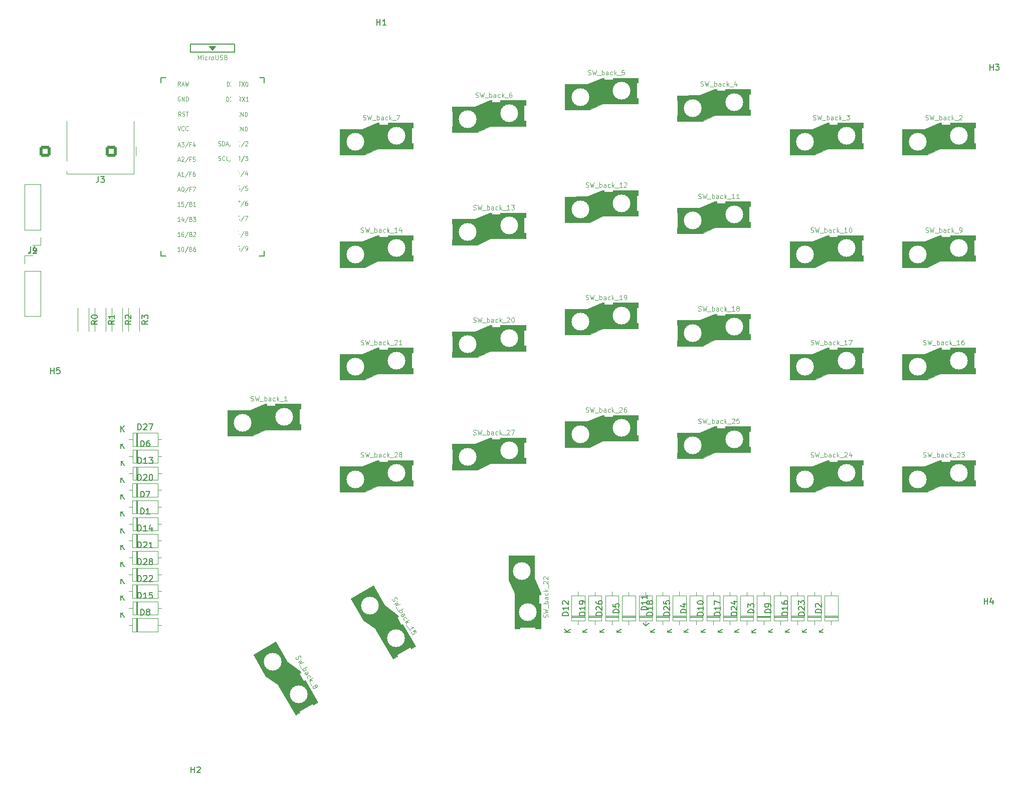
<source format=gto>
%TF.GenerationSoftware,KiCad,Pcbnew,8.0.1*%
%TF.CreationDate,2024-04-28T15:39:47+00:00*%
%TF.ProjectId,split_kb,73706c69-745f-46b6-922e-6b696361645f,rev?*%
%TF.SameCoordinates,Original*%
%TF.FileFunction,Legend,Top*%
%TF.FilePolarity,Positive*%
%FSLAX46Y46*%
G04 Gerber Fmt 4.6, Leading zero omitted, Abs format (unit mm)*
G04 Created by KiCad (PCBNEW 8.0.1) date 2024-04-28 15:39:47*
%MOMM*%
%LPD*%
G01*
G04 APERTURE LIST*
G04 Aperture macros list*
%AMRoundRect*
0 Rectangle with rounded corners*
0 $1 Rounding radius*
0 $2 $3 $4 $5 $6 $7 $8 $9 X,Y pos of 4 corners*
0 Add a 4 corners polygon primitive as box body*
4,1,4,$2,$3,$4,$5,$6,$7,$8,$9,$2,$3,0*
0 Add four circle primitives for the rounded corners*
1,1,$1+$1,$2,$3*
1,1,$1+$1,$4,$5*
1,1,$1+$1,$6,$7*
1,1,$1+$1,$8,$9*
0 Add four rect primitives between the rounded corners*
20,1,$1+$1,$2,$3,$4,$5,0*
20,1,$1+$1,$4,$5,$6,$7,0*
20,1,$1+$1,$6,$7,$8,$9,0*
20,1,$1+$1,$8,$9,$2,$3,0*%
%AMRotRect*
0 Rectangle, with rotation*
0 The origin of the aperture is its center*
0 $1 length*
0 $2 width*
0 $3 Rotation angle, in degrees counterclockwise*
0 Add horizontal line*
21,1,$1,$2,0,0,$3*%
G04 Aperture macros list end*
%ADD10C,0.150000*%
%ADD11C,0.100000*%
%ADD12C,0.125000*%
%ADD13C,0.120000*%
%ADD14R,1.600000X1.600000*%
%ADD15O,1.600000X1.600000*%
%ADD16C,3.000000*%
%ADD17C,5.100000*%
%ADD18R,2.500000X2.550000*%
%ADD19C,3.250000*%
%ADD20RoundRect,0.250000X0.650000X0.650000X-0.650000X0.650000X-0.650000X-0.650000X0.650000X-0.650000X0*%
%ADD21C,1.800000*%
%ADD22C,0.800000*%
%ADD23C,6.000000*%
%ADD24C,1.400000*%
%ADD25O,1.400000X1.400000*%
%ADD26R,1.700000X1.700000*%
%ADD27O,1.700000X1.700000*%
%ADD28R,2.550000X2.500000*%
%ADD29RotRect,2.500000X2.550000X300.000000*%
%ADD30C,1.524000*%
%ADD31RoundRect,0.250000X-0.650000X-0.650000X0.650000X-0.650000X0.650000X0.650000X-0.650000X0.650000X0*%
G04 APERTURE END LIST*
D10*
X165534819Y-132324285D02*
X164534819Y-132324285D01*
X164534819Y-132324285D02*
X164534819Y-132086190D01*
X164534819Y-132086190D02*
X164582438Y-131943333D01*
X164582438Y-131943333D02*
X164677676Y-131848095D01*
X164677676Y-131848095D02*
X164772914Y-131800476D01*
X164772914Y-131800476D02*
X164963390Y-131752857D01*
X164963390Y-131752857D02*
X165106247Y-131752857D01*
X165106247Y-131752857D02*
X165296723Y-131800476D01*
X165296723Y-131800476D02*
X165391961Y-131848095D01*
X165391961Y-131848095D02*
X165487200Y-131943333D01*
X165487200Y-131943333D02*
X165534819Y-132086190D01*
X165534819Y-132086190D02*
X165534819Y-132324285D01*
X164630057Y-131371904D02*
X164582438Y-131324285D01*
X164582438Y-131324285D02*
X164534819Y-131229047D01*
X164534819Y-131229047D02*
X164534819Y-130990952D01*
X164534819Y-130990952D02*
X164582438Y-130895714D01*
X164582438Y-130895714D02*
X164630057Y-130848095D01*
X164630057Y-130848095D02*
X164725295Y-130800476D01*
X164725295Y-130800476D02*
X164820533Y-130800476D01*
X164820533Y-130800476D02*
X164963390Y-130848095D01*
X164963390Y-130848095D02*
X165534819Y-131419523D01*
X165534819Y-131419523D02*
X165534819Y-130800476D01*
X164534819Y-129943333D02*
X164534819Y-130133809D01*
X164534819Y-130133809D02*
X164582438Y-130229047D01*
X164582438Y-130229047D02*
X164630057Y-130276666D01*
X164630057Y-130276666D02*
X164772914Y-130371904D01*
X164772914Y-130371904D02*
X164963390Y-130419523D01*
X164963390Y-130419523D02*
X165344342Y-130419523D01*
X165344342Y-130419523D02*
X165439580Y-130371904D01*
X165439580Y-130371904D02*
X165487200Y-130324285D01*
X165487200Y-130324285D02*
X165534819Y-130229047D01*
X165534819Y-130229047D02*
X165534819Y-130038571D01*
X165534819Y-130038571D02*
X165487200Y-129943333D01*
X165487200Y-129943333D02*
X165439580Y-129895714D01*
X165439580Y-129895714D02*
X165344342Y-129848095D01*
X165344342Y-129848095D02*
X165106247Y-129848095D01*
X165106247Y-129848095D02*
X165011009Y-129895714D01*
X165011009Y-129895714D02*
X164963390Y-129943333D01*
X164963390Y-129943333D02*
X164915771Y-130038571D01*
X164915771Y-130038571D02*
X164915771Y-130229047D01*
X164915771Y-130229047D02*
X164963390Y-130324285D01*
X164963390Y-130324285D02*
X165011009Y-130371904D01*
X165011009Y-130371904D02*
X165106247Y-130419523D01*
X165854819Y-135181904D02*
X164854819Y-135181904D01*
X165854819Y-134610476D02*
X165283390Y-135039047D01*
X164854819Y-134610476D02*
X165426247Y-135181904D01*
X87135714Y-123734819D02*
X87135714Y-122734819D01*
X87135714Y-122734819D02*
X87373809Y-122734819D01*
X87373809Y-122734819D02*
X87516666Y-122782438D01*
X87516666Y-122782438D02*
X87611904Y-122877676D01*
X87611904Y-122877676D02*
X87659523Y-122972914D01*
X87659523Y-122972914D02*
X87707142Y-123163390D01*
X87707142Y-123163390D02*
X87707142Y-123306247D01*
X87707142Y-123306247D02*
X87659523Y-123496723D01*
X87659523Y-123496723D02*
X87611904Y-123591961D01*
X87611904Y-123591961D02*
X87516666Y-123687200D01*
X87516666Y-123687200D02*
X87373809Y-123734819D01*
X87373809Y-123734819D02*
X87135714Y-123734819D01*
X88088095Y-122830057D02*
X88135714Y-122782438D01*
X88135714Y-122782438D02*
X88230952Y-122734819D01*
X88230952Y-122734819D02*
X88469047Y-122734819D01*
X88469047Y-122734819D02*
X88564285Y-122782438D01*
X88564285Y-122782438D02*
X88611904Y-122830057D01*
X88611904Y-122830057D02*
X88659523Y-122925295D01*
X88659523Y-122925295D02*
X88659523Y-123020533D01*
X88659523Y-123020533D02*
X88611904Y-123163390D01*
X88611904Y-123163390D02*
X88040476Y-123734819D01*
X88040476Y-123734819D02*
X88659523Y-123734819D01*
X89230952Y-123163390D02*
X89135714Y-123115771D01*
X89135714Y-123115771D02*
X89088095Y-123068152D01*
X89088095Y-123068152D02*
X89040476Y-122972914D01*
X89040476Y-122972914D02*
X89040476Y-122925295D01*
X89040476Y-122925295D02*
X89088095Y-122830057D01*
X89088095Y-122830057D02*
X89135714Y-122782438D01*
X89135714Y-122782438D02*
X89230952Y-122734819D01*
X89230952Y-122734819D02*
X89421428Y-122734819D01*
X89421428Y-122734819D02*
X89516666Y-122782438D01*
X89516666Y-122782438D02*
X89564285Y-122830057D01*
X89564285Y-122830057D02*
X89611904Y-122925295D01*
X89611904Y-122925295D02*
X89611904Y-122972914D01*
X89611904Y-122972914D02*
X89564285Y-123068152D01*
X89564285Y-123068152D02*
X89516666Y-123115771D01*
X89516666Y-123115771D02*
X89421428Y-123163390D01*
X89421428Y-123163390D02*
X89230952Y-123163390D01*
X89230952Y-123163390D02*
X89135714Y-123211009D01*
X89135714Y-123211009D02*
X89088095Y-123258628D01*
X89088095Y-123258628D02*
X89040476Y-123353866D01*
X89040476Y-123353866D02*
X89040476Y-123544342D01*
X89040476Y-123544342D02*
X89088095Y-123639580D01*
X89088095Y-123639580D02*
X89135714Y-123687200D01*
X89135714Y-123687200D02*
X89230952Y-123734819D01*
X89230952Y-123734819D02*
X89421428Y-123734819D01*
X89421428Y-123734819D02*
X89516666Y-123687200D01*
X89516666Y-123687200D02*
X89564285Y-123639580D01*
X89564285Y-123639580D02*
X89611904Y-123544342D01*
X89611904Y-123544342D02*
X89611904Y-123353866D01*
X89611904Y-123353866D02*
X89564285Y-123258628D01*
X89564285Y-123258628D02*
X89516666Y-123211009D01*
X89516666Y-123211009D02*
X89421428Y-123163390D01*
X84278095Y-124054819D02*
X84278095Y-123054819D01*
X84849523Y-124054819D02*
X84420952Y-123483390D01*
X84849523Y-123054819D02*
X84278095Y-123626247D01*
D11*
X200802379Y-105526800D02*
X200916665Y-105564895D01*
X200916665Y-105564895D02*
X201107141Y-105564895D01*
X201107141Y-105564895D02*
X201183332Y-105526800D01*
X201183332Y-105526800D02*
X201221427Y-105488704D01*
X201221427Y-105488704D02*
X201259522Y-105412514D01*
X201259522Y-105412514D02*
X201259522Y-105336323D01*
X201259522Y-105336323D02*
X201221427Y-105260133D01*
X201221427Y-105260133D02*
X201183332Y-105222038D01*
X201183332Y-105222038D02*
X201107141Y-105183942D01*
X201107141Y-105183942D02*
X200954760Y-105145847D01*
X200954760Y-105145847D02*
X200878570Y-105107752D01*
X200878570Y-105107752D02*
X200840475Y-105069657D01*
X200840475Y-105069657D02*
X200802379Y-104993466D01*
X200802379Y-104993466D02*
X200802379Y-104917276D01*
X200802379Y-104917276D02*
X200840475Y-104841085D01*
X200840475Y-104841085D02*
X200878570Y-104802990D01*
X200878570Y-104802990D02*
X200954760Y-104764895D01*
X200954760Y-104764895D02*
X201145237Y-104764895D01*
X201145237Y-104764895D02*
X201259522Y-104802990D01*
X201526189Y-104764895D02*
X201716665Y-105564895D01*
X201716665Y-105564895D02*
X201869046Y-104993466D01*
X201869046Y-104993466D02*
X202021427Y-105564895D01*
X202021427Y-105564895D02*
X202211904Y-104764895D01*
X202326190Y-105641085D02*
X202935713Y-105641085D01*
X203126190Y-105564895D02*
X203126190Y-104764895D01*
X203126190Y-105069657D02*
X203202380Y-105031561D01*
X203202380Y-105031561D02*
X203354761Y-105031561D01*
X203354761Y-105031561D02*
X203430952Y-105069657D01*
X203430952Y-105069657D02*
X203469047Y-105107752D01*
X203469047Y-105107752D02*
X203507142Y-105183942D01*
X203507142Y-105183942D02*
X203507142Y-105412514D01*
X203507142Y-105412514D02*
X203469047Y-105488704D01*
X203469047Y-105488704D02*
X203430952Y-105526800D01*
X203430952Y-105526800D02*
X203354761Y-105564895D01*
X203354761Y-105564895D02*
X203202380Y-105564895D01*
X203202380Y-105564895D02*
X203126190Y-105526800D01*
X204192857Y-105564895D02*
X204192857Y-105145847D01*
X204192857Y-105145847D02*
X204154762Y-105069657D01*
X204154762Y-105069657D02*
X204078571Y-105031561D01*
X204078571Y-105031561D02*
X203926190Y-105031561D01*
X203926190Y-105031561D02*
X203850000Y-105069657D01*
X204192857Y-105526800D02*
X204116666Y-105564895D01*
X204116666Y-105564895D02*
X203926190Y-105564895D01*
X203926190Y-105564895D02*
X203850000Y-105526800D01*
X203850000Y-105526800D02*
X203811904Y-105450609D01*
X203811904Y-105450609D02*
X203811904Y-105374419D01*
X203811904Y-105374419D02*
X203850000Y-105298228D01*
X203850000Y-105298228D02*
X203926190Y-105260133D01*
X203926190Y-105260133D02*
X204116666Y-105260133D01*
X204116666Y-105260133D02*
X204192857Y-105222038D01*
X204916667Y-105526800D02*
X204840476Y-105564895D01*
X204840476Y-105564895D02*
X204688095Y-105564895D01*
X204688095Y-105564895D02*
X204611905Y-105526800D01*
X204611905Y-105526800D02*
X204573810Y-105488704D01*
X204573810Y-105488704D02*
X204535714Y-105412514D01*
X204535714Y-105412514D02*
X204535714Y-105183942D01*
X204535714Y-105183942D02*
X204573810Y-105107752D01*
X204573810Y-105107752D02*
X204611905Y-105069657D01*
X204611905Y-105069657D02*
X204688095Y-105031561D01*
X204688095Y-105031561D02*
X204840476Y-105031561D01*
X204840476Y-105031561D02*
X204916667Y-105069657D01*
X205259524Y-105564895D02*
X205259524Y-104764895D01*
X205335714Y-105260133D02*
X205564286Y-105564895D01*
X205564286Y-105031561D02*
X205259524Y-105336323D01*
X205716667Y-105641085D02*
X206326190Y-105641085D01*
X206478571Y-104841085D02*
X206516667Y-104802990D01*
X206516667Y-104802990D02*
X206592857Y-104764895D01*
X206592857Y-104764895D02*
X206783333Y-104764895D01*
X206783333Y-104764895D02*
X206859524Y-104802990D01*
X206859524Y-104802990D02*
X206897619Y-104841085D01*
X206897619Y-104841085D02*
X206935714Y-104917276D01*
X206935714Y-104917276D02*
X206935714Y-104993466D01*
X206935714Y-104993466D02*
X206897619Y-105107752D01*
X206897619Y-105107752D02*
X206440476Y-105564895D01*
X206440476Y-105564895D02*
X206935714Y-105564895D01*
X207621429Y-105031561D02*
X207621429Y-105564895D01*
X207430953Y-104726800D02*
X207240476Y-105298228D01*
X207240476Y-105298228D02*
X207735715Y-105298228D01*
X182183332Y-42826800D02*
X182297618Y-42864895D01*
X182297618Y-42864895D02*
X182488094Y-42864895D01*
X182488094Y-42864895D02*
X182564285Y-42826800D01*
X182564285Y-42826800D02*
X182602380Y-42788704D01*
X182602380Y-42788704D02*
X182640475Y-42712514D01*
X182640475Y-42712514D02*
X182640475Y-42636323D01*
X182640475Y-42636323D02*
X182602380Y-42560133D01*
X182602380Y-42560133D02*
X182564285Y-42522038D01*
X182564285Y-42522038D02*
X182488094Y-42483942D01*
X182488094Y-42483942D02*
X182335713Y-42445847D01*
X182335713Y-42445847D02*
X182259523Y-42407752D01*
X182259523Y-42407752D02*
X182221428Y-42369657D01*
X182221428Y-42369657D02*
X182183332Y-42293466D01*
X182183332Y-42293466D02*
X182183332Y-42217276D01*
X182183332Y-42217276D02*
X182221428Y-42141085D01*
X182221428Y-42141085D02*
X182259523Y-42102990D01*
X182259523Y-42102990D02*
X182335713Y-42064895D01*
X182335713Y-42064895D02*
X182526190Y-42064895D01*
X182526190Y-42064895D02*
X182640475Y-42102990D01*
X182907142Y-42064895D02*
X183097618Y-42864895D01*
X183097618Y-42864895D02*
X183249999Y-42293466D01*
X183249999Y-42293466D02*
X183402380Y-42864895D01*
X183402380Y-42864895D02*
X183592857Y-42064895D01*
X183707143Y-42941085D02*
X184316666Y-42941085D01*
X184507143Y-42864895D02*
X184507143Y-42064895D01*
X184507143Y-42369657D02*
X184583333Y-42331561D01*
X184583333Y-42331561D02*
X184735714Y-42331561D01*
X184735714Y-42331561D02*
X184811905Y-42369657D01*
X184811905Y-42369657D02*
X184850000Y-42407752D01*
X184850000Y-42407752D02*
X184888095Y-42483942D01*
X184888095Y-42483942D02*
X184888095Y-42712514D01*
X184888095Y-42712514D02*
X184850000Y-42788704D01*
X184850000Y-42788704D02*
X184811905Y-42826800D01*
X184811905Y-42826800D02*
X184735714Y-42864895D01*
X184735714Y-42864895D02*
X184583333Y-42864895D01*
X184583333Y-42864895D02*
X184507143Y-42826800D01*
X185573810Y-42864895D02*
X185573810Y-42445847D01*
X185573810Y-42445847D02*
X185535715Y-42369657D01*
X185535715Y-42369657D02*
X185459524Y-42331561D01*
X185459524Y-42331561D02*
X185307143Y-42331561D01*
X185307143Y-42331561D02*
X185230953Y-42369657D01*
X185573810Y-42826800D02*
X185497619Y-42864895D01*
X185497619Y-42864895D02*
X185307143Y-42864895D01*
X185307143Y-42864895D02*
X185230953Y-42826800D01*
X185230953Y-42826800D02*
X185192857Y-42750609D01*
X185192857Y-42750609D02*
X185192857Y-42674419D01*
X185192857Y-42674419D02*
X185230953Y-42598228D01*
X185230953Y-42598228D02*
X185307143Y-42560133D01*
X185307143Y-42560133D02*
X185497619Y-42560133D01*
X185497619Y-42560133D02*
X185573810Y-42522038D01*
X186297620Y-42826800D02*
X186221429Y-42864895D01*
X186221429Y-42864895D02*
X186069048Y-42864895D01*
X186069048Y-42864895D02*
X185992858Y-42826800D01*
X185992858Y-42826800D02*
X185954763Y-42788704D01*
X185954763Y-42788704D02*
X185916667Y-42712514D01*
X185916667Y-42712514D02*
X185916667Y-42483942D01*
X185916667Y-42483942D02*
X185954763Y-42407752D01*
X185954763Y-42407752D02*
X185992858Y-42369657D01*
X185992858Y-42369657D02*
X186069048Y-42331561D01*
X186069048Y-42331561D02*
X186221429Y-42331561D01*
X186221429Y-42331561D02*
X186297620Y-42369657D01*
X186640477Y-42864895D02*
X186640477Y-42064895D01*
X186716667Y-42560133D02*
X186945239Y-42864895D01*
X186945239Y-42331561D02*
X186640477Y-42636323D01*
X187097620Y-42941085D02*
X187707143Y-42941085D01*
X188240477Y-42331561D02*
X188240477Y-42864895D01*
X188050001Y-42026800D02*
X187859524Y-42598228D01*
X187859524Y-42598228D02*
X188354763Y-42598228D01*
X200802379Y-67526800D02*
X200916665Y-67564895D01*
X200916665Y-67564895D02*
X201107141Y-67564895D01*
X201107141Y-67564895D02*
X201183332Y-67526800D01*
X201183332Y-67526800D02*
X201221427Y-67488704D01*
X201221427Y-67488704D02*
X201259522Y-67412514D01*
X201259522Y-67412514D02*
X201259522Y-67336323D01*
X201259522Y-67336323D02*
X201221427Y-67260133D01*
X201221427Y-67260133D02*
X201183332Y-67222038D01*
X201183332Y-67222038D02*
X201107141Y-67183942D01*
X201107141Y-67183942D02*
X200954760Y-67145847D01*
X200954760Y-67145847D02*
X200878570Y-67107752D01*
X200878570Y-67107752D02*
X200840475Y-67069657D01*
X200840475Y-67069657D02*
X200802379Y-66993466D01*
X200802379Y-66993466D02*
X200802379Y-66917276D01*
X200802379Y-66917276D02*
X200840475Y-66841085D01*
X200840475Y-66841085D02*
X200878570Y-66802990D01*
X200878570Y-66802990D02*
X200954760Y-66764895D01*
X200954760Y-66764895D02*
X201145237Y-66764895D01*
X201145237Y-66764895D02*
X201259522Y-66802990D01*
X201526189Y-66764895D02*
X201716665Y-67564895D01*
X201716665Y-67564895D02*
X201869046Y-66993466D01*
X201869046Y-66993466D02*
X202021427Y-67564895D01*
X202021427Y-67564895D02*
X202211904Y-66764895D01*
X202326190Y-67641085D02*
X202935713Y-67641085D01*
X203126190Y-67564895D02*
X203126190Y-66764895D01*
X203126190Y-67069657D02*
X203202380Y-67031561D01*
X203202380Y-67031561D02*
X203354761Y-67031561D01*
X203354761Y-67031561D02*
X203430952Y-67069657D01*
X203430952Y-67069657D02*
X203469047Y-67107752D01*
X203469047Y-67107752D02*
X203507142Y-67183942D01*
X203507142Y-67183942D02*
X203507142Y-67412514D01*
X203507142Y-67412514D02*
X203469047Y-67488704D01*
X203469047Y-67488704D02*
X203430952Y-67526800D01*
X203430952Y-67526800D02*
X203354761Y-67564895D01*
X203354761Y-67564895D02*
X203202380Y-67564895D01*
X203202380Y-67564895D02*
X203126190Y-67526800D01*
X204192857Y-67564895D02*
X204192857Y-67145847D01*
X204192857Y-67145847D02*
X204154762Y-67069657D01*
X204154762Y-67069657D02*
X204078571Y-67031561D01*
X204078571Y-67031561D02*
X203926190Y-67031561D01*
X203926190Y-67031561D02*
X203850000Y-67069657D01*
X204192857Y-67526800D02*
X204116666Y-67564895D01*
X204116666Y-67564895D02*
X203926190Y-67564895D01*
X203926190Y-67564895D02*
X203850000Y-67526800D01*
X203850000Y-67526800D02*
X203811904Y-67450609D01*
X203811904Y-67450609D02*
X203811904Y-67374419D01*
X203811904Y-67374419D02*
X203850000Y-67298228D01*
X203850000Y-67298228D02*
X203926190Y-67260133D01*
X203926190Y-67260133D02*
X204116666Y-67260133D01*
X204116666Y-67260133D02*
X204192857Y-67222038D01*
X204916667Y-67526800D02*
X204840476Y-67564895D01*
X204840476Y-67564895D02*
X204688095Y-67564895D01*
X204688095Y-67564895D02*
X204611905Y-67526800D01*
X204611905Y-67526800D02*
X204573810Y-67488704D01*
X204573810Y-67488704D02*
X204535714Y-67412514D01*
X204535714Y-67412514D02*
X204535714Y-67183942D01*
X204535714Y-67183942D02*
X204573810Y-67107752D01*
X204573810Y-67107752D02*
X204611905Y-67069657D01*
X204611905Y-67069657D02*
X204688095Y-67031561D01*
X204688095Y-67031561D02*
X204840476Y-67031561D01*
X204840476Y-67031561D02*
X204916667Y-67069657D01*
X205259524Y-67564895D02*
X205259524Y-66764895D01*
X205335714Y-67260133D02*
X205564286Y-67564895D01*
X205564286Y-67031561D02*
X205259524Y-67336323D01*
X205716667Y-67641085D02*
X206326190Y-67641085D01*
X206935714Y-67564895D02*
X206478571Y-67564895D01*
X206707143Y-67564895D02*
X206707143Y-66764895D01*
X206707143Y-66764895D02*
X206630952Y-66879180D01*
X206630952Y-66879180D02*
X206554762Y-66955371D01*
X206554762Y-66955371D02*
X206478571Y-66993466D01*
X207430953Y-66764895D02*
X207507143Y-66764895D01*
X207507143Y-66764895D02*
X207583334Y-66802990D01*
X207583334Y-66802990D02*
X207621429Y-66841085D01*
X207621429Y-66841085D02*
X207659524Y-66917276D01*
X207659524Y-66917276D02*
X207697619Y-67069657D01*
X207697619Y-67069657D02*
X207697619Y-67260133D01*
X207697619Y-67260133D02*
X207659524Y-67412514D01*
X207659524Y-67412514D02*
X207621429Y-67488704D01*
X207621429Y-67488704D02*
X207583334Y-67526800D01*
X207583334Y-67526800D02*
X207507143Y-67564895D01*
X207507143Y-67564895D02*
X207430953Y-67564895D01*
X207430953Y-67564895D02*
X207354762Y-67526800D01*
X207354762Y-67526800D02*
X207316667Y-67488704D01*
X207316667Y-67488704D02*
X207278572Y-67412514D01*
X207278572Y-67412514D02*
X207240476Y-67260133D01*
X207240476Y-67260133D02*
X207240476Y-67069657D01*
X207240476Y-67069657D02*
X207278572Y-66917276D01*
X207278572Y-66917276D02*
X207316667Y-66841085D01*
X207316667Y-66841085D02*
X207354762Y-66802990D01*
X207354762Y-66802990D02*
X207430953Y-66764895D01*
X162802379Y-97926800D02*
X162916665Y-97964895D01*
X162916665Y-97964895D02*
X163107141Y-97964895D01*
X163107141Y-97964895D02*
X163183332Y-97926800D01*
X163183332Y-97926800D02*
X163221427Y-97888704D01*
X163221427Y-97888704D02*
X163259522Y-97812514D01*
X163259522Y-97812514D02*
X163259522Y-97736323D01*
X163259522Y-97736323D02*
X163221427Y-97660133D01*
X163221427Y-97660133D02*
X163183332Y-97622038D01*
X163183332Y-97622038D02*
X163107141Y-97583942D01*
X163107141Y-97583942D02*
X162954760Y-97545847D01*
X162954760Y-97545847D02*
X162878570Y-97507752D01*
X162878570Y-97507752D02*
X162840475Y-97469657D01*
X162840475Y-97469657D02*
X162802379Y-97393466D01*
X162802379Y-97393466D02*
X162802379Y-97317276D01*
X162802379Y-97317276D02*
X162840475Y-97241085D01*
X162840475Y-97241085D02*
X162878570Y-97202990D01*
X162878570Y-97202990D02*
X162954760Y-97164895D01*
X162954760Y-97164895D02*
X163145237Y-97164895D01*
X163145237Y-97164895D02*
X163259522Y-97202990D01*
X163526189Y-97164895D02*
X163716665Y-97964895D01*
X163716665Y-97964895D02*
X163869046Y-97393466D01*
X163869046Y-97393466D02*
X164021427Y-97964895D01*
X164021427Y-97964895D02*
X164211904Y-97164895D01*
X164326190Y-98041085D02*
X164935713Y-98041085D01*
X165126190Y-97964895D02*
X165126190Y-97164895D01*
X165126190Y-97469657D02*
X165202380Y-97431561D01*
X165202380Y-97431561D02*
X165354761Y-97431561D01*
X165354761Y-97431561D02*
X165430952Y-97469657D01*
X165430952Y-97469657D02*
X165469047Y-97507752D01*
X165469047Y-97507752D02*
X165507142Y-97583942D01*
X165507142Y-97583942D02*
X165507142Y-97812514D01*
X165507142Y-97812514D02*
X165469047Y-97888704D01*
X165469047Y-97888704D02*
X165430952Y-97926800D01*
X165430952Y-97926800D02*
X165354761Y-97964895D01*
X165354761Y-97964895D02*
X165202380Y-97964895D01*
X165202380Y-97964895D02*
X165126190Y-97926800D01*
X166192857Y-97964895D02*
X166192857Y-97545847D01*
X166192857Y-97545847D02*
X166154762Y-97469657D01*
X166154762Y-97469657D02*
X166078571Y-97431561D01*
X166078571Y-97431561D02*
X165926190Y-97431561D01*
X165926190Y-97431561D02*
X165850000Y-97469657D01*
X166192857Y-97926800D02*
X166116666Y-97964895D01*
X166116666Y-97964895D02*
X165926190Y-97964895D01*
X165926190Y-97964895D02*
X165850000Y-97926800D01*
X165850000Y-97926800D02*
X165811904Y-97850609D01*
X165811904Y-97850609D02*
X165811904Y-97774419D01*
X165811904Y-97774419D02*
X165850000Y-97698228D01*
X165850000Y-97698228D02*
X165926190Y-97660133D01*
X165926190Y-97660133D02*
X166116666Y-97660133D01*
X166116666Y-97660133D02*
X166192857Y-97622038D01*
X166916667Y-97926800D02*
X166840476Y-97964895D01*
X166840476Y-97964895D02*
X166688095Y-97964895D01*
X166688095Y-97964895D02*
X166611905Y-97926800D01*
X166611905Y-97926800D02*
X166573810Y-97888704D01*
X166573810Y-97888704D02*
X166535714Y-97812514D01*
X166535714Y-97812514D02*
X166535714Y-97583942D01*
X166535714Y-97583942D02*
X166573810Y-97507752D01*
X166573810Y-97507752D02*
X166611905Y-97469657D01*
X166611905Y-97469657D02*
X166688095Y-97431561D01*
X166688095Y-97431561D02*
X166840476Y-97431561D01*
X166840476Y-97431561D02*
X166916667Y-97469657D01*
X167259524Y-97964895D02*
X167259524Y-97164895D01*
X167335714Y-97660133D02*
X167564286Y-97964895D01*
X167564286Y-97431561D02*
X167259524Y-97736323D01*
X167716667Y-98041085D02*
X168326190Y-98041085D01*
X168478571Y-97241085D02*
X168516667Y-97202990D01*
X168516667Y-97202990D02*
X168592857Y-97164895D01*
X168592857Y-97164895D02*
X168783333Y-97164895D01*
X168783333Y-97164895D02*
X168859524Y-97202990D01*
X168859524Y-97202990D02*
X168897619Y-97241085D01*
X168897619Y-97241085D02*
X168935714Y-97317276D01*
X168935714Y-97317276D02*
X168935714Y-97393466D01*
X168935714Y-97393466D02*
X168897619Y-97507752D01*
X168897619Y-97507752D02*
X168440476Y-97964895D01*
X168440476Y-97964895D02*
X168935714Y-97964895D01*
X169621429Y-97164895D02*
X169469048Y-97164895D01*
X169469048Y-97164895D02*
X169392857Y-97202990D01*
X169392857Y-97202990D02*
X169354762Y-97241085D01*
X169354762Y-97241085D02*
X169278572Y-97355371D01*
X169278572Y-97355371D02*
X169240476Y-97507752D01*
X169240476Y-97507752D02*
X169240476Y-97812514D01*
X169240476Y-97812514D02*
X169278572Y-97888704D01*
X169278572Y-97888704D02*
X169316667Y-97926800D01*
X169316667Y-97926800D02*
X169392857Y-97964895D01*
X169392857Y-97964895D02*
X169545238Y-97964895D01*
X169545238Y-97964895D02*
X169621429Y-97926800D01*
X169621429Y-97926800D02*
X169659524Y-97888704D01*
X169659524Y-97888704D02*
X169697619Y-97812514D01*
X169697619Y-97812514D02*
X169697619Y-97622038D01*
X169697619Y-97622038D02*
X169659524Y-97545847D01*
X169659524Y-97545847D02*
X169621429Y-97507752D01*
X169621429Y-97507752D02*
X169545238Y-97469657D01*
X169545238Y-97469657D02*
X169392857Y-97469657D01*
X169392857Y-97469657D02*
X169316667Y-97507752D01*
X169316667Y-97507752D02*
X169278572Y-97545847D01*
X169278572Y-97545847D02*
X169240476Y-97622038D01*
X143802379Y-63726800D02*
X143916665Y-63764895D01*
X143916665Y-63764895D02*
X144107141Y-63764895D01*
X144107141Y-63764895D02*
X144183332Y-63726800D01*
X144183332Y-63726800D02*
X144221427Y-63688704D01*
X144221427Y-63688704D02*
X144259522Y-63612514D01*
X144259522Y-63612514D02*
X144259522Y-63536323D01*
X144259522Y-63536323D02*
X144221427Y-63460133D01*
X144221427Y-63460133D02*
X144183332Y-63422038D01*
X144183332Y-63422038D02*
X144107141Y-63383942D01*
X144107141Y-63383942D02*
X143954760Y-63345847D01*
X143954760Y-63345847D02*
X143878570Y-63307752D01*
X143878570Y-63307752D02*
X143840475Y-63269657D01*
X143840475Y-63269657D02*
X143802379Y-63193466D01*
X143802379Y-63193466D02*
X143802379Y-63117276D01*
X143802379Y-63117276D02*
X143840475Y-63041085D01*
X143840475Y-63041085D02*
X143878570Y-63002990D01*
X143878570Y-63002990D02*
X143954760Y-62964895D01*
X143954760Y-62964895D02*
X144145237Y-62964895D01*
X144145237Y-62964895D02*
X144259522Y-63002990D01*
X144526189Y-62964895D02*
X144716665Y-63764895D01*
X144716665Y-63764895D02*
X144869046Y-63193466D01*
X144869046Y-63193466D02*
X145021427Y-63764895D01*
X145021427Y-63764895D02*
X145211904Y-62964895D01*
X145326190Y-63841085D02*
X145935713Y-63841085D01*
X146126190Y-63764895D02*
X146126190Y-62964895D01*
X146126190Y-63269657D02*
X146202380Y-63231561D01*
X146202380Y-63231561D02*
X146354761Y-63231561D01*
X146354761Y-63231561D02*
X146430952Y-63269657D01*
X146430952Y-63269657D02*
X146469047Y-63307752D01*
X146469047Y-63307752D02*
X146507142Y-63383942D01*
X146507142Y-63383942D02*
X146507142Y-63612514D01*
X146507142Y-63612514D02*
X146469047Y-63688704D01*
X146469047Y-63688704D02*
X146430952Y-63726800D01*
X146430952Y-63726800D02*
X146354761Y-63764895D01*
X146354761Y-63764895D02*
X146202380Y-63764895D01*
X146202380Y-63764895D02*
X146126190Y-63726800D01*
X147192857Y-63764895D02*
X147192857Y-63345847D01*
X147192857Y-63345847D02*
X147154762Y-63269657D01*
X147154762Y-63269657D02*
X147078571Y-63231561D01*
X147078571Y-63231561D02*
X146926190Y-63231561D01*
X146926190Y-63231561D02*
X146850000Y-63269657D01*
X147192857Y-63726800D02*
X147116666Y-63764895D01*
X147116666Y-63764895D02*
X146926190Y-63764895D01*
X146926190Y-63764895D02*
X146850000Y-63726800D01*
X146850000Y-63726800D02*
X146811904Y-63650609D01*
X146811904Y-63650609D02*
X146811904Y-63574419D01*
X146811904Y-63574419D02*
X146850000Y-63498228D01*
X146850000Y-63498228D02*
X146926190Y-63460133D01*
X146926190Y-63460133D02*
X147116666Y-63460133D01*
X147116666Y-63460133D02*
X147192857Y-63422038D01*
X147916667Y-63726800D02*
X147840476Y-63764895D01*
X147840476Y-63764895D02*
X147688095Y-63764895D01*
X147688095Y-63764895D02*
X147611905Y-63726800D01*
X147611905Y-63726800D02*
X147573810Y-63688704D01*
X147573810Y-63688704D02*
X147535714Y-63612514D01*
X147535714Y-63612514D02*
X147535714Y-63383942D01*
X147535714Y-63383942D02*
X147573810Y-63307752D01*
X147573810Y-63307752D02*
X147611905Y-63269657D01*
X147611905Y-63269657D02*
X147688095Y-63231561D01*
X147688095Y-63231561D02*
X147840476Y-63231561D01*
X147840476Y-63231561D02*
X147916667Y-63269657D01*
X148259524Y-63764895D02*
X148259524Y-62964895D01*
X148335714Y-63460133D02*
X148564286Y-63764895D01*
X148564286Y-63231561D02*
X148259524Y-63536323D01*
X148716667Y-63841085D02*
X149326190Y-63841085D01*
X149935714Y-63764895D02*
X149478571Y-63764895D01*
X149707143Y-63764895D02*
X149707143Y-62964895D01*
X149707143Y-62964895D02*
X149630952Y-63079180D01*
X149630952Y-63079180D02*
X149554762Y-63155371D01*
X149554762Y-63155371D02*
X149478571Y-63193466D01*
X150202381Y-62964895D02*
X150697619Y-62964895D01*
X150697619Y-62964895D02*
X150430953Y-63269657D01*
X150430953Y-63269657D02*
X150545238Y-63269657D01*
X150545238Y-63269657D02*
X150621429Y-63307752D01*
X150621429Y-63307752D02*
X150659524Y-63345847D01*
X150659524Y-63345847D02*
X150697619Y-63422038D01*
X150697619Y-63422038D02*
X150697619Y-63612514D01*
X150697619Y-63612514D02*
X150659524Y-63688704D01*
X150659524Y-63688704D02*
X150621429Y-63726800D01*
X150621429Y-63726800D02*
X150545238Y-63764895D01*
X150545238Y-63764895D02*
X150316667Y-63764895D01*
X150316667Y-63764895D02*
X150240476Y-63726800D01*
X150240476Y-63726800D02*
X150202381Y-63688704D01*
D10*
X87145714Y-100934819D02*
X87145714Y-99934819D01*
X87145714Y-99934819D02*
X87383809Y-99934819D01*
X87383809Y-99934819D02*
X87526666Y-99982438D01*
X87526666Y-99982438D02*
X87621904Y-100077676D01*
X87621904Y-100077676D02*
X87669523Y-100172914D01*
X87669523Y-100172914D02*
X87717142Y-100363390D01*
X87717142Y-100363390D02*
X87717142Y-100506247D01*
X87717142Y-100506247D02*
X87669523Y-100696723D01*
X87669523Y-100696723D02*
X87621904Y-100791961D01*
X87621904Y-100791961D02*
X87526666Y-100887200D01*
X87526666Y-100887200D02*
X87383809Y-100934819D01*
X87383809Y-100934819D02*
X87145714Y-100934819D01*
X88098095Y-100030057D02*
X88145714Y-99982438D01*
X88145714Y-99982438D02*
X88240952Y-99934819D01*
X88240952Y-99934819D02*
X88479047Y-99934819D01*
X88479047Y-99934819D02*
X88574285Y-99982438D01*
X88574285Y-99982438D02*
X88621904Y-100030057D01*
X88621904Y-100030057D02*
X88669523Y-100125295D01*
X88669523Y-100125295D02*
X88669523Y-100220533D01*
X88669523Y-100220533D02*
X88621904Y-100363390D01*
X88621904Y-100363390D02*
X88050476Y-100934819D01*
X88050476Y-100934819D02*
X88669523Y-100934819D01*
X89002857Y-99934819D02*
X89669523Y-99934819D01*
X89669523Y-99934819D02*
X89240952Y-100934819D01*
X84288095Y-101254819D02*
X84288095Y-100254819D01*
X84859523Y-101254819D02*
X84430952Y-100683390D01*
X84859523Y-100254819D02*
X84288095Y-100826247D01*
X80466666Y-58130819D02*
X80466666Y-58845104D01*
X80466666Y-58845104D02*
X80419047Y-58987961D01*
X80419047Y-58987961D02*
X80323809Y-59083200D01*
X80323809Y-59083200D02*
X80180952Y-59130819D01*
X80180952Y-59130819D02*
X80085714Y-59130819D01*
X80847619Y-58130819D02*
X81466666Y-58130819D01*
X81466666Y-58130819D02*
X81133333Y-58511771D01*
X81133333Y-58511771D02*
X81276190Y-58511771D01*
X81276190Y-58511771D02*
X81371428Y-58559390D01*
X81371428Y-58559390D02*
X81419047Y-58607009D01*
X81419047Y-58607009D02*
X81466666Y-58702247D01*
X81466666Y-58702247D02*
X81466666Y-58940342D01*
X81466666Y-58940342D02*
X81419047Y-59035580D01*
X81419047Y-59035580D02*
X81371428Y-59083200D01*
X81371428Y-59083200D02*
X81276190Y-59130819D01*
X81276190Y-59130819D02*
X80990476Y-59130819D01*
X80990476Y-59130819D02*
X80895238Y-59083200D01*
X80895238Y-59083200D02*
X80847619Y-59035580D01*
X127488095Y-32554819D02*
X127488095Y-31554819D01*
X127488095Y-32031009D02*
X128059523Y-32031009D01*
X128059523Y-32554819D02*
X128059523Y-31554819D01*
X129059523Y-32554819D02*
X128488095Y-32554819D01*
X128773809Y-32554819D02*
X128773809Y-31554819D01*
X128773809Y-31554819D02*
X128678571Y-31697676D01*
X128678571Y-31697676D02*
X128583333Y-31792914D01*
X128583333Y-31792914D02*
X128488095Y-31840533D01*
D11*
X219802379Y-86526800D02*
X219916665Y-86564895D01*
X219916665Y-86564895D02*
X220107141Y-86564895D01*
X220107141Y-86564895D02*
X220183332Y-86526800D01*
X220183332Y-86526800D02*
X220221427Y-86488704D01*
X220221427Y-86488704D02*
X220259522Y-86412514D01*
X220259522Y-86412514D02*
X220259522Y-86336323D01*
X220259522Y-86336323D02*
X220221427Y-86260133D01*
X220221427Y-86260133D02*
X220183332Y-86222038D01*
X220183332Y-86222038D02*
X220107141Y-86183942D01*
X220107141Y-86183942D02*
X219954760Y-86145847D01*
X219954760Y-86145847D02*
X219878570Y-86107752D01*
X219878570Y-86107752D02*
X219840475Y-86069657D01*
X219840475Y-86069657D02*
X219802379Y-85993466D01*
X219802379Y-85993466D02*
X219802379Y-85917276D01*
X219802379Y-85917276D02*
X219840475Y-85841085D01*
X219840475Y-85841085D02*
X219878570Y-85802990D01*
X219878570Y-85802990D02*
X219954760Y-85764895D01*
X219954760Y-85764895D02*
X220145237Y-85764895D01*
X220145237Y-85764895D02*
X220259522Y-85802990D01*
X220526189Y-85764895D02*
X220716665Y-86564895D01*
X220716665Y-86564895D02*
X220869046Y-85993466D01*
X220869046Y-85993466D02*
X221021427Y-86564895D01*
X221021427Y-86564895D02*
X221211904Y-85764895D01*
X221326190Y-86641085D02*
X221935713Y-86641085D01*
X222126190Y-86564895D02*
X222126190Y-85764895D01*
X222126190Y-86069657D02*
X222202380Y-86031561D01*
X222202380Y-86031561D02*
X222354761Y-86031561D01*
X222354761Y-86031561D02*
X222430952Y-86069657D01*
X222430952Y-86069657D02*
X222469047Y-86107752D01*
X222469047Y-86107752D02*
X222507142Y-86183942D01*
X222507142Y-86183942D02*
X222507142Y-86412514D01*
X222507142Y-86412514D02*
X222469047Y-86488704D01*
X222469047Y-86488704D02*
X222430952Y-86526800D01*
X222430952Y-86526800D02*
X222354761Y-86564895D01*
X222354761Y-86564895D02*
X222202380Y-86564895D01*
X222202380Y-86564895D02*
X222126190Y-86526800D01*
X223192857Y-86564895D02*
X223192857Y-86145847D01*
X223192857Y-86145847D02*
X223154762Y-86069657D01*
X223154762Y-86069657D02*
X223078571Y-86031561D01*
X223078571Y-86031561D02*
X222926190Y-86031561D01*
X222926190Y-86031561D02*
X222850000Y-86069657D01*
X223192857Y-86526800D02*
X223116666Y-86564895D01*
X223116666Y-86564895D02*
X222926190Y-86564895D01*
X222926190Y-86564895D02*
X222850000Y-86526800D01*
X222850000Y-86526800D02*
X222811904Y-86450609D01*
X222811904Y-86450609D02*
X222811904Y-86374419D01*
X222811904Y-86374419D02*
X222850000Y-86298228D01*
X222850000Y-86298228D02*
X222926190Y-86260133D01*
X222926190Y-86260133D02*
X223116666Y-86260133D01*
X223116666Y-86260133D02*
X223192857Y-86222038D01*
X223916667Y-86526800D02*
X223840476Y-86564895D01*
X223840476Y-86564895D02*
X223688095Y-86564895D01*
X223688095Y-86564895D02*
X223611905Y-86526800D01*
X223611905Y-86526800D02*
X223573810Y-86488704D01*
X223573810Y-86488704D02*
X223535714Y-86412514D01*
X223535714Y-86412514D02*
X223535714Y-86183942D01*
X223535714Y-86183942D02*
X223573810Y-86107752D01*
X223573810Y-86107752D02*
X223611905Y-86069657D01*
X223611905Y-86069657D02*
X223688095Y-86031561D01*
X223688095Y-86031561D02*
X223840476Y-86031561D01*
X223840476Y-86031561D02*
X223916667Y-86069657D01*
X224259524Y-86564895D02*
X224259524Y-85764895D01*
X224335714Y-86260133D02*
X224564286Y-86564895D01*
X224564286Y-86031561D02*
X224259524Y-86336323D01*
X224716667Y-86641085D02*
X225326190Y-86641085D01*
X225935714Y-86564895D02*
X225478571Y-86564895D01*
X225707143Y-86564895D02*
X225707143Y-85764895D01*
X225707143Y-85764895D02*
X225630952Y-85879180D01*
X225630952Y-85879180D02*
X225554762Y-85955371D01*
X225554762Y-85955371D02*
X225478571Y-85993466D01*
X226621429Y-85764895D02*
X226469048Y-85764895D01*
X226469048Y-85764895D02*
X226392857Y-85802990D01*
X226392857Y-85802990D02*
X226354762Y-85841085D01*
X226354762Y-85841085D02*
X226278572Y-85955371D01*
X226278572Y-85955371D02*
X226240476Y-86107752D01*
X226240476Y-86107752D02*
X226240476Y-86412514D01*
X226240476Y-86412514D02*
X226278572Y-86488704D01*
X226278572Y-86488704D02*
X226316667Y-86526800D01*
X226316667Y-86526800D02*
X226392857Y-86564895D01*
X226392857Y-86564895D02*
X226545238Y-86564895D01*
X226545238Y-86564895D02*
X226621429Y-86526800D01*
X226621429Y-86526800D02*
X226659524Y-86488704D01*
X226659524Y-86488704D02*
X226697619Y-86412514D01*
X226697619Y-86412514D02*
X226697619Y-86222038D01*
X226697619Y-86222038D02*
X226659524Y-86145847D01*
X226659524Y-86145847D02*
X226621429Y-86107752D01*
X226621429Y-86107752D02*
X226545238Y-86069657D01*
X226545238Y-86069657D02*
X226392857Y-86069657D01*
X226392857Y-86069657D02*
X226316667Y-86107752D01*
X226316667Y-86107752D02*
X226278572Y-86145847D01*
X226278572Y-86145847D02*
X226240476Y-86222038D01*
D10*
X87621905Y-103784819D02*
X87621905Y-102784819D01*
X87621905Y-102784819D02*
X87860000Y-102784819D01*
X87860000Y-102784819D02*
X88002857Y-102832438D01*
X88002857Y-102832438D02*
X88098095Y-102927676D01*
X88098095Y-102927676D02*
X88145714Y-103022914D01*
X88145714Y-103022914D02*
X88193333Y-103213390D01*
X88193333Y-103213390D02*
X88193333Y-103356247D01*
X88193333Y-103356247D02*
X88145714Y-103546723D01*
X88145714Y-103546723D02*
X88098095Y-103641961D01*
X88098095Y-103641961D02*
X88002857Y-103737200D01*
X88002857Y-103737200D02*
X87860000Y-103784819D01*
X87860000Y-103784819D02*
X87621905Y-103784819D01*
X89050476Y-102784819D02*
X88860000Y-102784819D01*
X88860000Y-102784819D02*
X88764762Y-102832438D01*
X88764762Y-102832438D02*
X88717143Y-102880057D01*
X88717143Y-102880057D02*
X88621905Y-103022914D01*
X88621905Y-103022914D02*
X88574286Y-103213390D01*
X88574286Y-103213390D02*
X88574286Y-103594342D01*
X88574286Y-103594342D02*
X88621905Y-103689580D01*
X88621905Y-103689580D02*
X88669524Y-103737200D01*
X88669524Y-103737200D02*
X88764762Y-103784819D01*
X88764762Y-103784819D02*
X88955238Y-103784819D01*
X88955238Y-103784819D02*
X89050476Y-103737200D01*
X89050476Y-103737200D02*
X89098095Y-103689580D01*
X89098095Y-103689580D02*
X89145714Y-103594342D01*
X89145714Y-103594342D02*
X89145714Y-103356247D01*
X89145714Y-103356247D02*
X89098095Y-103261009D01*
X89098095Y-103261009D02*
X89050476Y-103213390D01*
X89050476Y-103213390D02*
X88955238Y-103165771D01*
X88955238Y-103165771D02*
X88764762Y-103165771D01*
X88764762Y-103165771D02*
X88669524Y-103213390D01*
X88669524Y-103213390D02*
X88621905Y-103261009D01*
X88621905Y-103261009D02*
X88574286Y-103356247D01*
X84288095Y-104104819D02*
X84288095Y-103104819D01*
X84859523Y-104104819D02*
X84430952Y-103533390D01*
X84859523Y-103104819D02*
X84288095Y-103676247D01*
D11*
X201183332Y-48526800D02*
X201297618Y-48564895D01*
X201297618Y-48564895D02*
X201488094Y-48564895D01*
X201488094Y-48564895D02*
X201564285Y-48526800D01*
X201564285Y-48526800D02*
X201602380Y-48488704D01*
X201602380Y-48488704D02*
X201640475Y-48412514D01*
X201640475Y-48412514D02*
X201640475Y-48336323D01*
X201640475Y-48336323D02*
X201602380Y-48260133D01*
X201602380Y-48260133D02*
X201564285Y-48222038D01*
X201564285Y-48222038D02*
X201488094Y-48183942D01*
X201488094Y-48183942D02*
X201335713Y-48145847D01*
X201335713Y-48145847D02*
X201259523Y-48107752D01*
X201259523Y-48107752D02*
X201221428Y-48069657D01*
X201221428Y-48069657D02*
X201183332Y-47993466D01*
X201183332Y-47993466D02*
X201183332Y-47917276D01*
X201183332Y-47917276D02*
X201221428Y-47841085D01*
X201221428Y-47841085D02*
X201259523Y-47802990D01*
X201259523Y-47802990D02*
X201335713Y-47764895D01*
X201335713Y-47764895D02*
X201526190Y-47764895D01*
X201526190Y-47764895D02*
X201640475Y-47802990D01*
X201907142Y-47764895D02*
X202097618Y-48564895D01*
X202097618Y-48564895D02*
X202249999Y-47993466D01*
X202249999Y-47993466D02*
X202402380Y-48564895D01*
X202402380Y-48564895D02*
X202592857Y-47764895D01*
X202707143Y-48641085D02*
X203316666Y-48641085D01*
X203507143Y-48564895D02*
X203507143Y-47764895D01*
X203507143Y-48069657D02*
X203583333Y-48031561D01*
X203583333Y-48031561D02*
X203735714Y-48031561D01*
X203735714Y-48031561D02*
X203811905Y-48069657D01*
X203811905Y-48069657D02*
X203850000Y-48107752D01*
X203850000Y-48107752D02*
X203888095Y-48183942D01*
X203888095Y-48183942D02*
X203888095Y-48412514D01*
X203888095Y-48412514D02*
X203850000Y-48488704D01*
X203850000Y-48488704D02*
X203811905Y-48526800D01*
X203811905Y-48526800D02*
X203735714Y-48564895D01*
X203735714Y-48564895D02*
X203583333Y-48564895D01*
X203583333Y-48564895D02*
X203507143Y-48526800D01*
X204573810Y-48564895D02*
X204573810Y-48145847D01*
X204573810Y-48145847D02*
X204535715Y-48069657D01*
X204535715Y-48069657D02*
X204459524Y-48031561D01*
X204459524Y-48031561D02*
X204307143Y-48031561D01*
X204307143Y-48031561D02*
X204230953Y-48069657D01*
X204573810Y-48526800D02*
X204497619Y-48564895D01*
X204497619Y-48564895D02*
X204307143Y-48564895D01*
X204307143Y-48564895D02*
X204230953Y-48526800D01*
X204230953Y-48526800D02*
X204192857Y-48450609D01*
X204192857Y-48450609D02*
X204192857Y-48374419D01*
X204192857Y-48374419D02*
X204230953Y-48298228D01*
X204230953Y-48298228D02*
X204307143Y-48260133D01*
X204307143Y-48260133D02*
X204497619Y-48260133D01*
X204497619Y-48260133D02*
X204573810Y-48222038D01*
X205297620Y-48526800D02*
X205221429Y-48564895D01*
X205221429Y-48564895D02*
X205069048Y-48564895D01*
X205069048Y-48564895D02*
X204992858Y-48526800D01*
X204992858Y-48526800D02*
X204954763Y-48488704D01*
X204954763Y-48488704D02*
X204916667Y-48412514D01*
X204916667Y-48412514D02*
X204916667Y-48183942D01*
X204916667Y-48183942D02*
X204954763Y-48107752D01*
X204954763Y-48107752D02*
X204992858Y-48069657D01*
X204992858Y-48069657D02*
X205069048Y-48031561D01*
X205069048Y-48031561D02*
X205221429Y-48031561D01*
X205221429Y-48031561D02*
X205297620Y-48069657D01*
X205640477Y-48564895D02*
X205640477Y-47764895D01*
X205716667Y-48260133D02*
X205945239Y-48564895D01*
X205945239Y-48031561D02*
X205640477Y-48336323D01*
X206097620Y-48641085D02*
X206707143Y-48641085D01*
X206821429Y-47764895D02*
X207316667Y-47764895D01*
X207316667Y-47764895D02*
X207050001Y-48069657D01*
X207050001Y-48069657D02*
X207164286Y-48069657D01*
X207164286Y-48069657D02*
X207240477Y-48107752D01*
X207240477Y-48107752D02*
X207278572Y-48145847D01*
X207278572Y-48145847D02*
X207316667Y-48222038D01*
X207316667Y-48222038D02*
X207316667Y-48412514D01*
X207316667Y-48412514D02*
X207278572Y-48488704D01*
X207278572Y-48488704D02*
X207240477Y-48526800D01*
X207240477Y-48526800D02*
X207164286Y-48564895D01*
X207164286Y-48564895D02*
X206935715Y-48564895D01*
X206935715Y-48564895D02*
X206859524Y-48526800D01*
X206859524Y-48526800D02*
X206821429Y-48488704D01*
D10*
X87611905Y-112334819D02*
X87611905Y-111334819D01*
X87611905Y-111334819D02*
X87850000Y-111334819D01*
X87850000Y-111334819D02*
X87992857Y-111382438D01*
X87992857Y-111382438D02*
X88088095Y-111477676D01*
X88088095Y-111477676D02*
X88135714Y-111572914D01*
X88135714Y-111572914D02*
X88183333Y-111763390D01*
X88183333Y-111763390D02*
X88183333Y-111906247D01*
X88183333Y-111906247D02*
X88135714Y-112096723D01*
X88135714Y-112096723D02*
X88088095Y-112191961D01*
X88088095Y-112191961D02*
X87992857Y-112287200D01*
X87992857Y-112287200D02*
X87850000Y-112334819D01*
X87850000Y-112334819D02*
X87611905Y-112334819D01*
X88516667Y-111334819D02*
X89183333Y-111334819D01*
X89183333Y-111334819D02*
X88754762Y-112334819D01*
X84278095Y-112654819D02*
X84278095Y-111654819D01*
X84849523Y-112654819D02*
X84420952Y-112083390D01*
X84849523Y-111654819D02*
X84278095Y-112226247D01*
X179784819Y-131858094D02*
X178784819Y-131858094D01*
X178784819Y-131858094D02*
X178784819Y-131619999D01*
X178784819Y-131619999D02*
X178832438Y-131477142D01*
X178832438Y-131477142D02*
X178927676Y-131381904D01*
X178927676Y-131381904D02*
X179022914Y-131334285D01*
X179022914Y-131334285D02*
X179213390Y-131286666D01*
X179213390Y-131286666D02*
X179356247Y-131286666D01*
X179356247Y-131286666D02*
X179546723Y-131334285D01*
X179546723Y-131334285D02*
X179641961Y-131381904D01*
X179641961Y-131381904D02*
X179737200Y-131477142D01*
X179737200Y-131477142D02*
X179784819Y-131619999D01*
X179784819Y-131619999D02*
X179784819Y-131858094D01*
X179118152Y-130429523D02*
X179784819Y-130429523D01*
X178737200Y-130667618D02*
X179451485Y-130905713D01*
X179451485Y-130905713D02*
X179451485Y-130286666D01*
X180104819Y-135191904D02*
X179104819Y-135191904D01*
X180104819Y-134620476D02*
X179533390Y-135049047D01*
X179104819Y-134620476D02*
X179676247Y-135191904D01*
D11*
X124802379Y-67526800D02*
X124916665Y-67564895D01*
X124916665Y-67564895D02*
X125107141Y-67564895D01*
X125107141Y-67564895D02*
X125183332Y-67526800D01*
X125183332Y-67526800D02*
X125221427Y-67488704D01*
X125221427Y-67488704D02*
X125259522Y-67412514D01*
X125259522Y-67412514D02*
X125259522Y-67336323D01*
X125259522Y-67336323D02*
X125221427Y-67260133D01*
X125221427Y-67260133D02*
X125183332Y-67222038D01*
X125183332Y-67222038D02*
X125107141Y-67183942D01*
X125107141Y-67183942D02*
X124954760Y-67145847D01*
X124954760Y-67145847D02*
X124878570Y-67107752D01*
X124878570Y-67107752D02*
X124840475Y-67069657D01*
X124840475Y-67069657D02*
X124802379Y-66993466D01*
X124802379Y-66993466D02*
X124802379Y-66917276D01*
X124802379Y-66917276D02*
X124840475Y-66841085D01*
X124840475Y-66841085D02*
X124878570Y-66802990D01*
X124878570Y-66802990D02*
X124954760Y-66764895D01*
X124954760Y-66764895D02*
X125145237Y-66764895D01*
X125145237Y-66764895D02*
X125259522Y-66802990D01*
X125526189Y-66764895D02*
X125716665Y-67564895D01*
X125716665Y-67564895D02*
X125869046Y-66993466D01*
X125869046Y-66993466D02*
X126021427Y-67564895D01*
X126021427Y-67564895D02*
X126211904Y-66764895D01*
X126326190Y-67641085D02*
X126935713Y-67641085D01*
X127126190Y-67564895D02*
X127126190Y-66764895D01*
X127126190Y-67069657D02*
X127202380Y-67031561D01*
X127202380Y-67031561D02*
X127354761Y-67031561D01*
X127354761Y-67031561D02*
X127430952Y-67069657D01*
X127430952Y-67069657D02*
X127469047Y-67107752D01*
X127469047Y-67107752D02*
X127507142Y-67183942D01*
X127507142Y-67183942D02*
X127507142Y-67412514D01*
X127507142Y-67412514D02*
X127469047Y-67488704D01*
X127469047Y-67488704D02*
X127430952Y-67526800D01*
X127430952Y-67526800D02*
X127354761Y-67564895D01*
X127354761Y-67564895D02*
X127202380Y-67564895D01*
X127202380Y-67564895D02*
X127126190Y-67526800D01*
X128192857Y-67564895D02*
X128192857Y-67145847D01*
X128192857Y-67145847D02*
X128154762Y-67069657D01*
X128154762Y-67069657D02*
X128078571Y-67031561D01*
X128078571Y-67031561D02*
X127926190Y-67031561D01*
X127926190Y-67031561D02*
X127850000Y-67069657D01*
X128192857Y-67526800D02*
X128116666Y-67564895D01*
X128116666Y-67564895D02*
X127926190Y-67564895D01*
X127926190Y-67564895D02*
X127850000Y-67526800D01*
X127850000Y-67526800D02*
X127811904Y-67450609D01*
X127811904Y-67450609D02*
X127811904Y-67374419D01*
X127811904Y-67374419D02*
X127850000Y-67298228D01*
X127850000Y-67298228D02*
X127926190Y-67260133D01*
X127926190Y-67260133D02*
X128116666Y-67260133D01*
X128116666Y-67260133D02*
X128192857Y-67222038D01*
X128916667Y-67526800D02*
X128840476Y-67564895D01*
X128840476Y-67564895D02*
X128688095Y-67564895D01*
X128688095Y-67564895D02*
X128611905Y-67526800D01*
X128611905Y-67526800D02*
X128573810Y-67488704D01*
X128573810Y-67488704D02*
X128535714Y-67412514D01*
X128535714Y-67412514D02*
X128535714Y-67183942D01*
X128535714Y-67183942D02*
X128573810Y-67107752D01*
X128573810Y-67107752D02*
X128611905Y-67069657D01*
X128611905Y-67069657D02*
X128688095Y-67031561D01*
X128688095Y-67031561D02*
X128840476Y-67031561D01*
X128840476Y-67031561D02*
X128916667Y-67069657D01*
X129259524Y-67564895D02*
X129259524Y-66764895D01*
X129335714Y-67260133D02*
X129564286Y-67564895D01*
X129564286Y-67031561D02*
X129259524Y-67336323D01*
X129716667Y-67641085D02*
X130326190Y-67641085D01*
X130935714Y-67564895D02*
X130478571Y-67564895D01*
X130707143Y-67564895D02*
X130707143Y-66764895D01*
X130707143Y-66764895D02*
X130630952Y-66879180D01*
X130630952Y-66879180D02*
X130554762Y-66955371D01*
X130554762Y-66955371D02*
X130478571Y-66993466D01*
X131621429Y-67031561D02*
X131621429Y-67564895D01*
X131430953Y-66726800D02*
X131240476Y-67298228D01*
X131240476Y-67298228D02*
X131735715Y-67298228D01*
D10*
X87135714Y-120884819D02*
X87135714Y-119884819D01*
X87135714Y-119884819D02*
X87373809Y-119884819D01*
X87373809Y-119884819D02*
X87516666Y-119932438D01*
X87516666Y-119932438D02*
X87611904Y-120027676D01*
X87611904Y-120027676D02*
X87659523Y-120122914D01*
X87659523Y-120122914D02*
X87707142Y-120313390D01*
X87707142Y-120313390D02*
X87707142Y-120456247D01*
X87707142Y-120456247D02*
X87659523Y-120646723D01*
X87659523Y-120646723D02*
X87611904Y-120741961D01*
X87611904Y-120741961D02*
X87516666Y-120837200D01*
X87516666Y-120837200D02*
X87373809Y-120884819D01*
X87373809Y-120884819D02*
X87135714Y-120884819D01*
X88088095Y-119980057D02*
X88135714Y-119932438D01*
X88135714Y-119932438D02*
X88230952Y-119884819D01*
X88230952Y-119884819D02*
X88469047Y-119884819D01*
X88469047Y-119884819D02*
X88564285Y-119932438D01*
X88564285Y-119932438D02*
X88611904Y-119980057D01*
X88611904Y-119980057D02*
X88659523Y-120075295D01*
X88659523Y-120075295D02*
X88659523Y-120170533D01*
X88659523Y-120170533D02*
X88611904Y-120313390D01*
X88611904Y-120313390D02*
X88040476Y-120884819D01*
X88040476Y-120884819D02*
X88659523Y-120884819D01*
X89611904Y-120884819D02*
X89040476Y-120884819D01*
X89326190Y-120884819D02*
X89326190Y-119884819D01*
X89326190Y-119884819D02*
X89230952Y-120027676D01*
X89230952Y-120027676D02*
X89135714Y-120122914D01*
X89135714Y-120122914D02*
X89040476Y-120170533D01*
X84278095Y-121204819D02*
X84278095Y-120204819D01*
X84849523Y-121204819D02*
X84420952Y-120633390D01*
X84849523Y-120204819D02*
X84278095Y-120776247D01*
X194034819Y-131848094D02*
X193034819Y-131848094D01*
X193034819Y-131848094D02*
X193034819Y-131609999D01*
X193034819Y-131609999D02*
X193082438Y-131467142D01*
X193082438Y-131467142D02*
X193177676Y-131371904D01*
X193177676Y-131371904D02*
X193272914Y-131324285D01*
X193272914Y-131324285D02*
X193463390Y-131276666D01*
X193463390Y-131276666D02*
X193606247Y-131276666D01*
X193606247Y-131276666D02*
X193796723Y-131324285D01*
X193796723Y-131324285D02*
X193891961Y-131371904D01*
X193891961Y-131371904D02*
X193987200Y-131467142D01*
X193987200Y-131467142D02*
X194034819Y-131609999D01*
X194034819Y-131609999D02*
X194034819Y-131848094D01*
X194034819Y-130800475D02*
X194034819Y-130609999D01*
X194034819Y-130609999D02*
X193987200Y-130514761D01*
X193987200Y-130514761D02*
X193939580Y-130467142D01*
X193939580Y-130467142D02*
X193796723Y-130371904D01*
X193796723Y-130371904D02*
X193606247Y-130324285D01*
X193606247Y-130324285D02*
X193225295Y-130324285D01*
X193225295Y-130324285D02*
X193130057Y-130371904D01*
X193130057Y-130371904D02*
X193082438Y-130419523D01*
X193082438Y-130419523D02*
X193034819Y-130514761D01*
X193034819Y-130514761D02*
X193034819Y-130705237D01*
X193034819Y-130705237D02*
X193082438Y-130800475D01*
X193082438Y-130800475D02*
X193130057Y-130848094D01*
X193130057Y-130848094D02*
X193225295Y-130895713D01*
X193225295Y-130895713D02*
X193463390Y-130895713D01*
X193463390Y-130895713D02*
X193558628Y-130848094D01*
X193558628Y-130848094D02*
X193606247Y-130800475D01*
X193606247Y-130800475D02*
X193653866Y-130705237D01*
X193653866Y-130705237D02*
X193653866Y-130514761D01*
X193653866Y-130514761D02*
X193606247Y-130419523D01*
X193606247Y-130419523D02*
X193558628Y-130371904D01*
X193558628Y-130371904D02*
X193463390Y-130324285D01*
X194354819Y-135181904D02*
X193354819Y-135181904D01*
X194354819Y-134610476D02*
X193783390Y-135039047D01*
X193354819Y-134610476D02*
X193926247Y-135181904D01*
D11*
X162802379Y-78926800D02*
X162916665Y-78964895D01*
X162916665Y-78964895D02*
X163107141Y-78964895D01*
X163107141Y-78964895D02*
X163183332Y-78926800D01*
X163183332Y-78926800D02*
X163221427Y-78888704D01*
X163221427Y-78888704D02*
X163259522Y-78812514D01*
X163259522Y-78812514D02*
X163259522Y-78736323D01*
X163259522Y-78736323D02*
X163221427Y-78660133D01*
X163221427Y-78660133D02*
X163183332Y-78622038D01*
X163183332Y-78622038D02*
X163107141Y-78583942D01*
X163107141Y-78583942D02*
X162954760Y-78545847D01*
X162954760Y-78545847D02*
X162878570Y-78507752D01*
X162878570Y-78507752D02*
X162840475Y-78469657D01*
X162840475Y-78469657D02*
X162802379Y-78393466D01*
X162802379Y-78393466D02*
X162802379Y-78317276D01*
X162802379Y-78317276D02*
X162840475Y-78241085D01*
X162840475Y-78241085D02*
X162878570Y-78202990D01*
X162878570Y-78202990D02*
X162954760Y-78164895D01*
X162954760Y-78164895D02*
X163145237Y-78164895D01*
X163145237Y-78164895D02*
X163259522Y-78202990D01*
X163526189Y-78164895D02*
X163716665Y-78964895D01*
X163716665Y-78964895D02*
X163869046Y-78393466D01*
X163869046Y-78393466D02*
X164021427Y-78964895D01*
X164021427Y-78964895D02*
X164211904Y-78164895D01*
X164326190Y-79041085D02*
X164935713Y-79041085D01*
X165126190Y-78964895D02*
X165126190Y-78164895D01*
X165126190Y-78469657D02*
X165202380Y-78431561D01*
X165202380Y-78431561D02*
X165354761Y-78431561D01*
X165354761Y-78431561D02*
X165430952Y-78469657D01*
X165430952Y-78469657D02*
X165469047Y-78507752D01*
X165469047Y-78507752D02*
X165507142Y-78583942D01*
X165507142Y-78583942D02*
X165507142Y-78812514D01*
X165507142Y-78812514D02*
X165469047Y-78888704D01*
X165469047Y-78888704D02*
X165430952Y-78926800D01*
X165430952Y-78926800D02*
X165354761Y-78964895D01*
X165354761Y-78964895D02*
X165202380Y-78964895D01*
X165202380Y-78964895D02*
X165126190Y-78926800D01*
X166192857Y-78964895D02*
X166192857Y-78545847D01*
X166192857Y-78545847D02*
X166154762Y-78469657D01*
X166154762Y-78469657D02*
X166078571Y-78431561D01*
X166078571Y-78431561D02*
X165926190Y-78431561D01*
X165926190Y-78431561D02*
X165850000Y-78469657D01*
X166192857Y-78926800D02*
X166116666Y-78964895D01*
X166116666Y-78964895D02*
X165926190Y-78964895D01*
X165926190Y-78964895D02*
X165850000Y-78926800D01*
X165850000Y-78926800D02*
X165811904Y-78850609D01*
X165811904Y-78850609D02*
X165811904Y-78774419D01*
X165811904Y-78774419D02*
X165850000Y-78698228D01*
X165850000Y-78698228D02*
X165926190Y-78660133D01*
X165926190Y-78660133D02*
X166116666Y-78660133D01*
X166116666Y-78660133D02*
X166192857Y-78622038D01*
X166916667Y-78926800D02*
X166840476Y-78964895D01*
X166840476Y-78964895D02*
X166688095Y-78964895D01*
X166688095Y-78964895D02*
X166611905Y-78926800D01*
X166611905Y-78926800D02*
X166573810Y-78888704D01*
X166573810Y-78888704D02*
X166535714Y-78812514D01*
X166535714Y-78812514D02*
X166535714Y-78583942D01*
X166535714Y-78583942D02*
X166573810Y-78507752D01*
X166573810Y-78507752D02*
X166611905Y-78469657D01*
X166611905Y-78469657D02*
X166688095Y-78431561D01*
X166688095Y-78431561D02*
X166840476Y-78431561D01*
X166840476Y-78431561D02*
X166916667Y-78469657D01*
X167259524Y-78964895D02*
X167259524Y-78164895D01*
X167335714Y-78660133D02*
X167564286Y-78964895D01*
X167564286Y-78431561D02*
X167259524Y-78736323D01*
X167716667Y-79041085D02*
X168326190Y-79041085D01*
X168935714Y-78964895D02*
X168478571Y-78964895D01*
X168707143Y-78964895D02*
X168707143Y-78164895D01*
X168707143Y-78164895D02*
X168630952Y-78279180D01*
X168630952Y-78279180D02*
X168554762Y-78355371D01*
X168554762Y-78355371D02*
X168478571Y-78393466D01*
X169316667Y-78964895D02*
X169469048Y-78964895D01*
X169469048Y-78964895D02*
X169545238Y-78926800D01*
X169545238Y-78926800D02*
X169583334Y-78888704D01*
X169583334Y-78888704D02*
X169659524Y-78774419D01*
X169659524Y-78774419D02*
X169697619Y-78622038D01*
X169697619Y-78622038D02*
X169697619Y-78317276D01*
X169697619Y-78317276D02*
X169659524Y-78241085D01*
X169659524Y-78241085D02*
X169621429Y-78202990D01*
X169621429Y-78202990D02*
X169545238Y-78164895D01*
X169545238Y-78164895D02*
X169392857Y-78164895D01*
X169392857Y-78164895D02*
X169316667Y-78202990D01*
X169316667Y-78202990D02*
X169278572Y-78241085D01*
X169278572Y-78241085D02*
X169240476Y-78317276D01*
X169240476Y-78317276D02*
X169240476Y-78507752D01*
X169240476Y-78507752D02*
X169278572Y-78583942D01*
X169278572Y-78583942D02*
X169316667Y-78622038D01*
X169316667Y-78622038D02*
X169392857Y-78660133D01*
X169392857Y-78660133D02*
X169545238Y-78660133D01*
X169545238Y-78660133D02*
X169621429Y-78622038D01*
X169621429Y-78622038D02*
X169659524Y-78583942D01*
X169659524Y-78583942D02*
X169697619Y-78507752D01*
D10*
X87611905Y-132284819D02*
X87611905Y-131284819D01*
X87611905Y-131284819D02*
X87850000Y-131284819D01*
X87850000Y-131284819D02*
X87992857Y-131332438D01*
X87992857Y-131332438D02*
X88088095Y-131427676D01*
X88088095Y-131427676D02*
X88135714Y-131522914D01*
X88135714Y-131522914D02*
X88183333Y-131713390D01*
X88183333Y-131713390D02*
X88183333Y-131856247D01*
X88183333Y-131856247D02*
X88135714Y-132046723D01*
X88135714Y-132046723D02*
X88088095Y-132141961D01*
X88088095Y-132141961D02*
X87992857Y-132237200D01*
X87992857Y-132237200D02*
X87850000Y-132284819D01*
X87850000Y-132284819D02*
X87611905Y-132284819D01*
X88754762Y-131713390D02*
X88659524Y-131665771D01*
X88659524Y-131665771D02*
X88611905Y-131618152D01*
X88611905Y-131618152D02*
X88564286Y-131522914D01*
X88564286Y-131522914D02*
X88564286Y-131475295D01*
X88564286Y-131475295D02*
X88611905Y-131380057D01*
X88611905Y-131380057D02*
X88659524Y-131332438D01*
X88659524Y-131332438D02*
X88754762Y-131284819D01*
X88754762Y-131284819D02*
X88945238Y-131284819D01*
X88945238Y-131284819D02*
X89040476Y-131332438D01*
X89040476Y-131332438D02*
X89088095Y-131380057D01*
X89088095Y-131380057D02*
X89135714Y-131475295D01*
X89135714Y-131475295D02*
X89135714Y-131522914D01*
X89135714Y-131522914D02*
X89088095Y-131618152D01*
X89088095Y-131618152D02*
X89040476Y-131665771D01*
X89040476Y-131665771D02*
X88945238Y-131713390D01*
X88945238Y-131713390D02*
X88754762Y-131713390D01*
X88754762Y-131713390D02*
X88659524Y-131761009D01*
X88659524Y-131761009D02*
X88611905Y-131808628D01*
X88611905Y-131808628D02*
X88564286Y-131903866D01*
X88564286Y-131903866D02*
X88564286Y-132094342D01*
X88564286Y-132094342D02*
X88611905Y-132189580D01*
X88611905Y-132189580D02*
X88659524Y-132237200D01*
X88659524Y-132237200D02*
X88754762Y-132284819D01*
X88754762Y-132284819D02*
X88945238Y-132284819D01*
X88945238Y-132284819D02*
X89040476Y-132237200D01*
X89040476Y-132237200D02*
X89088095Y-132189580D01*
X89088095Y-132189580D02*
X89135714Y-132094342D01*
X89135714Y-132094342D02*
X89135714Y-131903866D01*
X89135714Y-131903866D02*
X89088095Y-131808628D01*
X89088095Y-131808628D02*
X89040476Y-131761009D01*
X89040476Y-131761009D02*
X88945238Y-131713390D01*
X84278095Y-132604819D02*
X84278095Y-131604819D01*
X84849523Y-132604819D02*
X84420952Y-132033390D01*
X84849523Y-131604819D02*
X84278095Y-132176247D01*
D11*
X124802379Y-86526800D02*
X124916665Y-86564895D01*
X124916665Y-86564895D02*
X125107141Y-86564895D01*
X125107141Y-86564895D02*
X125183332Y-86526800D01*
X125183332Y-86526800D02*
X125221427Y-86488704D01*
X125221427Y-86488704D02*
X125259522Y-86412514D01*
X125259522Y-86412514D02*
X125259522Y-86336323D01*
X125259522Y-86336323D02*
X125221427Y-86260133D01*
X125221427Y-86260133D02*
X125183332Y-86222038D01*
X125183332Y-86222038D02*
X125107141Y-86183942D01*
X125107141Y-86183942D02*
X124954760Y-86145847D01*
X124954760Y-86145847D02*
X124878570Y-86107752D01*
X124878570Y-86107752D02*
X124840475Y-86069657D01*
X124840475Y-86069657D02*
X124802379Y-85993466D01*
X124802379Y-85993466D02*
X124802379Y-85917276D01*
X124802379Y-85917276D02*
X124840475Y-85841085D01*
X124840475Y-85841085D02*
X124878570Y-85802990D01*
X124878570Y-85802990D02*
X124954760Y-85764895D01*
X124954760Y-85764895D02*
X125145237Y-85764895D01*
X125145237Y-85764895D02*
X125259522Y-85802990D01*
X125526189Y-85764895D02*
X125716665Y-86564895D01*
X125716665Y-86564895D02*
X125869046Y-85993466D01*
X125869046Y-85993466D02*
X126021427Y-86564895D01*
X126021427Y-86564895D02*
X126211904Y-85764895D01*
X126326190Y-86641085D02*
X126935713Y-86641085D01*
X127126190Y-86564895D02*
X127126190Y-85764895D01*
X127126190Y-86069657D02*
X127202380Y-86031561D01*
X127202380Y-86031561D02*
X127354761Y-86031561D01*
X127354761Y-86031561D02*
X127430952Y-86069657D01*
X127430952Y-86069657D02*
X127469047Y-86107752D01*
X127469047Y-86107752D02*
X127507142Y-86183942D01*
X127507142Y-86183942D02*
X127507142Y-86412514D01*
X127507142Y-86412514D02*
X127469047Y-86488704D01*
X127469047Y-86488704D02*
X127430952Y-86526800D01*
X127430952Y-86526800D02*
X127354761Y-86564895D01*
X127354761Y-86564895D02*
X127202380Y-86564895D01*
X127202380Y-86564895D02*
X127126190Y-86526800D01*
X128192857Y-86564895D02*
X128192857Y-86145847D01*
X128192857Y-86145847D02*
X128154762Y-86069657D01*
X128154762Y-86069657D02*
X128078571Y-86031561D01*
X128078571Y-86031561D02*
X127926190Y-86031561D01*
X127926190Y-86031561D02*
X127850000Y-86069657D01*
X128192857Y-86526800D02*
X128116666Y-86564895D01*
X128116666Y-86564895D02*
X127926190Y-86564895D01*
X127926190Y-86564895D02*
X127850000Y-86526800D01*
X127850000Y-86526800D02*
X127811904Y-86450609D01*
X127811904Y-86450609D02*
X127811904Y-86374419D01*
X127811904Y-86374419D02*
X127850000Y-86298228D01*
X127850000Y-86298228D02*
X127926190Y-86260133D01*
X127926190Y-86260133D02*
X128116666Y-86260133D01*
X128116666Y-86260133D02*
X128192857Y-86222038D01*
X128916667Y-86526800D02*
X128840476Y-86564895D01*
X128840476Y-86564895D02*
X128688095Y-86564895D01*
X128688095Y-86564895D02*
X128611905Y-86526800D01*
X128611905Y-86526800D02*
X128573810Y-86488704D01*
X128573810Y-86488704D02*
X128535714Y-86412514D01*
X128535714Y-86412514D02*
X128535714Y-86183942D01*
X128535714Y-86183942D02*
X128573810Y-86107752D01*
X128573810Y-86107752D02*
X128611905Y-86069657D01*
X128611905Y-86069657D02*
X128688095Y-86031561D01*
X128688095Y-86031561D02*
X128840476Y-86031561D01*
X128840476Y-86031561D02*
X128916667Y-86069657D01*
X129259524Y-86564895D02*
X129259524Y-85764895D01*
X129335714Y-86260133D02*
X129564286Y-86564895D01*
X129564286Y-86031561D02*
X129259524Y-86336323D01*
X129716667Y-86641085D02*
X130326190Y-86641085D01*
X130478571Y-85841085D02*
X130516667Y-85802990D01*
X130516667Y-85802990D02*
X130592857Y-85764895D01*
X130592857Y-85764895D02*
X130783333Y-85764895D01*
X130783333Y-85764895D02*
X130859524Y-85802990D01*
X130859524Y-85802990D02*
X130897619Y-85841085D01*
X130897619Y-85841085D02*
X130935714Y-85917276D01*
X130935714Y-85917276D02*
X130935714Y-85993466D01*
X130935714Y-85993466D02*
X130897619Y-86107752D01*
X130897619Y-86107752D02*
X130440476Y-86564895D01*
X130440476Y-86564895D02*
X130935714Y-86564895D01*
X131697619Y-86564895D02*
X131240476Y-86564895D01*
X131469048Y-86564895D02*
X131469048Y-85764895D01*
X131469048Y-85764895D02*
X131392857Y-85879180D01*
X131392857Y-85879180D02*
X131316667Y-85955371D01*
X131316667Y-85955371D02*
X131240476Y-85993466D01*
D10*
X231038095Y-40154819D02*
X231038095Y-39154819D01*
X231038095Y-39631009D02*
X231609523Y-39631009D01*
X231609523Y-40154819D02*
X231609523Y-39154819D01*
X231990476Y-39154819D02*
X232609523Y-39154819D01*
X232609523Y-39154819D02*
X232276190Y-39535771D01*
X232276190Y-39535771D02*
X232419047Y-39535771D01*
X232419047Y-39535771D02*
X232514285Y-39583390D01*
X232514285Y-39583390D02*
X232561904Y-39631009D01*
X232561904Y-39631009D02*
X232609523Y-39726247D01*
X232609523Y-39726247D02*
X232609523Y-39964342D01*
X232609523Y-39964342D02*
X232561904Y-40059580D01*
X232561904Y-40059580D02*
X232514285Y-40107200D01*
X232514285Y-40107200D02*
X232419047Y-40154819D01*
X232419047Y-40154819D02*
X232133333Y-40154819D01*
X232133333Y-40154819D02*
X232038095Y-40107200D01*
X232038095Y-40107200D02*
X231990476Y-40059580D01*
X87135714Y-109484819D02*
X87135714Y-108484819D01*
X87135714Y-108484819D02*
X87373809Y-108484819D01*
X87373809Y-108484819D02*
X87516666Y-108532438D01*
X87516666Y-108532438D02*
X87611904Y-108627676D01*
X87611904Y-108627676D02*
X87659523Y-108722914D01*
X87659523Y-108722914D02*
X87707142Y-108913390D01*
X87707142Y-108913390D02*
X87707142Y-109056247D01*
X87707142Y-109056247D02*
X87659523Y-109246723D01*
X87659523Y-109246723D02*
X87611904Y-109341961D01*
X87611904Y-109341961D02*
X87516666Y-109437200D01*
X87516666Y-109437200D02*
X87373809Y-109484819D01*
X87373809Y-109484819D02*
X87135714Y-109484819D01*
X88088095Y-108580057D02*
X88135714Y-108532438D01*
X88135714Y-108532438D02*
X88230952Y-108484819D01*
X88230952Y-108484819D02*
X88469047Y-108484819D01*
X88469047Y-108484819D02*
X88564285Y-108532438D01*
X88564285Y-108532438D02*
X88611904Y-108580057D01*
X88611904Y-108580057D02*
X88659523Y-108675295D01*
X88659523Y-108675295D02*
X88659523Y-108770533D01*
X88659523Y-108770533D02*
X88611904Y-108913390D01*
X88611904Y-108913390D02*
X88040476Y-109484819D01*
X88040476Y-109484819D02*
X88659523Y-109484819D01*
X89278571Y-108484819D02*
X89373809Y-108484819D01*
X89373809Y-108484819D02*
X89469047Y-108532438D01*
X89469047Y-108532438D02*
X89516666Y-108580057D01*
X89516666Y-108580057D02*
X89564285Y-108675295D01*
X89564285Y-108675295D02*
X89611904Y-108865771D01*
X89611904Y-108865771D02*
X89611904Y-109103866D01*
X89611904Y-109103866D02*
X89564285Y-109294342D01*
X89564285Y-109294342D02*
X89516666Y-109389580D01*
X89516666Y-109389580D02*
X89469047Y-109437200D01*
X89469047Y-109437200D02*
X89373809Y-109484819D01*
X89373809Y-109484819D02*
X89278571Y-109484819D01*
X89278571Y-109484819D02*
X89183333Y-109437200D01*
X89183333Y-109437200D02*
X89135714Y-109389580D01*
X89135714Y-109389580D02*
X89088095Y-109294342D01*
X89088095Y-109294342D02*
X89040476Y-109103866D01*
X89040476Y-109103866D02*
X89040476Y-108865771D01*
X89040476Y-108865771D02*
X89088095Y-108675295D01*
X89088095Y-108675295D02*
X89135714Y-108580057D01*
X89135714Y-108580057D02*
X89183333Y-108532438D01*
X89183333Y-108532438D02*
X89278571Y-108484819D01*
X84278095Y-109804819D02*
X84278095Y-108804819D01*
X84849523Y-109804819D02*
X84420952Y-109233390D01*
X84849523Y-108804819D02*
X84278095Y-109376247D01*
D11*
X220183332Y-67526800D02*
X220297618Y-67564895D01*
X220297618Y-67564895D02*
X220488094Y-67564895D01*
X220488094Y-67564895D02*
X220564285Y-67526800D01*
X220564285Y-67526800D02*
X220602380Y-67488704D01*
X220602380Y-67488704D02*
X220640475Y-67412514D01*
X220640475Y-67412514D02*
X220640475Y-67336323D01*
X220640475Y-67336323D02*
X220602380Y-67260133D01*
X220602380Y-67260133D02*
X220564285Y-67222038D01*
X220564285Y-67222038D02*
X220488094Y-67183942D01*
X220488094Y-67183942D02*
X220335713Y-67145847D01*
X220335713Y-67145847D02*
X220259523Y-67107752D01*
X220259523Y-67107752D02*
X220221428Y-67069657D01*
X220221428Y-67069657D02*
X220183332Y-66993466D01*
X220183332Y-66993466D02*
X220183332Y-66917276D01*
X220183332Y-66917276D02*
X220221428Y-66841085D01*
X220221428Y-66841085D02*
X220259523Y-66802990D01*
X220259523Y-66802990D02*
X220335713Y-66764895D01*
X220335713Y-66764895D02*
X220526190Y-66764895D01*
X220526190Y-66764895D02*
X220640475Y-66802990D01*
X220907142Y-66764895D02*
X221097618Y-67564895D01*
X221097618Y-67564895D02*
X221249999Y-66993466D01*
X221249999Y-66993466D02*
X221402380Y-67564895D01*
X221402380Y-67564895D02*
X221592857Y-66764895D01*
X221707143Y-67641085D02*
X222316666Y-67641085D01*
X222507143Y-67564895D02*
X222507143Y-66764895D01*
X222507143Y-67069657D02*
X222583333Y-67031561D01*
X222583333Y-67031561D02*
X222735714Y-67031561D01*
X222735714Y-67031561D02*
X222811905Y-67069657D01*
X222811905Y-67069657D02*
X222850000Y-67107752D01*
X222850000Y-67107752D02*
X222888095Y-67183942D01*
X222888095Y-67183942D02*
X222888095Y-67412514D01*
X222888095Y-67412514D02*
X222850000Y-67488704D01*
X222850000Y-67488704D02*
X222811905Y-67526800D01*
X222811905Y-67526800D02*
X222735714Y-67564895D01*
X222735714Y-67564895D02*
X222583333Y-67564895D01*
X222583333Y-67564895D02*
X222507143Y-67526800D01*
X223573810Y-67564895D02*
X223573810Y-67145847D01*
X223573810Y-67145847D02*
X223535715Y-67069657D01*
X223535715Y-67069657D02*
X223459524Y-67031561D01*
X223459524Y-67031561D02*
X223307143Y-67031561D01*
X223307143Y-67031561D02*
X223230953Y-67069657D01*
X223573810Y-67526800D02*
X223497619Y-67564895D01*
X223497619Y-67564895D02*
X223307143Y-67564895D01*
X223307143Y-67564895D02*
X223230953Y-67526800D01*
X223230953Y-67526800D02*
X223192857Y-67450609D01*
X223192857Y-67450609D02*
X223192857Y-67374419D01*
X223192857Y-67374419D02*
X223230953Y-67298228D01*
X223230953Y-67298228D02*
X223307143Y-67260133D01*
X223307143Y-67260133D02*
X223497619Y-67260133D01*
X223497619Y-67260133D02*
X223573810Y-67222038D01*
X224297620Y-67526800D02*
X224221429Y-67564895D01*
X224221429Y-67564895D02*
X224069048Y-67564895D01*
X224069048Y-67564895D02*
X223992858Y-67526800D01*
X223992858Y-67526800D02*
X223954763Y-67488704D01*
X223954763Y-67488704D02*
X223916667Y-67412514D01*
X223916667Y-67412514D02*
X223916667Y-67183942D01*
X223916667Y-67183942D02*
X223954763Y-67107752D01*
X223954763Y-67107752D02*
X223992858Y-67069657D01*
X223992858Y-67069657D02*
X224069048Y-67031561D01*
X224069048Y-67031561D02*
X224221429Y-67031561D01*
X224221429Y-67031561D02*
X224297620Y-67069657D01*
X224640477Y-67564895D02*
X224640477Y-66764895D01*
X224716667Y-67260133D02*
X224945239Y-67564895D01*
X224945239Y-67031561D02*
X224640477Y-67336323D01*
X225097620Y-67641085D02*
X225707143Y-67641085D01*
X225935715Y-67564895D02*
X226088096Y-67564895D01*
X226088096Y-67564895D02*
X226164286Y-67526800D01*
X226164286Y-67526800D02*
X226202382Y-67488704D01*
X226202382Y-67488704D02*
X226278572Y-67374419D01*
X226278572Y-67374419D02*
X226316667Y-67222038D01*
X226316667Y-67222038D02*
X226316667Y-66917276D01*
X226316667Y-66917276D02*
X226278572Y-66841085D01*
X226278572Y-66841085D02*
X226240477Y-66802990D01*
X226240477Y-66802990D02*
X226164286Y-66764895D01*
X226164286Y-66764895D02*
X226011905Y-66764895D01*
X226011905Y-66764895D02*
X225935715Y-66802990D01*
X225935715Y-66802990D02*
X225897620Y-66841085D01*
X225897620Y-66841085D02*
X225859524Y-66917276D01*
X225859524Y-66917276D02*
X225859524Y-67107752D01*
X225859524Y-67107752D02*
X225897620Y-67183942D01*
X225897620Y-67183942D02*
X225935715Y-67222038D01*
X225935715Y-67222038D02*
X226011905Y-67260133D01*
X226011905Y-67260133D02*
X226164286Y-67260133D01*
X226164286Y-67260133D02*
X226240477Y-67222038D01*
X226240477Y-67222038D02*
X226278572Y-67183942D01*
X226278572Y-67183942D02*
X226316667Y-67107752D01*
X106183332Y-96026800D02*
X106297618Y-96064895D01*
X106297618Y-96064895D02*
X106488094Y-96064895D01*
X106488094Y-96064895D02*
X106564285Y-96026800D01*
X106564285Y-96026800D02*
X106602380Y-95988704D01*
X106602380Y-95988704D02*
X106640475Y-95912514D01*
X106640475Y-95912514D02*
X106640475Y-95836323D01*
X106640475Y-95836323D02*
X106602380Y-95760133D01*
X106602380Y-95760133D02*
X106564285Y-95722038D01*
X106564285Y-95722038D02*
X106488094Y-95683942D01*
X106488094Y-95683942D02*
X106335713Y-95645847D01*
X106335713Y-95645847D02*
X106259523Y-95607752D01*
X106259523Y-95607752D02*
X106221428Y-95569657D01*
X106221428Y-95569657D02*
X106183332Y-95493466D01*
X106183332Y-95493466D02*
X106183332Y-95417276D01*
X106183332Y-95417276D02*
X106221428Y-95341085D01*
X106221428Y-95341085D02*
X106259523Y-95302990D01*
X106259523Y-95302990D02*
X106335713Y-95264895D01*
X106335713Y-95264895D02*
X106526190Y-95264895D01*
X106526190Y-95264895D02*
X106640475Y-95302990D01*
X106907142Y-95264895D02*
X107097618Y-96064895D01*
X107097618Y-96064895D02*
X107249999Y-95493466D01*
X107249999Y-95493466D02*
X107402380Y-96064895D01*
X107402380Y-96064895D02*
X107592857Y-95264895D01*
X107707143Y-96141085D02*
X108316666Y-96141085D01*
X108507143Y-96064895D02*
X108507143Y-95264895D01*
X108507143Y-95569657D02*
X108583333Y-95531561D01*
X108583333Y-95531561D02*
X108735714Y-95531561D01*
X108735714Y-95531561D02*
X108811905Y-95569657D01*
X108811905Y-95569657D02*
X108850000Y-95607752D01*
X108850000Y-95607752D02*
X108888095Y-95683942D01*
X108888095Y-95683942D02*
X108888095Y-95912514D01*
X108888095Y-95912514D02*
X108850000Y-95988704D01*
X108850000Y-95988704D02*
X108811905Y-96026800D01*
X108811905Y-96026800D02*
X108735714Y-96064895D01*
X108735714Y-96064895D02*
X108583333Y-96064895D01*
X108583333Y-96064895D02*
X108507143Y-96026800D01*
X109573810Y-96064895D02*
X109573810Y-95645847D01*
X109573810Y-95645847D02*
X109535715Y-95569657D01*
X109535715Y-95569657D02*
X109459524Y-95531561D01*
X109459524Y-95531561D02*
X109307143Y-95531561D01*
X109307143Y-95531561D02*
X109230953Y-95569657D01*
X109573810Y-96026800D02*
X109497619Y-96064895D01*
X109497619Y-96064895D02*
X109307143Y-96064895D01*
X109307143Y-96064895D02*
X109230953Y-96026800D01*
X109230953Y-96026800D02*
X109192857Y-95950609D01*
X109192857Y-95950609D02*
X109192857Y-95874419D01*
X109192857Y-95874419D02*
X109230953Y-95798228D01*
X109230953Y-95798228D02*
X109307143Y-95760133D01*
X109307143Y-95760133D02*
X109497619Y-95760133D01*
X109497619Y-95760133D02*
X109573810Y-95722038D01*
X110297620Y-96026800D02*
X110221429Y-96064895D01*
X110221429Y-96064895D02*
X110069048Y-96064895D01*
X110069048Y-96064895D02*
X109992858Y-96026800D01*
X109992858Y-96026800D02*
X109954763Y-95988704D01*
X109954763Y-95988704D02*
X109916667Y-95912514D01*
X109916667Y-95912514D02*
X109916667Y-95683942D01*
X109916667Y-95683942D02*
X109954763Y-95607752D01*
X109954763Y-95607752D02*
X109992858Y-95569657D01*
X109992858Y-95569657D02*
X110069048Y-95531561D01*
X110069048Y-95531561D02*
X110221429Y-95531561D01*
X110221429Y-95531561D02*
X110297620Y-95569657D01*
X110640477Y-96064895D02*
X110640477Y-95264895D01*
X110716667Y-95760133D02*
X110945239Y-96064895D01*
X110945239Y-95531561D02*
X110640477Y-95836323D01*
X111097620Y-96141085D02*
X111707143Y-96141085D01*
X112316667Y-96064895D02*
X111859524Y-96064895D01*
X112088096Y-96064895D02*
X112088096Y-95264895D01*
X112088096Y-95264895D02*
X112011905Y-95379180D01*
X112011905Y-95379180D02*
X111935715Y-95455371D01*
X111935715Y-95455371D02*
X111859524Y-95493466D01*
D10*
X185484819Y-132334285D02*
X184484819Y-132334285D01*
X184484819Y-132334285D02*
X184484819Y-132096190D01*
X184484819Y-132096190D02*
X184532438Y-131953333D01*
X184532438Y-131953333D02*
X184627676Y-131858095D01*
X184627676Y-131858095D02*
X184722914Y-131810476D01*
X184722914Y-131810476D02*
X184913390Y-131762857D01*
X184913390Y-131762857D02*
X185056247Y-131762857D01*
X185056247Y-131762857D02*
X185246723Y-131810476D01*
X185246723Y-131810476D02*
X185341961Y-131858095D01*
X185341961Y-131858095D02*
X185437200Y-131953333D01*
X185437200Y-131953333D02*
X185484819Y-132096190D01*
X185484819Y-132096190D02*
X185484819Y-132334285D01*
X185484819Y-130810476D02*
X185484819Y-131381904D01*
X185484819Y-131096190D02*
X184484819Y-131096190D01*
X184484819Y-131096190D02*
X184627676Y-131191428D01*
X184627676Y-131191428D02*
X184722914Y-131286666D01*
X184722914Y-131286666D02*
X184770533Y-131381904D01*
X184484819Y-130477142D02*
X184484819Y-129810476D01*
X184484819Y-129810476D02*
X185484819Y-130239047D01*
X185804819Y-135191904D02*
X184804819Y-135191904D01*
X185804819Y-134620476D02*
X185233390Y-135049047D01*
X184804819Y-134620476D02*
X185376247Y-135191904D01*
D12*
X94222381Y-65740464D02*
X93839524Y-65740464D01*
X94030952Y-65740464D02*
X94030952Y-64990464D01*
X94030952Y-64990464D02*
X93967143Y-65097607D01*
X93967143Y-65097607D02*
X93903333Y-65169035D01*
X93903333Y-65169035D02*
X93839524Y-65204750D01*
X94796666Y-65240464D02*
X94796666Y-65740464D01*
X94637142Y-64954750D02*
X94477619Y-65490464D01*
X94477619Y-65490464D02*
X94892380Y-65490464D01*
X95626190Y-64954750D02*
X95051904Y-65919035D01*
X96072857Y-65347607D02*
X96168571Y-65383321D01*
X96168571Y-65383321D02*
X96200476Y-65419035D01*
X96200476Y-65419035D02*
X96232380Y-65490464D01*
X96232380Y-65490464D02*
X96232380Y-65597607D01*
X96232380Y-65597607D02*
X96200476Y-65669035D01*
X96200476Y-65669035D02*
X96168571Y-65704750D01*
X96168571Y-65704750D02*
X96104761Y-65740464D01*
X96104761Y-65740464D02*
X95849523Y-65740464D01*
X95849523Y-65740464D02*
X95849523Y-64990464D01*
X95849523Y-64990464D02*
X96072857Y-64990464D01*
X96072857Y-64990464D02*
X96136666Y-65026178D01*
X96136666Y-65026178D02*
X96168571Y-65061892D01*
X96168571Y-65061892D02*
X96200476Y-65133321D01*
X96200476Y-65133321D02*
X96200476Y-65204750D01*
X96200476Y-65204750D02*
X96168571Y-65276178D01*
X96168571Y-65276178D02*
X96136666Y-65311892D01*
X96136666Y-65311892D02*
X96072857Y-65347607D01*
X96072857Y-65347607D02*
X95849523Y-65347607D01*
X96455714Y-64990464D02*
X96870476Y-64990464D01*
X96870476Y-64990464D02*
X96647142Y-65276178D01*
X96647142Y-65276178D02*
X96742857Y-65276178D01*
X96742857Y-65276178D02*
X96806666Y-65311892D01*
X96806666Y-65311892D02*
X96838571Y-65347607D01*
X96838571Y-65347607D02*
X96870476Y-65419035D01*
X96870476Y-65419035D02*
X96870476Y-65597607D01*
X96870476Y-65597607D02*
X96838571Y-65669035D01*
X96838571Y-65669035D02*
X96806666Y-65704750D01*
X96806666Y-65704750D02*
X96742857Y-65740464D01*
X96742857Y-65740464D02*
X96551428Y-65740464D01*
X96551428Y-65740464D02*
X96487619Y-65704750D01*
X96487619Y-65704750D02*
X96455714Y-65669035D01*
X93919286Y-55376178D02*
X94238333Y-55376178D01*
X93855476Y-55590464D02*
X94078809Y-54840464D01*
X94078809Y-54840464D02*
X94302143Y-55590464D01*
X94493572Y-54911892D02*
X94525476Y-54876178D01*
X94525476Y-54876178D02*
X94589286Y-54840464D01*
X94589286Y-54840464D02*
X94748810Y-54840464D01*
X94748810Y-54840464D02*
X94812619Y-54876178D01*
X94812619Y-54876178D02*
X94844524Y-54911892D01*
X94844524Y-54911892D02*
X94876429Y-54983321D01*
X94876429Y-54983321D02*
X94876429Y-55054750D01*
X94876429Y-55054750D02*
X94844524Y-55161892D01*
X94844524Y-55161892D02*
X94461667Y-55590464D01*
X94461667Y-55590464D02*
X94876429Y-55590464D01*
X95642143Y-54804750D02*
X95067857Y-55769035D01*
X96088810Y-55197607D02*
X95865476Y-55197607D01*
X95865476Y-55590464D02*
X95865476Y-54840464D01*
X95865476Y-54840464D02*
X96184524Y-54840464D01*
X96758810Y-54840464D02*
X96439762Y-54840464D01*
X96439762Y-54840464D02*
X96407858Y-55197607D01*
X96407858Y-55197607D02*
X96439762Y-55161892D01*
X96439762Y-55161892D02*
X96503572Y-55126178D01*
X96503572Y-55126178D02*
X96663096Y-55126178D01*
X96663096Y-55126178D02*
X96726905Y-55161892D01*
X96726905Y-55161892D02*
X96758810Y-55197607D01*
X96758810Y-55197607D02*
X96790715Y-55269035D01*
X96790715Y-55269035D02*
X96790715Y-55447607D01*
X96790715Y-55447607D02*
X96758810Y-55519035D01*
X96758810Y-55519035D02*
X96726905Y-55554750D01*
X96726905Y-55554750D02*
X96663096Y-55590464D01*
X96663096Y-55590464D02*
X96503572Y-55590464D01*
X96503572Y-55590464D02*
X96439762Y-55554750D01*
X96439762Y-55554750D02*
X96407858Y-55519035D01*
X94292380Y-42840464D02*
X94069047Y-42483321D01*
X93909523Y-42840464D02*
X93909523Y-42090464D01*
X93909523Y-42090464D02*
X94164761Y-42090464D01*
X94164761Y-42090464D02*
X94228571Y-42126178D01*
X94228571Y-42126178D02*
X94260476Y-42161892D01*
X94260476Y-42161892D02*
X94292380Y-42233321D01*
X94292380Y-42233321D02*
X94292380Y-42340464D01*
X94292380Y-42340464D02*
X94260476Y-42411892D01*
X94260476Y-42411892D02*
X94228571Y-42447607D01*
X94228571Y-42447607D02*
X94164761Y-42483321D01*
X94164761Y-42483321D02*
X93909523Y-42483321D01*
X94547619Y-42626178D02*
X94866666Y-42626178D01*
X94483809Y-42840464D02*
X94707142Y-42090464D01*
X94707142Y-42090464D02*
X94930476Y-42840464D01*
X95090000Y-42090464D02*
X95249524Y-42840464D01*
X95249524Y-42840464D02*
X95377143Y-42304750D01*
X95377143Y-42304750D02*
X95504762Y-42840464D01*
X95504762Y-42840464D02*
X95664286Y-42090464D01*
X93919286Y-57876178D02*
X94238333Y-57876178D01*
X93855476Y-58090464D02*
X94078809Y-57340464D01*
X94078809Y-57340464D02*
X94302143Y-58090464D01*
X94876429Y-58090464D02*
X94493572Y-58090464D01*
X94685000Y-58090464D02*
X94685000Y-57340464D01*
X94685000Y-57340464D02*
X94621191Y-57447607D01*
X94621191Y-57447607D02*
X94557381Y-57519035D01*
X94557381Y-57519035D02*
X94493572Y-57554750D01*
X95642143Y-57304750D02*
X95067857Y-58269035D01*
X96088810Y-57697607D02*
X95865476Y-57697607D01*
X95865476Y-58090464D02*
X95865476Y-57340464D01*
X95865476Y-57340464D02*
X96184524Y-57340464D01*
X96726905Y-57340464D02*
X96599286Y-57340464D01*
X96599286Y-57340464D02*
X96535477Y-57376178D01*
X96535477Y-57376178D02*
X96503572Y-57411892D01*
X96503572Y-57411892D02*
X96439762Y-57519035D01*
X96439762Y-57519035D02*
X96407858Y-57661892D01*
X96407858Y-57661892D02*
X96407858Y-57947607D01*
X96407858Y-57947607D02*
X96439762Y-58019035D01*
X96439762Y-58019035D02*
X96471667Y-58054750D01*
X96471667Y-58054750D02*
X96535477Y-58090464D01*
X96535477Y-58090464D02*
X96663096Y-58090464D01*
X96663096Y-58090464D02*
X96726905Y-58054750D01*
X96726905Y-58054750D02*
X96758810Y-58019035D01*
X96758810Y-58019035D02*
X96790715Y-57947607D01*
X96790715Y-57947607D02*
X96790715Y-57769035D01*
X96790715Y-57769035D02*
X96758810Y-57697607D01*
X96758810Y-57697607D02*
X96726905Y-57661892D01*
X96726905Y-57661892D02*
X96663096Y-57626178D01*
X96663096Y-57626178D02*
X96535477Y-57626178D01*
X96535477Y-57626178D02*
X96471667Y-57661892D01*
X96471667Y-57661892D02*
X96439762Y-57697607D01*
X96439762Y-57697607D02*
X96407858Y-57769035D01*
X103322381Y-65197607D02*
X103545715Y-65197607D01*
X103641429Y-65590464D02*
X103322381Y-65590464D01*
X103322381Y-65590464D02*
X103322381Y-64840464D01*
X103322381Y-64840464D02*
X103641429Y-64840464D01*
X104215714Y-64840464D02*
X104088095Y-64840464D01*
X104088095Y-64840464D02*
X104024286Y-64876178D01*
X104024286Y-64876178D02*
X103992381Y-64911892D01*
X103992381Y-64911892D02*
X103928571Y-65019035D01*
X103928571Y-65019035D02*
X103896667Y-65161892D01*
X103896667Y-65161892D02*
X103896667Y-65447607D01*
X103896667Y-65447607D02*
X103928571Y-65519035D01*
X103928571Y-65519035D02*
X103960476Y-65554750D01*
X103960476Y-65554750D02*
X104024286Y-65590464D01*
X104024286Y-65590464D02*
X104151905Y-65590464D01*
X104151905Y-65590464D02*
X104215714Y-65554750D01*
X104215714Y-65554750D02*
X104247619Y-65519035D01*
X104247619Y-65519035D02*
X104279524Y-65447607D01*
X104279524Y-65447607D02*
X104279524Y-65269035D01*
X104279524Y-65269035D02*
X104247619Y-65197607D01*
X104247619Y-65197607D02*
X104215714Y-65161892D01*
X104215714Y-65161892D02*
X104151905Y-65126178D01*
X104151905Y-65126178D02*
X104024286Y-65126178D01*
X104024286Y-65126178D02*
X103960476Y-65161892D01*
X103960476Y-65161892D02*
X103928571Y-65197607D01*
X103928571Y-65197607D02*
X103896667Y-65269035D01*
X105045238Y-64804750D02*
X104470952Y-65769035D01*
X105204762Y-64840464D02*
X105651428Y-64840464D01*
X105651428Y-64840464D02*
X105364286Y-65590464D01*
X93919286Y-60426178D02*
X94238333Y-60426178D01*
X93855476Y-60640464D02*
X94078809Y-59890464D01*
X94078809Y-59890464D02*
X94302143Y-60640464D01*
X94653095Y-59890464D02*
X94716905Y-59890464D01*
X94716905Y-59890464D02*
X94780714Y-59926178D01*
X94780714Y-59926178D02*
X94812619Y-59961892D01*
X94812619Y-59961892D02*
X94844524Y-60033321D01*
X94844524Y-60033321D02*
X94876429Y-60176178D01*
X94876429Y-60176178D02*
X94876429Y-60354750D01*
X94876429Y-60354750D02*
X94844524Y-60497607D01*
X94844524Y-60497607D02*
X94812619Y-60569035D01*
X94812619Y-60569035D02*
X94780714Y-60604750D01*
X94780714Y-60604750D02*
X94716905Y-60640464D01*
X94716905Y-60640464D02*
X94653095Y-60640464D01*
X94653095Y-60640464D02*
X94589286Y-60604750D01*
X94589286Y-60604750D02*
X94557381Y-60569035D01*
X94557381Y-60569035D02*
X94525476Y-60497607D01*
X94525476Y-60497607D02*
X94493572Y-60354750D01*
X94493572Y-60354750D02*
X94493572Y-60176178D01*
X94493572Y-60176178D02*
X94525476Y-60033321D01*
X94525476Y-60033321D02*
X94557381Y-59961892D01*
X94557381Y-59961892D02*
X94589286Y-59926178D01*
X94589286Y-59926178D02*
X94653095Y-59890464D01*
X95642143Y-59854750D02*
X95067857Y-60819035D01*
X96088810Y-60247607D02*
X95865476Y-60247607D01*
X95865476Y-60640464D02*
X95865476Y-59890464D01*
X95865476Y-59890464D02*
X96184524Y-59890464D01*
X96375953Y-59890464D02*
X96822619Y-59890464D01*
X96822619Y-59890464D02*
X96535477Y-60640464D01*
X94222381Y-70790464D02*
X93839524Y-70790464D01*
X94030952Y-70790464D02*
X94030952Y-70040464D01*
X94030952Y-70040464D02*
X93967143Y-70147607D01*
X93967143Y-70147607D02*
X93903333Y-70219035D01*
X93903333Y-70219035D02*
X93839524Y-70254750D01*
X94637142Y-70040464D02*
X94700952Y-70040464D01*
X94700952Y-70040464D02*
X94764761Y-70076178D01*
X94764761Y-70076178D02*
X94796666Y-70111892D01*
X94796666Y-70111892D02*
X94828571Y-70183321D01*
X94828571Y-70183321D02*
X94860476Y-70326178D01*
X94860476Y-70326178D02*
X94860476Y-70504750D01*
X94860476Y-70504750D02*
X94828571Y-70647607D01*
X94828571Y-70647607D02*
X94796666Y-70719035D01*
X94796666Y-70719035D02*
X94764761Y-70754750D01*
X94764761Y-70754750D02*
X94700952Y-70790464D01*
X94700952Y-70790464D02*
X94637142Y-70790464D01*
X94637142Y-70790464D02*
X94573333Y-70754750D01*
X94573333Y-70754750D02*
X94541428Y-70719035D01*
X94541428Y-70719035D02*
X94509523Y-70647607D01*
X94509523Y-70647607D02*
X94477619Y-70504750D01*
X94477619Y-70504750D02*
X94477619Y-70326178D01*
X94477619Y-70326178D02*
X94509523Y-70183321D01*
X94509523Y-70183321D02*
X94541428Y-70111892D01*
X94541428Y-70111892D02*
X94573333Y-70076178D01*
X94573333Y-70076178D02*
X94637142Y-70040464D01*
X95626190Y-70004750D02*
X95051904Y-70969035D01*
X96072857Y-70397607D02*
X96168571Y-70433321D01*
X96168571Y-70433321D02*
X96200476Y-70469035D01*
X96200476Y-70469035D02*
X96232380Y-70540464D01*
X96232380Y-70540464D02*
X96232380Y-70647607D01*
X96232380Y-70647607D02*
X96200476Y-70719035D01*
X96200476Y-70719035D02*
X96168571Y-70754750D01*
X96168571Y-70754750D02*
X96104761Y-70790464D01*
X96104761Y-70790464D02*
X95849523Y-70790464D01*
X95849523Y-70790464D02*
X95849523Y-70040464D01*
X95849523Y-70040464D02*
X96072857Y-70040464D01*
X96072857Y-70040464D02*
X96136666Y-70076178D01*
X96136666Y-70076178D02*
X96168571Y-70111892D01*
X96168571Y-70111892D02*
X96200476Y-70183321D01*
X96200476Y-70183321D02*
X96200476Y-70254750D01*
X96200476Y-70254750D02*
X96168571Y-70326178D01*
X96168571Y-70326178D02*
X96136666Y-70361892D01*
X96136666Y-70361892D02*
X96072857Y-70397607D01*
X96072857Y-70397607D02*
X95849523Y-70397607D01*
X96806666Y-70040464D02*
X96679047Y-70040464D01*
X96679047Y-70040464D02*
X96615238Y-70076178D01*
X96615238Y-70076178D02*
X96583333Y-70111892D01*
X96583333Y-70111892D02*
X96519523Y-70219035D01*
X96519523Y-70219035D02*
X96487619Y-70361892D01*
X96487619Y-70361892D02*
X96487619Y-70647607D01*
X96487619Y-70647607D02*
X96519523Y-70719035D01*
X96519523Y-70719035D02*
X96551428Y-70754750D01*
X96551428Y-70754750D02*
X96615238Y-70790464D01*
X96615238Y-70790464D02*
X96742857Y-70790464D01*
X96742857Y-70790464D02*
X96806666Y-70754750D01*
X96806666Y-70754750D02*
X96838571Y-70719035D01*
X96838571Y-70719035D02*
X96870476Y-70647607D01*
X96870476Y-70647607D02*
X96870476Y-70469035D01*
X96870476Y-70469035D02*
X96838571Y-70397607D01*
X96838571Y-70397607D02*
X96806666Y-70361892D01*
X96806666Y-70361892D02*
X96742857Y-70326178D01*
X96742857Y-70326178D02*
X96615238Y-70326178D01*
X96615238Y-70326178D02*
X96551428Y-70361892D01*
X96551428Y-70361892D02*
X96519523Y-70397607D01*
X96519523Y-70397607D02*
X96487619Y-70469035D01*
D13*
X97253571Y-38390724D02*
X97253571Y-37640724D01*
X97253571Y-37640724D02*
X97503571Y-38176438D01*
X97503571Y-38176438D02*
X97753571Y-37640724D01*
X97753571Y-37640724D02*
X97753571Y-38390724D01*
X98110714Y-38390724D02*
X98110714Y-37890724D01*
X98110714Y-37640724D02*
X98075000Y-37676438D01*
X98075000Y-37676438D02*
X98110714Y-37712152D01*
X98110714Y-37712152D02*
X98146428Y-37676438D01*
X98146428Y-37676438D02*
X98110714Y-37640724D01*
X98110714Y-37640724D02*
X98110714Y-37712152D01*
X98789286Y-38355010D02*
X98717857Y-38390724D01*
X98717857Y-38390724D02*
X98575000Y-38390724D01*
X98575000Y-38390724D02*
X98503571Y-38355010D01*
X98503571Y-38355010D02*
X98467857Y-38319295D01*
X98467857Y-38319295D02*
X98432143Y-38247867D01*
X98432143Y-38247867D02*
X98432143Y-38033581D01*
X98432143Y-38033581D02*
X98467857Y-37962152D01*
X98467857Y-37962152D02*
X98503571Y-37926438D01*
X98503571Y-37926438D02*
X98575000Y-37890724D01*
X98575000Y-37890724D02*
X98717857Y-37890724D01*
X98717857Y-37890724D02*
X98789286Y-37926438D01*
X99110714Y-38390724D02*
X99110714Y-37890724D01*
X99110714Y-38033581D02*
X99146428Y-37962152D01*
X99146428Y-37962152D02*
X99182143Y-37926438D01*
X99182143Y-37926438D02*
X99253571Y-37890724D01*
X99253571Y-37890724D02*
X99325000Y-37890724D01*
X99682143Y-38390724D02*
X99610714Y-38355010D01*
X99610714Y-38355010D02*
X99575000Y-38319295D01*
X99575000Y-38319295D02*
X99539286Y-38247867D01*
X99539286Y-38247867D02*
X99539286Y-38033581D01*
X99539286Y-38033581D02*
X99575000Y-37962152D01*
X99575000Y-37962152D02*
X99610714Y-37926438D01*
X99610714Y-37926438D02*
X99682143Y-37890724D01*
X99682143Y-37890724D02*
X99789286Y-37890724D01*
X99789286Y-37890724D02*
X99860714Y-37926438D01*
X99860714Y-37926438D02*
X99896429Y-37962152D01*
X99896429Y-37962152D02*
X99932143Y-38033581D01*
X99932143Y-38033581D02*
X99932143Y-38247867D01*
X99932143Y-38247867D02*
X99896429Y-38319295D01*
X99896429Y-38319295D02*
X99860714Y-38355010D01*
X99860714Y-38355010D02*
X99789286Y-38390724D01*
X99789286Y-38390724D02*
X99682143Y-38390724D01*
X100253571Y-37640724D02*
X100253571Y-38247867D01*
X100253571Y-38247867D02*
X100289285Y-38319295D01*
X100289285Y-38319295D02*
X100325000Y-38355010D01*
X100325000Y-38355010D02*
X100396428Y-38390724D01*
X100396428Y-38390724D02*
X100539285Y-38390724D01*
X100539285Y-38390724D02*
X100610714Y-38355010D01*
X100610714Y-38355010D02*
X100646428Y-38319295D01*
X100646428Y-38319295D02*
X100682142Y-38247867D01*
X100682142Y-38247867D02*
X100682142Y-37640724D01*
X101003571Y-38355010D02*
X101110714Y-38390724D01*
X101110714Y-38390724D02*
X101289285Y-38390724D01*
X101289285Y-38390724D02*
X101360714Y-38355010D01*
X101360714Y-38355010D02*
X101396428Y-38319295D01*
X101396428Y-38319295D02*
X101432142Y-38247867D01*
X101432142Y-38247867D02*
X101432142Y-38176438D01*
X101432142Y-38176438D02*
X101396428Y-38105010D01*
X101396428Y-38105010D02*
X101360714Y-38069295D01*
X101360714Y-38069295D02*
X101289285Y-38033581D01*
X101289285Y-38033581D02*
X101146428Y-37997867D01*
X101146428Y-37997867D02*
X101074999Y-37962152D01*
X101074999Y-37962152D02*
X101039285Y-37926438D01*
X101039285Y-37926438D02*
X101003571Y-37855010D01*
X101003571Y-37855010D02*
X101003571Y-37783581D01*
X101003571Y-37783581D02*
X101039285Y-37712152D01*
X101039285Y-37712152D02*
X101074999Y-37676438D01*
X101074999Y-37676438D02*
X101146428Y-37640724D01*
X101146428Y-37640724D02*
X101324999Y-37640724D01*
X101324999Y-37640724D02*
X101432142Y-37676438D01*
X102003571Y-37997867D02*
X102110714Y-38033581D01*
X102110714Y-38033581D02*
X102146428Y-38069295D01*
X102146428Y-38069295D02*
X102182142Y-38140724D01*
X102182142Y-38140724D02*
X102182142Y-38247867D01*
X102182142Y-38247867D02*
X102146428Y-38319295D01*
X102146428Y-38319295D02*
X102110714Y-38355010D01*
X102110714Y-38355010D02*
X102039285Y-38390724D01*
X102039285Y-38390724D02*
X101753571Y-38390724D01*
X101753571Y-38390724D02*
X101753571Y-37640724D01*
X101753571Y-37640724D02*
X102003571Y-37640724D01*
X102003571Y-37640724D02*
X102075000Y-37676438D01*
X102075000Y-37676438D02*
X102110714Y-37712152D01*
X102110714Y-37712152D02*
X102146428Y-37783581D01*
X102146428Y-37783581D02*
X102146428Y-37855010D01*
X102146428Y-37855010D02*
X102110714Y-37926438D01*
X102110714Y-37926438D02*
X102075000Y-37962152D01*
X102075000Y-37962152D02*
X102003571Y-37997867D01*
X102003571Y-37997867D02*
X101753571Y-37997867D01*
D12*
X93919286Y-52876178D02*
X94238333Y-52876178D01*
X93855476Y-53090464D02*
X94078809Y-52340464D01*
X94078809Y-52340464D02*
X94302143Y-53090464D01*
X94461667Y-52340464D02*
X94876429Y-52340464D01*
X94876429Y-52340464D02*
X94653095Y-52626178D01*
X94653095Y-52626178D02*
X94748810Y-52626178D01*
X94748810Y-52626178D02*
X94812619Y-52661892D01*
X94812619Y-52661892D02*
X94844524Y-52697607D01*
X94844524Y-52697607D02*
X94876429Y-52769035D01*
X94876429Y-52769035D02*
X94876429Y-52947607D01*
X94876429Y-52947607D02*
X94844524Y-53019035D01*
X94844524Y-53019035D02*
X94812619Y-53054750D01*
X94812619Y-53054750D02*
X94748810Y-53090464D01*
X94748810Y-53090464D02*
X94557381Y-53090464D01*
X94557381Y-53090464D02*
X94493572Y-53054750D01*
X94493572Y-53054750D02*
X94461667Y-53019035D01*
X95642143Y-52304750D02*
X95067857Y-53269035D01*
X96088810Y-52697607D02*
X95865476Y-52697607D01*
X95865476Y-53090464D02*
X95865476Y-52340464D01*
X95865476Y-52340464D02*
X96184524Y-52340464D01*
X96726905Y-52590464D02*
X96726905Y-53090464D01*
X96567381Y-52304750D02*
X96407858Y-52840464D01*
X96407858Y-52840464D02*
X96822619Y-52840464D01*
X103290476Y-57940464D02*
X103290476Y-57190464D01*
X103290476Y-57190464D02*
X103450000Y-57190464D01*
X103450000Y-57190464D02*
X103545714Y-57226178D01*
X103545714Y-57226178D02*
X103609524Y-57297607D01*
X103609524Y-57297607D02*
X103641429Y-57369035D01*
X103641429Y-57369035D02*
X103673333Y-57511892D01*
X103673333Y-57511892D02*
X103673333Y-57619035D01*
X103673333Y-57619035D02*
X103641429Y-57761892D01*
X103641429Y-57761892D02*
X103609524Y-57833321D01*
X103609524Y-57833321D02*
X103545714Y-57904750D01*
X103545714Y-57904750D02*
X103450000Y-57940464D01*
X103450000Y-57940464D02*
X103290476Y-57940464D01*
X104247619Y-57440464D02*
X104247619Y-57940464D01*
X104088095Y-57154750D02*
X103928572Y-57690464D01*
X103928572Y-57690464D02*
X104343333Y-57690464D01*
X105077143Y-57154750D02*
X104502857Y-58119035D01*
X105587619Y-57440464D02*
X105587619Y-57940464D01*
X105428095Y-57154750D02*
X105268572Y-57690464D01*
X105268572Y-57690464D02*
X105683333Y-57690464D01*
X104194524Y-47276178D02*
X104130714Y-47240464D01*
X104130714Y-47240464D02*
X104035000Y-47240464D01*
X104035000Y-47240464D02*
X103939286Y-47276178D01*
X103939286Y-47276178D02*
X103875476Y-47347607D01*
X103875476Y-47347607D02*
X103843571Y-47419035D01*
X103843571Y-47419035D02*
X103811667Y-47561892D01*
X103811667Y-47561892D02*
X103811667Y-47669035D01*
X103811667Y-47669035D02*
X103843571Y-47811892D01*
X103843571Y-47811892D02*
X103875476Y-47883321D01*
X103875476Y-47883321D02*
X103939286Y-47954750D01*
X103939286Y-47954750D02*
X104035000Y-47990464D01*
X104035000Y-47990464D02*
X104098809Y-47990464D01*
X104098809Y-47990464D02*
X104194524Y-47954750D01*
X104194524Y-47954750D02*
X104226428Y-47919035D01*
X104226428Y-47919035D02*
X104226428Y-47669035D01*
X104226428Y-47669035D02*
X104098809Y-47669035D01*
X104513571Y-47990464D02*
X104513571Y-47240464D01*
X104513571Y-47240464D02*
X104896428Y-47990464D01*
X104896428Y-47990464D02*
X104896428Y-47240464D01*
X105215476Y-47990464D02*
X105215476Y-47240464D01*
X105215476Y-47240464D02*
X105375000Y-47240464D01*
X105375000Y-47240464D02*
X105470714Y-47276178D01*
X105470714Y-47276178D02*
X105534524Y-47347607D01*
X105534524Y-47347607D02*
X105566429Y-47419035D01*
X105566429Y-47419035D02*
X105598333Y-47561892D01*
X105598333Y-47561892D02*
X105598333Y-47669035D01*
X105598333Y-47669035D02*
X105566429Y-47811892D01*
X105566429Y-47811892D02*
X105534524Y-47883321D01*
X105534524Y-47883321D02*
X105470714Y-47954750D01*
X105470714Y-47954750D02*
X105375000Y-47990464D01*
X105375000Y-47990464D02*
X105215476Y-47990464D01*
D13*
X97253571Y-38390724D02*
X97253571Y-37640724D01*
X97253571Y-37640724D02*
X97503571Y-38176438D01*
X97503571Y-38176438D02*
X97753571Y-37640724D01*
X97753571Y-37640724D02*
X97753571Y-38390724D01*
X98110714Y-38390724D02*
X98110714Y-37890724D01*
X98110714Y-37640724D02*
X98075000Y-37676438D01*
X98075000Y-37676438D02*
X98110714Y-37712152D01*
X98110714Y-37712152D02*
X98146428Y-37676438D01*
X98146428Y-37676438D02*
X98110714Y-37640724D01*
X98110714Y-37640724D02*
X98110714Y-37712152D01*
X98789286Y-38355010D02*
X98717857Y-38390724D01*
X98717857Y-38390724D02*
X98575000Y-38390724D01*
X98575000Y-38390724D02*
X98503571Y-38355010D01*
X98503571Y-38355010D02*
X98467857Y-38319295D01*
X98467857Y-38319295D02*
X98432143Y-38247867D01*
X98432143Y-38247867D02*
X98432143Y-38033581D01*
X98432143Y-38033581D02*
X98467857Y-37962152D01*
X98467857Y-37962152D02*
X98503571Y-37926438D01*
X98503571Y-37926438D02*
X98575000Y-37890724D01*
X98575000Y-37890724D02*
X98717857Y-37890724D01*
X98717857Y-37890724D02*
X98789286Y-37926438D01*
X99110714Y-38390724D02*
X99110714Y-37890724D01*
X99110714Y-38033581D02*
X99146428Y-37962152D01*
X99146428Y-37962152D02*
X99182143Y-37926438D01*
X99182143Y-37926438D02*
X99253571Y-37890724D01*
X99253571Y-37890724D02*
X99325000Y-37890724D01*
X99682143Y-38390724D02*
X99610714Y-38355010D01*
X99610714Y-38355010D02*
X99575000Y-38319295D01*
X99575000Y-38319295D02*
X99539286Y-38247867D01*
X99539286Y-38247867D02*
X99539286Y-38033581D01*
X99539286Y-38033581D02*
X99575000Y-37962152D01*
X99575000Y-37962152D02*
X99610714Y-37926438D01*
X99610714Y-37926438D02*
X99682143Y-37890724D01*
X99682143Y-37890724D02*
X99789286Y-37890724D01*
X99789286Y-37890724D02*
X99860714Y-37926438D01*
X99860714Y-37926438D02*
X99896429Y-37962152D01*
X99896429Y-37962152D02*
X99932143Y-38033581D01*
X99932143Y-38033581D02*
X99932143Y-38247867D01*
X99932143Y-38247867D02*
X99896429Y-38319295D01*
X99896429Y-38319295D02*
X99860714Y-38355010D01*
X99860714Y-38355010D02*
X99789286Y-38390724D01*
X99789286Y-38390724D02*
X99682143Y-38390724D01*
X100253571Y-37640724D02*
X100253571Y-38247867D01*
X100253571Y-38247867D02*
X100289285Y-38319295D01*
X100289285Y-38319295D02*
X100325000Y-38355010D01*
X100325000Y-38355010D02*
X100396428Y-38390724D01*
X100396428Y-38390724D02*
X100539285Y-38390724D01*
X100539285Y-38390724D02*
X100610714Y-38355010D01*
X100610714Y-38355010D02*
X100646428Y-38319295D01*
X100646428Y-38319295D02*
X100682142Y-38247867D01*
X100682142Y-38247867D02*
X100682142Y-37640724D01*
X101003571Y-38355010D02*
X101110714Y-38390724D01*
X101110714Y-38390724D02*
X101289285Y-38390724D01*
X101289285Y-38390724D02*
X101360714Y-38355010D01*
X101360714Y-38355010D02*
X101396428Y-38319295D01*
X101396428Y-38319295D02*
X101432142Y-38247867D01*
X101432142Y-38247867D02*
X101432142Y-38176438D01*
X101432142Y-38176438D02*
X101396428Y-38105010D01*
X101396428Y-38105010D02*
X101360714Y-38069295D01*
X101360714Y-38069295D02*
X101289285Y-38033581D01*
X101289285Y-38033581D02*
X101146428Y-37997867D01*
X101146428Y-37997867D02*
X101074999Y-37962152D01*
X101074999Y-37962152D02*
X101039285Y-37926438D01*
X101039285Y-37926438D02*
X101003571Y-37855010D01*
X101003571Y-37855010D02*
X101003571Y-37783581D01*
X101003571Y-37783581D02*
X101039285Y-37712152D01*
X101039285Y-37712152D02*
X101074999Y-37676438D01*
X101074999Y-37676438D02*
X101146428Y-37640724D01*
X101146428Y-37640724D02*
X101324999Y-37640724D01*
X101324999Y-37640724D02*
X101432142Y-37676438D01*
X102003571Y-37997867D02*
X102110714Y-38033581D01*
X102110714Y-38033581D02*
X102146428Y-38069295D01*
X102146428Y-38069295D02*
X102182142Y-38140724D01*
X102182142Y-38140724D02*
X102182142Y-38247867D01*
X102182142Y-38247867D02*
X102146428Y-38319295D01*
X102146428Y-38319295D02*
X102110714Y-38355010D01*
X102110714Y-38355010D02*
X102039285Y-38390724D01*
X102039285Y-38390724D02*
X101753571Y-38390724D01*
X101753571Y-38390724D02*
X101753571Y-37640724D01*
X101753571Y-37640724D02*
X102003571Y-37640724D01*
X102003571Y-37640724D02*
X102075000Y-37676438D01*
X102075000Y-37676438D02*
X102110714Y-37712152D01*
X102110714Y-37712152D02*
X102146428Y-37783581D01*
X102146428Y-37783581D02*
X102146428Y-37855010D01*
X102146428Y-37855010D02*
X102110714Y-37926438D01*
X102110714Y-37926438D02*
X102075000Y-37962152D01*
X102075000Y-37962152D02*
X102003571Y-37997867D01*
X102003571Y-37997867D02*
X101753571Y-37997867D01*
D12*
X93861666Y-49640464D02*
X94084999Y-50390464D01*
X94084999Y-50390464D02*
X94308333Y-49640464D01*
X94914523Y-50319035D02*
X94882619Y-50354750D01*
X94882619Y-50354750D02*
X94786904Y-50390464D01*
X94786904Y-50390464D02*
X94723095Y-50390464D01*
X94723095Y-50390464D02*
X94627381Y-50354750D01*
X94627381Y-50354750D02*
X94563571Y-50283321D01*
X94563571Y-50283321D02*
X94531666Y-50211892D01*
X94531666Y-50211892D02*
X94499762Y-50069035D01*
X94499762Y-50069035D02*
X94499762Y-49961892D01*
X94499762Y-49961892D02*
X94531666Y-49819035D01*
X94531666Y-49819035D02*
X94563571Y-49747607D01*
X94563571Y-49747607D02*
X94627381Y-49676178D01*
X94627381Y-49676178D02*
X94723095Y-49640464D01*
X94723095Y-49640464D02*
X94786904Y-49640464D01*
X94786904Y-49640464D02*
X94882619Y-49676178D01*
X94882619Y-49676178D02*
X94914523Y-49711892D01*
X95584523Y-50319035D02*
X95552619Y-50354750D01*
X95552619Y-50354750D02*
X95456904Y-50390464D01*
X95456904Y-50390464D02*
X95393095Y-50390464D01*
X95393095Y-50390464D02*
X95297381Y-50354750D01*
X95297381Y-50354750D02*
X95233571Y-50283321D01*
X95233571Y-50283321D02*
X95201666Y-50211892D01*
X95201666Y-50211892D02*
X95169762Y-50069035D01*
X95169762Y-50069035D02*
X95169762Y-49961892D01*
X95169762Y-49961892D02*
X95201666Y-49819035D01*
X95201666Y-49819035D02*
X95233571Y-49747607D01*
X95233571Y-49747607D02*
X95297381Y-49676178D01*
X95297381Y-49676178D02*
X95393095Y-49640464D01*
X95393095Y-49640464D02*
X95456904Y-49640464D01*
X95456904Y-49640464D02*
X95552619Y-49676178D01*
X95552619Y-49676178D02*
X95584523Y-49711892D01*
X103513810Y-67747607D02*
X103609524Y-67783321D01*
X103609524Y-67783321D02*
X103641429Y-67819035D01*
X103641429Y-67819035D02*
X103673333Y-67890464D01*
X103673333Y-67890464D02*
X103673333Y-67997607D01*
X103673333Y-67997607D02*
X103641429Y-68069035D01*
X103641429Y-68069035D02*
X103609524Y-68104750D01*
X103609524Y-68104750D02*
X103545714Y-68140464D01*
X103545714Y-68140464D02*
X103290476Y-68140464D01*
X103290476Y-68140464D02*
X103290476Y-67390464D01*
X103290476Y-67390464D02*
X103513810Y-67390464D01*
X103513810Y-67390464D02*
X103577619Y-67426178D01*
X103577619Y-67426178D02*
X103609524Y-67461892D01*
X103609524Y-67461892D02*
X103641429Y-67533321D01*
X103641429Y-67533321D02*
X103641429Y-67604750D01*
X103641429Y-67604750D02*
X103609524Y-67676178D01*
X103609524Y-67676178D02*
X103577619Y-67711892D01*
X103577619Y-67711892D02*
X103513810Y-67747607D01*
X103513810Y-67747607D02*
X103290476Y-67747607D01*
X104247619Y-67640464D02*
X104247619Y-68140464D01*
X104088095Y-67354750D02*
X103928572Y-67890464D01*
X103928572Y-67890464D02*
X104343333Y-67890464D01*
X105077143Y-67354750D02*
X104502857Y-68319035D01*
X105396191Y-67711892D02*
X105332381Y-67676178D01*
X105332381Y-67676178D02*
X105300476Y-67640464D01*
X105300476Y-67640464D02*
X105268572Y-67569035D01*
X105268572Y-67569035D02*
X105268572Y-67533321D01*
X105268572Y-67533321D02*
X105300476Y-67461892D01*
X105300476Y-67461892D02*
X105332381Y-67426178D01*
X105332381Y-67426178D02*
X105396191Y-67390464D01*
X105396191Y-67390464D02*
X105523810Y-67390464D01*
X105523810Y-67390464D02*
X105587619Y-67426178D01*
X105587619Y-67426178D02*
X105619524Y-67461892D01*
X105619524Y-67461892D02*
X105651429Y-67533321D01*
X105651429Y-67533321D02*
X105651429Y-67569035D01*
X105651429Y-67569035D02*
X105619524Y-67640464D01*
X105619524Y-67640464D02*
X105587619Y-67676178D01*
X105587619Y-67676178D02*
X105523810Y-67711892D01*
X105523810Y-67711892D02*
X105396191Y-67711892D01*
X105396191Y-67711892D02*
X105332381Y-67747607D01*
X105332381Y-67747607D02*
X105300476Y-67783321D01*
X105300476Y-67783321D02*
X105268572Y-67854750D01*
X105268572Y-67854750D02*
X105268572Y-67997607D01*
X105268572Y-67997607D02*
X105300476Y-68069035D01*
X105300476Y-68069035D02*
X105332381Y-68104750D01*
X105332381Y-68104750D02*
X105396191Y-68140464D01*
X105396191Y-68140464D02*
X105523810Y-68140464D01*
X105523810Y-68140464D02*
X105587619Y-68104750D01*
X105587619Y-68104750D02*
X105619524Y-68069035D01*
X105619524Y-68069035D02*
X105651429Y-67997607D01*
X105651429Y-67997607D02*
X105651429Y-67854750D01*
X105651429Y-67854750D02*
X105619524Y-67783321D01*
X105619524Y-67783321D02*
X105587619Y-67747607D01*
X105587619Y-67747607D02*
X105523810Y-67711892D01*
X94222381Y-68290464D02*
X93839524Y-68290464D01*
X94030952Y-68290464D02*
X94030952Y-67540464D01*
X94030952Y-67540464D02*
X93967143Y-67647607D01*
X93967143Y-67647607D02*
X93903333Y-67719035D01*
X93903333Y-67719035D02*
X93839524Y-67754750D01*
X94796666Y-67540464D02*
X94669047Y-67540464D01*
X94669047Y-67540464D02*
X94605238Y-67576178D01*
X94605238Y-67576178D02*
X94573333Y-67611892D01*
X94573333Y-67611892D02*
X94509523Y-67719035D01*
X94509523Y-67719035D02*
X94477619Y-67861892D01*
X94477619Y-67861892D02*
X94477619Y-68147607D01*
X94477619Y-68147607D02*
X94509523Y-68219035D01*
X94509523Y-68219035D02*
X94541428Y-68254750D01*
X94541428Y-68254750D02*
X94605238Y-68290464D01*
X94605238Y-68290464D02*
X94732857Y-68290464D01*
X94732857Y-68290464D02*
X94796666Y-68254750D01*
X94796666Y-68254750D02*
X94828571Y-68219035D01*
X94828571Y-68219035D02*
X94860476Y-68147607D01*
X94860476Y-68147607D02*
X94860476Y-67969035D01*
X94860476Y-67969035D02*
X94828571Y-67897607D01*
X94828571Y-67897607D02*
X94796666Y-67861892D01*
X94796666Y-67861892D02*
X94732857Y-67826178D01*
X94732857Y-67826178D02*
X94605238Y-67826178D01*
X94605238Y-67826178D02*
X94541428Y-67861892D01*
X94541428Y-67861892D02*
X94509523Y-67897607D01*
X94509523Y-67897607D02*
X94477619Y-67969035D01*
X95626190Y-67504750D02*
X95051904Y-68469035D01*
X96072857Y-67897607D02*
X96168571Y-67933321D01*
X96168571Y-67933321D02*
X96200476Y-67969035D01*
X96200476Y-67969035D02*
X96232380Y-68040464D01*
X96232380Y-68040464D02*
X96232380Y-68147607D01*
X96232380Y-68147607D02*
X96200476Y-68219035D01*
X96200476Y-68219035D02*
X96168571Y-68254750D01*
X96168571Y-68254750D02*
X96104761Y-68290464D01*
X96104761Y-68290464D02*
X95849523Y-68290464D01*
X95849523Y-68290464D02*
X95849523Y-67540464D01*
X95849523Y-67540464D02*
X96072857Y-67540464D01*
X96072857Y-67540464D02*
X96136666Y-67576178D01*
X96136666Y-67576178D02*
X96168571Y-67611892D01*
X96168571Y-67611892D02*
X96200476Y-67683321D01*
X96200476Y-67683321D02*
X96200476Y-67754750D01*
X96200476Y-67754750D02*
X96168571Y-67826178D01*
X96168571Y-67826178D02*
X96136666Y-67861892D01*
X96136666Y-67861892D02*
X96072857Y-67897607D01*
X96072857Y-67897607D02*
X95849523Y-67897607D01*
X96487619Y-67611892D02*
X96519523Y-67576178D01*
X96519523Y-67576178D02*
X96583333Y-67540464D01*
X96583333Y-67540464D02*
X96742857Y-67540464D01*
X96742857Y-67540464D02*
X96806666Y-67576178D01*
X96806666Y-67576178D02*
X96838571Y-67611892D01*
X96838571Y-67611892D02*
X96870476Y-67683321D01*
X96870476Y-67683321D02*
X96870476Y-67754750D01*
X96870476Y-67754750D02*
X96838571Y-67861892D01*
X96838571Y-67861892D02*
X96455714Y-68290464D01*
X96455714Y-68290464D02*
X96870476Y-68290464D01*
X94388095Y-47940464D02*
X94164762Y-47583321D01*
X94005238Y-47940464D02*
X94005238Y-47190464D01*
X94005238Y-47190464D02*
X94260476Y-47190464D01*
X94260476Y-47190464D02*
X94324286Y-47226178D01*
X94324286Y-47226178D02*
X94356191Y-47261892D01*
X94356191Y-47261892D02*
X94388095Y-47333321D01*
X94388095Y-47333321D02*
X94388095Y-47440464D01*
X94388095Y-47440464D02*
X94356191Y-47511892D01*
X94356191Y-47511892D02*
X94324286Y-47547607D01*
X94324286Y-47547607D02*
X94260476Y-47583321D01*
X94260476Y-47583321D02*
X94005238Y-47583321D01*
X94643334Y-47904750D02*
X94739048Y-47940464D01*
X94739048Y-47940464D02*
X94898572Y-47940464D01*
X94898572Y-47940464D02*
X94962381Y-47904750D01*
X94962381Y-47904750D02*
X94994286Y-47869035D01*
X94994286Y-47869035D02*
X95026191Y-47797607D01*
X95026191Y-47797607D02*
X95026191Y-47726178D01*
X95026191Y-47726178D02*
X94994286Y-47654750D01*
X94994286Y-47654750D02*
X94962381Y-47619035D01*
X94962381Y-47619035D02*
X94898572Y-47583321D01*
X94898572Y-47583321D02*
X94770953Y-47547607D01*
X94770953Y-47547607D02*
X94707143Y-47511892D01*
X94707143Y-47511892D02*
X94675238Y-47476178D01*
X94675238Y-47476178D02*
X94643334Y-47404750D01*
X94643334Y-47404750D02*
X94643334Y-47333321D01*
X94643334Y-47333321D02*
X94675238Y-47261892D01*
X94675238Y-47261892D02*
X94707143Y-47226178D01*
X94707143Y-47226178D02*
X94770953Y-47190464D01*
X94770953Y-47190464D02*
X94930476Y-47190464D01*
X94930476Y-47190464D02*
X95026191Y-47226178D01*
X95217619Y-47190464D02*
X95600476Y-47190464D01*
X95409048Y-47940464D02*
X95409048Y-47190464D01*
X104194524Y-49726178D02*
X104130714Y-49690464D01*
X104130714Y-49690464D02*
X104035000Y-49690464D01*
X104035000Y-49690464D02*
X103939286Y-49726178D01*
X103939286Y-49726178D02*
X103875476Y-49797607D01*
X103875476Y-49797607D02*
X103843571Y-49869035D01*
X103843571Y-49869035D02*
X103811667Y-50011892D01*
X103811667Y-50011892D02*
X103811667Y-50119035D01*
X103811667Y-50119035D02*
X103843571Y-50261892D01*
X103843571Y-50261892D02*
X103875476Y-50333321D01*
X103875476Y-50333321D02*
X103939286Y-50404750D01*
X103939286Y-50404750D02*
X104035000Y-50440464D01*
X104035000Y-50440464D02*
X104098809Y-50440464D01*
X104098809Y-50440464D02*
X104194524Y-50404750D01*
X104194524Y-50404750D02*
X104226428Y-50369035D01*
X104226428Y-50369035D02*
X104226428Y-50119035D01*
X104226428Y-50119035D02*
X104098809Y-50119035D01*
X104513571Y-50440464D02*
X104513571Y-49690464D01*
X104513571Y-49690464D02*
X104896428Y-50440464D01*
X104896428Y-50440464D02*
X104896428Y-49690464D01*
X105215476Y-50440464D02*
X105215476Y-49690464D01*
X105215476Y-49690464D02*
X105375000Y-49690464D01*
X105375000Y-49690464D02*
X105470714Y-49726178D01*
X105470714Y-49726178D02*
X105534524Y-49797607D01*
X105534524Y-49797607D02*
X105566429Y-49869035D01*
X105566429Y-49869035D02*
X105598333Y-50011892D01*
X105598333Y-50011892D02*
X105598333Y-50119035D01*
X105598333Y-50119035D02*
X105566429Y-50261892D01*
X105566429Y-50261892D02*
X105534524Y-50333321D01*
X105534524Y-50333321D02*
X105470714Y-50404750D01*
X105470714Y-50404750D02*
X105375000Y-50440464D01*
X105375000Y-50440464D02*
X105215476Y-50440464D01*
X100732381Y-55404750D02*
X100828095Y-55440464D01*
X100828095Y-55440464D02*
X100987619Y-55440464D01*
X100987619Y-55440464D02*
X101051428Y-55404750D01*
X101051428Y-55404750D02*
X101083333Y-55369035D01*
X101083333Y-55369035D02*
X101115238Y-55297607D01*
X101115238Y-55297607D02*
X101115238Y-55226178D01*
X101115238Y-55226178D02*
X101083333Y-55154750D01*
X101083333Y-55154750D02*
X101051428Y-55119035D01*
X101051428Y-55119035D02*
X100987619Y-55083321D01*
X100987619Y-55083321D02*
X100860000Y-55047607D01*
X100860000Y-55047607D02*
X100796190Y-55011892D01*
X100796190Y-55011892D02*
X100764285Y-54976178D01*
X100764285Y-54976178D02*
X100732381Y-54904750D01*
X100732381Y-54904750D02*
X100732381Y-54833321D01*
X100732381Y-54833321D02*
X100764285Y-54761892D01*
X100764285Y-54761892D02*
X100796190Y-54726178D01*
X100796190Y-54726178D02*
X100860000Y-54690464D01*
X100860000Y-54690464D02*
X101019523Y-54690464D01*
X101019523Y-54690464D02*
X101115238Y-54726178D01*
X101785237Y-55369035D02*
X101753333Y-55404750D01*
X101753333Y-55404750D02*
X101657618Y-55440464D01*
X101657618Y-55440464D02*
X101593809Y-55440464D01*
X101593809Y-55440464D02*
X101498095Y-55404750D01*
X101498095Y-55404750D02*
X101434285Y-55333321D01*
X101434285Y-55333321D02*
X101402380Y-55261892D01*
X101402380Y-55261892D02*
X101370476Y-55119035D01*
X101370476Y-55119035D02*
X101370476Y-55011892D01*
X101370476Y-55011892D02*
X101402380Y-54869035D01*
X101402380Y-54869035D02*
X101434285Y-54797607D01*
X101434285Y-54797607D02*
X101498095Y-54726178D01*
X101498095Y-54726178D02*
X101593809Y-54690464D01*
X101593809Y-54690464D02*
X101657618Y-54690464D01*
X101657618Y-54690464D02*
X101753333Y-54726178D01*
X101753333Y-54726178D02*
X101785237Y-54761892D01*
X102391428Y-55440464D02*
X102072380Y-55440464D01*
X102072380Y-55440464D02*
X102072380Y-54690464D01*
X103093333Y-54654750D02*
X102519047Y-55619035D01*
X103316666Y-55440464D02*
X103316666Y-54690464D01*
X103316666Y-54690464D02*
X103476190Y-54690464D01*
X103476190Y-54690464D02*
X103571904Y-54726178D01*
X103571904Y-54726178D02*
X103635714Y-54797607D01*
X103635714Y-54797607D02*
X103667619Y-54869035D01*
X103667619Y-54869035D02*
X103699523Y-55011892D01*
X103699523Y-55011892D02*
X103699523Y-55119035D01*
X103699523Y-55119035D02*
X103667619Y-55261892D01*
X103667619Y-55261892D02*
X103635714Y-55333321D01*
X103635714Y-55333321D02*
X103571904Y-55404750D01*
X103571904Y-55404750D02*
X103476190Y-55440464D01*
X103476190Y-55440464D02*
X103316666Y-55440464D01*
X104114285Y-54690464D02*
X104178095Y-54690464D01*
X104178095Y-54690464D02*
X104241904Y-54726178D01*
X104241904Y-54726178D02*
X104273809Y-54761892D01*
X104273809Y-54761892D02*
X104305714Y-54833321D01*
X104305714Y-54833321D02*
X104337619Y-54976178D01*
X104337619Y-54976178D02*
X104337619Y-55154750D01*
X104337619Y-55154750D02*
X104305714Y-55297607D01*
X104305714Y-55297607D02*
X104273809Y-55369035D01*
X104273809Y-55369035D02*
X104241904Y-55404750D01*
X104241904Y-55404750D02*
X104178095Y-55440464D01*
X104178095Y-55440464D02*
X104114285Y-55440464D01*
X104114285Y-55440464D02*
X104050476Y-55404750D01*
X104050476Y-55404750D02*
X104018571Y-55369035D01*
X104018571Y-55369035D02*
X103986666Y-55297607D01*
X103986666Y-55297607D02*
X103954762Y-55154750D01*
X103954762Y-55154750D02*
X103954762Y-54976178D01*
X103954762Y-54976178D02*
X103986666Y-54833321D01*
X103986666Y-54833321D02*
X104018571Y-54761892D01*
X104018571Y-54761892D02*
X104050476Y-54726178D01*
X104050476Y-54726178D02*
X104114285Y-54690464D01*
X105103333Y-54654750D02*
X104529047Y-55619035D01*
X105262857Y-54690464D02*
X105677619Y-54690464D01*
X105677619Y-54690464D02*
X105454285Y-54976178D01*
X105454285Y-54976178D02*
X105550000Y-54976178D01*
X105550000Y-54976178D02*
X105613809Y-55011892D01*
X105613809Y-55011892D02*
X105645714Y-55047607D01*
X105645714Y-55047607D02*
X105677619Y-55119035D01*
X105677619Y-55119035D02*
X105677619Y-55297607D01*
X105677619Y-55297607D02*
X105645714Y-55369035D01*
X105645714Y-55369035D02*
X105613809Y-55404750D01*
X105613809Y-55404750D02*
X105550000Y-55440464D01*
X105550000Y-55440464D02*
X105358571Y-55440464D01*
X105358571Y-55440464D02*
X105294762Y-55404750D01*
X105294762Y-55404750D02*
X105262857Y-55369035D01*
X100716429Y-52904750D02*
X100812143Y-52940464D01*
X100812143Y-52940464D02*
X100971667Y-52940464D01*
X100971667Y-52940464D02*
X101035476Y-52904750D01*
X101035476Y-52904750D02*
X101067381Y-52869035D01*
X101067381Y-52869035D02*
X101099286Y-52797607D01*
X101099286Y-52797607D02*
X101099286Y-52726178D01*
X101099286Y-52726178D02*
X101067381Y-52654750D01*
X101067381Y-52654750D02*
X101035476Y-52619035D01*
X101035476Y-52619035D02*
X100971667Y-52583321D01*
X100971667Y-52583321D02*
X100844048Y-52547607D01*
X100844048Y-52547607D02*
X100780238Y-52511892D01*
X100780238Y-52511892D02*
X100748333Y-52476178D01*
X100748333Y-52476178D02*
X100716429Y-52404750D01*
X100716429Y-52404750D02*
X100716429Y-52333321D01*
X100716429Y-52333321D02*
X100748333Y-52261892D01*
X100748333Y-52261892D02*
X100780238Y-52226178D01*
X100780238Y-52226178D02*
X100844048Y-52190464D01*
X100844048Y-52190464D02*
X101003571Y-52190464D01*
X101003571Y-52190464D02*
X101099286Y-52226178D01*
X101386428Y-52940464D02*
X101386428Y-52190464D01*
X101386428Y-52190464D02*
X101545952Y-52190464D01*
X101545952Y-52190464D02*
X101641666Y-52226178D01*
X101641666Y-52226178D02*
X101705476Y-52297607D01*
X101705476Y-52297607D02*
X101737381Y-52369035D01*
X101737381Y-52369035D02*
X101769285Y-52511892D01*
X101769285Y-52511892D02*
X101769285Y-52619035D01*
X101769285Y-52619035D02*
X101737381Y-52761892D01*
X101737381Y-52761892D02*
X101705476Y-52833321D01*
X101705476Y-52833321D02*
X101641666Y-52904750D01*
X101641666Y-52904750D02*
X101545952Y-52940464D01*
X101545952Y-52940464D02*
X101386428Y-52940464D01*
X102024524Y-52726178D02*
X102343571Y-52726178D01*
X101960714Y-52940464D02*
X102184047Y-52190464D01*
X102184047Y-52190464D02*
X102407381Y-52940464D01*
X103109286Y-52154750D02*
X102535000Y-53119035D01*
X103332619Y-52940464D02*
X103332619Y-52190464D01*
X103332619Y-52190464D02*
X103492143Y-52190464D01*
X103492143Y-52190464D02*
X103587857Y-52226178D01*
X103587857Y-52226178D02*
X103651667Y-52297607D01*
X103651667Y-52297607D02*
X103683572Y-52369035D01*
X103683572Y-52369035D02*
X103715476Y-52511892D01*
X103715476Y-52511892D02*
X103715476Y-52619035D01*
X103715476Y-52619035D02*
X103683572Y-52761892D01*
X103683572Y-52761892D02*
X103651667Y-52833321D01*
X103651667Y-52833321D02*
X103587857Y-52904750D01*
X103587857Y-52904750D02*
X103492143Y-52940464D01*
X103492143Y-52940464D02*
X103332619Y-52940464D01*
X104353572Y-52940464D02*
X103970715Y-52940464D01*
X104162143Y-52940464D02*
X104162143Y-52190464D01*
X104162143Y-52190464D02*
X104098334Y-52297607D01*
X104098334Y-52297607D02*
X104034524Y-52369035D01*
X104034524Y-52369035D02*
X103970715Y-52404750D01*
X105119286Y-52154750D02*
X104545000Y-53119035D01*
X105310715Y-52261892D02*
X105342619Y-52226178D01*
X105342619Y-52226178D02*
X105406429Y-52190464D01*
X105406429Y-52190464D02*
X105565953Y-52190464D01*
X105565953Y-52190464D02*
X105629762Y-52226178D01*
X105629762Y-52226178D02*
X105661667Y-52261892D01*
X105661667Y-52261892D02*
X105693572Y-52333321D01*
X105693572Y-52333321D02*
X105693572Y-52404750D01*
X105693572Y-52404750D02*
X105661667Y-52511892D01*
X105661667Y-52511892D02*
X105278810Y-52940464D01*
X105278810Y-52940464D02*
X105693572Y-52940464D01*
X94222381Y-63190464D02*
X93839524Y-63190464D01*
X94030952Y-63190464D02*
X94030952Y-62440464D01*
X94030952Y-62440464D02*
X93967143Y-62547607D01*
X93967143Y-62547607D02*
X93903333Y-62619035D01*
X93903333Y-62619035D02*
X93839524Y-62654750D01*
X94828571Y-62440464D02*
X94509523Y-62440464D01*
X94509523Y-62440464D02*
X94477619Y-62797607D01*
X94477619Y-62797607D02*
X94509523Y-62761892D01*
X94509523Y-62761892D02*
X94573333Y-62726178D01*
X94573333Y-62726178D02*
X94732857Y-62726178D01*
X94732857Y-62726178D02*
X94796666Y-62761892D01*
X94796666Y-62761892D02*
X94828571Y-62797607D01*
X94828571Y-62797607D02*
X94860476Y-62869035D01*
X94860476Y-62869035D02*
X94860476Y-63047607D01*
X94860476Y-63047607D02*
X94828571Y-63119035D01*
X94828571Y-63119035D02*
X94796666Y-63154750D01*
X94796666Y-63154750D02*
X94732857Y-63190464D01*
X94732857Y-63190464D02*
X94573333Y-63190464D01*
X94573333Y-63190464D02*
X94509523Y-63154750D01*
X94509523Y-63154750D02*
X94477619Y-63119035D01*
X95626190Y-62404750D02*
X95051904Y-63369035D01*
X96072857Y-62797607D02*
X96168571Y-62833321D01*
X96168571Y-62833321D02*
X96200476Y-62869035D01*
X96200476Y-62869035D02*
X96232380Y-62940464D01*
X96232380Y-62940464D02*
X96232380Y-63047607D01*
X96232380Y-63047607D02*
X96200476Y-63119035D01*
X96200476Y-63119035D02*
X96168571Y-63154750D01*
X96168571Y-63154750D02*
X96104761Y-63190464D01*
X96104761Y-63190464D02*
X95849523Y-63190464D01*
X95849523Y-63190464D02*
X95849523Y-62440464D01*
X95849523Y-62440464D02*
X96072857Y-62440464D01*
X96072857Y-62440464D02*
X96136666Y-62476178D01*
X96136666Y-62476178D02*
X96168571Y-62511892D01*
X96168571Y-62511892D02*
X96200476Y-62583321D01*
X96200476Y-62583321D02*
X96200476Y-62654750D01*
X96200476Y-62654750D02*
X96168571Y-62726178D01*
X96168571Y-62726178D02*
X96136666Y-62761892D01*
X96136666Y-62761892D02*
X96072857Y-62797607D01*
X96072857Y-62797607D02*
X95849523Y-62797607D01*
X96870476Y-63190464D02*
X96487619Y-63190464D01*
X96679047Y-63190464D02*
X96679047Y-62440464D01*
X96679047Y-62440464D02*
X96615238Y-62547607D01*
X96615238Y-62547607D02*
X96551428Y-62619035D01*
X96551428Y-62619035D02*
X96487619Y-62654750D01*
X103513810Y-70247607D02*
X103609524Y-70283321D01*
X103609524Y-70283321D02*
X103641429Y-70319035D01*
X103641429Y-70319035D02*
X103673333Y-70390464D01*
X103673333Y-70390464D02*
X103673333Y-70497607D01*
X103673333Y-70497607D02*
X103641429Y-70569035D01*
X103641429Y-70569035D02*
X103609524Y-70604750D01*
X103609524Y-70604750D02*
X103545714Y-70640464D01*
X103545714Y-70640464D02*
X103290476Y-70640464D01*
X103290476Y-70640464D02*
X103290476Y-69890464D01*
X103290476Y-69890464D02*
X103513810Y-69890464D01*
X103513810Y-69890464D02*
X103577619Y-69926178D01*
X103577619Y-69926178D02*
X103609524Y-69961892D01*
X103609524Y-69961892D02*
X103641429Y-70033321D01*
X103641429Y-70033321D02*
X103641429Y-70104750D01*
X103641429Y-70104750D02*
X103609524Y-70176178D01*
X103609524Y-70176178D02*
X103577619Y-70211892D01*
X103577619Y-70211892D02*
X103513810Y-70247607D01*
X103513810Y-70247607D02*
X103290476Y-70247607D01*
X104279524Y-69890464D02*
X103960476Y-69890464D01*
X103960476Y-69890464D02*
X103928572Y-70247607D01*
X103928572Y-70247607D02*
X103960476Y-70211892D01*
X103960476Y-70211892D02*
X104024286Y-70176178D01*
X104024286Y-70176178D02*
X104183810Y-70176178D01*
X104183810Y-70176178D02*
X104247619Y-70211892D01*
X104247619Y-70211892D02*
X104279524Y-70247607D01*
X104279524Y-70247607D02*
X104311429Y-70319035D01*
X104311429Y-70319035D02*
X104311429Y-70497607D01*
X104311429Y-70497607D02*
X104279524Y-70569035D01*
X104279524Y-70569035D02*
X104247619Y-70604750D01*
X104247619Y-70604750D02*
X104183810Y-70640464D01*
X104183810Y-70640464D02*
X104024286Y-70640464D01*
X104024286Y-70640464D02*
X103960476Y-70604750D01*
X103960476Y-70604750D02*
X103928572Y-70569035D01*
X105077143Y-69854750D02*
X104502857Y-70819035D01*
X105332381Y-70640464D02*
X105460000Y-70640464D01*
X105460000Y-70640464D02*
X105523810Y-70604750D01*
X105523810Y-70604750D02*
X105555714Y-70569035D01*
X105555714Y-70569035D02*
X105619524Y-70461892D01*
X105619524Y-70461892D02*
X105651429Y-70319035D01*
X105651429Y-70319035D02*
X105651429Y-70033321D01*
X105651429Y-70033321D02*
X105619524Y-69961892D01*
X105619524Y-69961892D02*
X105587619Y-69926178D01*
X105587619Y-69926178D02*
X105523810Y-69890464D01*
X105523810Y-69890464D02*
X105396191Y-69890464D01*
X105396191Y-69890464D02*
X105332381Y-69926178D01*
X105332381Y-69926178D02*
X105300476Y-69961892D01*
X105300476Y-69961892D02*
X105268572Y-70033321D01*
X105268572Y-70033321D02*
X105268572Y-70211892D01*
X105268572Y-70211892D02*
X105300476Y-70283321D01*
X105300476Y-70283321D02*
X105332381Y-70319035D01*
X105332381Y-70319035D02*
X105396191Y-70354750D01*
X105396191Y-70354750D02*
X105523810Y-70354750D01*
X105523810Y-70354750D02*
X105587619Y-70319035D01*
X105587619Y-70319035D02*
X105619524Y-70283321D01*
X105619524Y-70283321D02*
X105651429Y-70211892D01*
X103673333Y-60419035D02*
X103641429Y-60454750D01*
X103641429Y-60454750D02*
X103545714Y-60490464D01*
X103545714Y-60490464D02*
X103481905Y-60490464D01*
X103481905Y-60490464D02*
X103386191Y-60454750D01*
X103386191Y-60454750D02*
X103322381Y-60383321D01*
X103322381Y-60383321D02*
X103290476Y-60311892D01*
X103290476Y-60311892D02*
X103258572Y-60169035D01*
X103258572Y-60169035D02*
X103258572Y-60061892D01*
X103258572Y-60061892D02*
X103290476Y-59919035D01*
X103290476Y-59919035D02*
X103322381Y-59847607D01*
X103322381Y-59847607D02*
X103386191Y-59776178D01*
X103386191Y-59776178D02*
X103481905Y-59740464D01*
X103481905Y-59740464D02*
X103545714Y-59740464D01*
X103545714Y-59740464D02*
X103641429Y-59776178D01*
X103641429Y-59776178D02*
X103673333Y-59811892D01*
X104247619Y-59740464D02*
X104120000Y-59740464D01*
X104120000Y-59740464D02*
X104056191Y-59776178D01*
X104056191Y-59776178D02*
X104024286Y-59811892D01*
X104024286Y-59811892D02*
X103960476Y-59919035D01*
X103960476Y-59919035D02*
X103928572Y-60061892D01*
X103928572Y-60061892D02*
X103928572Y-60347607D01*
X103928572Y-60347607D02*
X103960476Y-60419035D01*
X103960476Y-60419035D02*
X103992381Y-60454750D01*
X103992381Y-60454750D02*
X104056191Y-60490464D01*
X104056191Y-60490464D02*
X104183810Y-60490464D01*
X104183810Y-60490464D02*
X104247619Y-60454750D01*
X104247619Y-60454750D02*
X104279524Y-60419035D01*
X104279524Y-60419035D02*
X104311429Y-60347607D01*
X104311429Y-60347607D02*
X104311429Y-60169035D01*
X104311429Y-60169035D02*
X104279524Y-60097607D01*
X104279524Y-60097607D02*
X104247619Y-60061892D01*
X104247619Y-60061892D02*
X104183810Y-60026178D01*
X104183810Y-60026178D02*
X104056191Y-60026178D01*
X104056191Y-60026178D02*
X103992381Y-60061892D01*
X103992381Y-60061892D02*
X103960476Y-60097607D01*
X103960476Y-60097607D02*
X103928572Y-60169035D01*
X105077143Y-59704750D02*
X104502857Y-60669035D01*
X105619524Y-59740464D02*
X105300476Y-59740464D01*
X105300476Y-59740464D02*
X105268572Y-60097607D01*
X105268572Y-60097607D02*
X105300476Y-60061892D01*
X105300476Y-60061892D02*
X105364286Y-60026178D01*
X105364286Y-60026178D02*
X105523810Y-60026178D01*
X105523810Y-60026178D02*
X105587619Y-60061892D01*
X105587619Y-60061892D02*
X105619524Y-60097607D01*
X105619524Y-60097607D02*
X105651429Y-60169035D01*
X105651429Y-60169035D02*
X105651429Y-60347607D01*
X105651429Y-60347607D02*
X105619524Y-60419035D01*
X105619524Y-60419035D02*
X105587619Y-60454750D01*
X105587619Y-60454750D02*
X105523810Y-60490464D01*
X105523810Y-60490464D02*
X105364286Y-60490464D01*
X105364286Y-60490464D02*
X105300476Y-60454750D01*
X105300476Y-60454750D02*
X105268572Y-60419035D01*
X102086428Y-45440464D02*
X102086428Y-44690464D01*
X102086428Y-44690464D02*
X102245952Y-44690464D01*
X102245952Y-44690464D02*
X102341666Y-44726178D01*
X102341666Y-44726178D02*
X102405476Y-44797607D01*
X102405476Y-44797607D02*
X102437381Y-44869035D01*
X102437381Y-44869035D02*
X102469285Y-45011892D01*
X102469285Y-45011892D02*
X102469285Y-45119035D01*
X102469285Y-45119035D02*
X102437381Y-45261892D01*
X102437381Y-45261892D02*
X102405476Y-45333321D01*
X102405476Y-45333321D02*
X102341666Y-45404750D01*
X102341666Y-45404750D02*
X102245952Y-45440464D01*
X102245952Y-45440464D02*
X102086428Y-45440464D01*
X102724524Y-44761892D02*
X102756428Y-44726178D01*
X102756428Y-44726178D02*
X102820238Y-44690464D01*
X102820238Y-44690464D02*
X102979762Y-44690464D01*
X102979762Y-44690464D02*
X103043571Y-44726178D01*
X103043571Y-44726178D02*
X103075476Y-44761892D01*
X103075476Y-44761892D02*
X103107381Y-44833321D01*
X103107381Y-44833321D02*
X103107381Y-44904750D01*
X103107381Y-44904750D02*
X103075476Y-45011892D01*
X103075476Y-45011892D02*
X102692619Y-45440464D01*
X102692619Y-45440464D02*
X103107381Y-45440464D01*
X103873095Y-44654750D02*
X103298809Y-45619035D01*
X104479285Y-45440464D02*
X104255952Y-45083321D01*
X104096428Y-45440464D02*
X104096428Y-44690464D01*
X104096428Y-44690464D02*
X104351666Y-44690464D01*
X104351666Y-44690464D02*
X104415476Y-44726178D01*
X104415476Y-44726178D02*
X104447381Y-44761892D01*
X104447381Y-44761892D02*
X104479285Y-44833321D01*
X104479285Y-44833321D02*
X104479285Y-44940464D01*
X104479285Y-44940464D02*
X104447381Y-45011892D01*
X104447381Y-45011892D02*
X104415476Y-45047607D01*
X104415476Y-45047607D02*
X104351666Y-45083321D01*
X104351666Y-45083321D02*
X104096428Y-45083321D01*
X104702619Y-44690464D02*
X105149285Y-45440464D01*
X105149285Y-44690464D02*
X104702619Y-45440464D01*
X105755476Y-45440464D02*
X105372619Y-45440464D01*
X105564047Y-45440464D02*
X105564047Y-44690464D01*
X105564047Y-44690464D02*
X105500238Y-44797607D01*
X105500238Y-44797607D02*
X105436428Y-44869035D01*
X105436428Y-44869035D02*
X105372619Y-44904750D01*
X94244524Y-44676178D02*
X94180714Y-44640464D01*
X94180714Y-44640464D02*
X94085000Y-44640464D01*
X94085000Y-44640464D02*
X93989286Y-44676178D01*
X93989286Y-44676178D02*
X93925476Y-44747607D01*
X93925476Y-44747607D02*
X93893571Y-44819035D01*
X93893571Y-44819035D02*
X93861667Y-44961892D01*
X93861667Y-44961892D02*
X93861667Y-45069035D01*
X93861667Y-45069035D02*
X93893571Y-45211892D01*
X93893571Y-45211892D02*
X93925476Y-45283321D01*
X93925476Y-45283321D02*
X93989286Y-45354750D01*
X93989286Y-45354750D02*
X94085000Y-45390464D01*
X94085000Y-45390464D02*
X94148809Y-45390464D01*
X94148809Y-45390464D02*
X94244524Y-45354750D01*
X94244524Y-45354750D02*
X94276428Y-45319035D01*
X94276428Y-45319035D02*
X94276428Y-45069035D01*
X94276428Y-45069035D02*
X94148809Y-45069035D01*
X94563571Y-45390464D02*
X94563571Y-44640464D01*
X94563571Y-44640464D02*
X94946428Y-45390464D01*
X94946428Y-45390464D02*
X94946428Y-44640464D01*
X95265476Y-45390464D02*
X95265476Y-44640464D01*
X95265476Y-44640464D02*
X95425000Y-44640464D01*
X95425000Y-44640464D02*
X95520714Y-44676178D01*
X95520714Y-44676178D02*
X95584524Y-44747607D01*
X95584524Y-44747607D02*
X95616429Y-44819035D01*
X95616429Y-44819035D02*
X95648333Y-44961892D01*
X95648333Y-44961892D02*
X95648333Y-45069035D01*
X95648333Y-45069035D02*
X95616429Y-45211892D01*
X95616429Y-45211892D02*
X95584524Y-45283321D01*
X95584524Y-45283321D02*
X95520714Y-45354750D01*
X95520714Y-45354750D02*
X95425000Y-45390464D01*
X95425000Y-45390464D02*
X95265476Y-45390464D01*
X103290476Y-63040464D02*
X103290476Y-62290464D01*
X103290476Y-62290464D02*
X103450000Y-62290464D01*
X103450000Y-62290464D02*
X103545714Y-62326178D01*
X103545714Y-62326178D02*
X103609524Y-62397607D01*
X103609524Y-62397607D02*
X103641429Y-62469035D01*
X103641429Y-62469035D02*
X103673333Y-62611892D01*
X103673333Y-62611892D02*
X103673333Y-62719035D01*
X103673333Y-62719035D02*
X103641429Y-62861892D01*
X103641429Y-62861892D02*
X103609524Y-62933321D01*
X103609524Y-62933321D02*
X103545714Y-63004750D01*
X103545714Y-63004750D02*
X103450000Y-63040464D01*
X103450000Y-63040464D02*
X103290476Y-63040464D01*
X103896667Y-62290464D02*
X104343333Y-62290464D01*
X104343333Y-62290464D02*
X104056191Y-63040464D01*
X105077143Y-62254750D02*
X104502857Y-63219035D01*
X105587619Y-62290464D02*
X105460000Y-62290464D01*
X105460000Y-62290464D02*
X105396191Y-62326178D01*
X105396191Y-62326178D02*
X105364286Y-62361892D01*
X105364286Y-62361892D02*
X105300476Y-62469035D01*
X105300476Y-62469035D02*
X105268572Y-62611892D01*
X105268572Y-62611892D02*
X105268572Y-62897607D01*
X105268572Y-62897607D02*
X105300476Y-62969035D01*
X105300476Y-62969035D02*
X105332381Y-63004750D01*
X105332381Y-63004750D02*
X105396191Y-63040464D01*
X105396191Y-63040464D02*
X105523810Y-63040464D01*
X105523810Y-63040464D02*
X105587619Y-63004750D01*
X105587619Y-63004750D02*
X105619524Y-62969035D01*
X105619524Y-62969035D02*
X105651429Y-62897607D01*
X105651429Y-62897607D02*
X105651429Y-62719035D01*
X105651429Y-62719035D02*
X105619524Y-62647607D01*
X105619524Y-62647607D02*
X105587619Y-62611892D01*
X105587619Y-62611892D02*
X105523810Y-62576178D01*
X105523810Y-62576178D02*
X105396191Y-62576178D01*
X105396191Y-62576178D02*
X105332381Y-62611892D01*
X105332381Y-62611892D02*
X105300476Y-62647607D01*
X105300476Y-62647607D02*
X105268572Y-62719035D01*
X102166190Y-42890464D02*
X102166190Y-42140464D01*
X102166190Y-42140464D02*
X102325714Y-42140464D01*
X102325714Y-42140464D02*
X102421428Y-42176178D01*
X102421428Y-42176178D02*
X102485238Y-42247607D01*
X102485238Y-42247607D02*
X102517143Y-42319035D01*
X102517143Y-42319035D02*
X102549047Y-42461892D01*
X102549047Y-42461892D02*
X102549047Y-42569035D01*
X102549047Y-42569035D02*
X102517143Y-42711892D01*
X102517143Y-42711892D02*
X102485238Y-42783321D01*
X102485238Y-42783321D02*
X102421428Y-42854750D01*
X102421428Y-42854750D02*
X102325714Y-42890464D01*
X102325714Y-42890464D02*
X102166190Y-42890464D01*
X102772381Y-42140464D02*
X103187143Y-42140464D01*
X103187143Y-42140464D02*
X102963809Y-42426178D01*
X102963809Y-42426178D02*
X103059524Y-42426178D01*
X103059524Y-42426178D02*
X103123333Y-42461892D01*
X103123333Y-42461892D02*
X103155238Y-42497607D01*
X103155238Y-42497607D02*
X103187143Y-42569035D01*
X103187143Y-42569035D02*
X103187143Y-42747607D01*
X103187143Y-42747607D02*
X103155238Y-42819035D01*
X103155238Y-42819035D02*
X103123333Y-42854750D01*
X103123333Y-42854750D02*
X103059524Y-42890464D01*
X103059524Y-42890464D02*
X102868095Y-42890464D01*
X102868095Y-42890464D02*
X102804286Y-42854750D01*
X102804286Y-42854750D02*
X102772381Y-42819035D01*
X103952857Y-42104750D02*
X103378571Y-43069035D01*
X104080476Y-42140464D02*
X104463333Y-42140464D01*
X104271905Y-42890464D02*
X104271905Y-42140464D01*
X104622857Y-42140464D02*
X105069523Y-42890464D01*
X105069523Y-42140464D02*
X104622857Y-42890464D01*
X105452380Y-42140464D02*
X105516190Y-42140464D01*
X105516190Y-42140464D02*
X105579999Y-42176178D01*
X105579999Y-42176178D02*
X105611904Y-42211892D01*
X105611904Y-42211892D02*
X105643809Y-42283321D01*
X105643809Y-42283321D02*
X105675714Y-42426178D01*
X105675714Y-42426178D02*
X105675714Y-42604750D01*
X105675714Y-42604750D02*
X105643809Y-42747607D01*
X105643809Y-42747607D02*
X105611904Y-42819035D01*
X105611904Y-42819035D02*
X105579999Y-42854750D01*
X105579999Y-42854750D02*
X105516190Y-42890464D01*
X105516190Y-42890464D02*
X105452380Y-42890464D01*
X105452380Y-42890464D02*
X105388571Y-42854750D01*
X105388571Y-42854750D02*
X105356666Y-42819035D01*
X105356666Y-42819035D02*
X105324761Y-42747607D01*
X105324761Y-42747607D02*
X105292857Y-42604750D01*
X105292857Y-42604750D02*
X105292857Y-42426178D01*
X105292857Y-42426178D02*
X105324761Y-42283321D01*
X105324761Y-42283321D02*
X105356666Y-42211892D01*
X105356666Y-42211892D02*
X105388571Y-42176178D01*
X105388571Y-42176178D02*
X105452380Y-42140464D01*
D10*
X176934819Y-132324285D02*
X175934819Y-132324285D01*
X175934819Y-132324285D02*
X175934819Y-132086190D01*
X175934819Y-132086190D02*
X175982438Y-131943333D01*
X175982438Y-131943333D02*
X176077676Y-131848095D01*
X176077676Y-131848095D02*
X176172914Y-131800476D01*
X176172914Y-131800476D02*
X176363390Y-131752857D01*
X176363390Y-131752857D02*
X176506247Y-131752857D01*
X176506247Y-131752857D02*
X176696723Y-131800476D01*
X176696723Y-131800476D02*
X176791961Y-131848095D01*
X176791961Y-131848095D02*
X176887200Y-131943333D01*
X176887200Y-131943333D02*
X176934819Y-132086190D01*
X176934819Y-132086190D02*
X176934819Y-132324285D01*
X176030057Y-131371904D02*
X175982438Y-131324285D01*
X175982438Y-131324285D02*
X175934819Y-131229047D01*
X175934819Y-131229047D02*
X175934819Y-130990952D01*
X175934819Y-130990952D02*
X175982438Y-130895714D01*
X175982438Y-130895714D02*
X176030057Y-130848095D01*
X176030057Y-130848095D02*
X176125295Y-130800476D01*
X176125295Y-130800476D02*
X176220533Y-130800476D01*
X176220533Y-130800476D02*
X176363390Y-130848095D01*
X176363390Y-130848095D02*
X176934819Y-131419523D01*
X176934819Y-131419523D02*
X176934819Y-130800476D01*
X175934819Y-129895714D02*
X175934819Y-130371904D01*
X175934819Y-130371904D02*
X176411009Y-130419523D01*
X176411009Y-130419523D02*
X176363390Y-130371904D01*
X176363390Y-130371904D02*
X176315771Y-130276666D01*
X176315771Y-130276666D02*
X176315771Y-130038571D01*
X176315771Y-130038571D02*
X176363390Y-129943333D01*
X176363390Y-129943333D02*
X176411009Y-129895714D01*
X176411009Y-129895714D02*
X176506247Y-129848095D01*
X176506247Y-129848095D02*
X176744342Y-129848095D01*
X176744342Y-129848095D02*
X176839580Y-129895714D01*
X176839580Y-129895714D02*
X176887200Y-129943333D01*
X176887200Y-129943333D02*
X176934819Y-130038571D01*
X176934819Y-130038571D02*
X176934819Y-130276666D01*
X176934819Y-130276666D02*
X176887200Y-130371904D01*
X176887200Y-130371904D02*
X176839580Y-130419523D01*
X177254819Y-135181904D02*
X176254819Y-135181904D01*
X177254819Y-134610476D02*
X176683390Y-135039047D01*
X176254819Y-134610476D02*
X176826247Y-135181904D01*
X87145714Y-129434819D02*
X87145714Y-128434819D01*
X87145714Y-128434819D02*
X87383809Y-128434819D01*
X87383809Y-128434819D02*
X87526666Y-128482438D01*
X87526666Y-128482438D02*
X87621904Y-128577676D01*
X87621904Y-128577676D02*
X87669523Y-128672914D01*
X87669523Y-128672914D02*
X87717142Y-128863390D01*
X87717142Y-128863390D02*
X87717142Y-129006247D01*
X87717142Y-129006247D02*
X87669523Y-129196723D01*
X87669523Y-129196723D02*
X87621904Y-129291961D01*
X87621904Y-129291961D02*
X87526666Y-129387200D01*
X87526666Y-129387200D02*
X87383809Y-129434819D01*
X87383809Y-129434819D02*
X87145714Y-129434819D01*
X88669523Y-129434819D02*
X88098095Y-129434819D01*
X88383809Y-129434819D02*
X88383809Y-128434819D01*
X88383809Y-128434819D02*
X88288571Y-128577676D01*
X88288571Y-128577676D02*
X88193333Y-128672914D01*
X88193333Y-128672914D02*
X88098095Y-128720533D01*
X89574285Y-128434819D02*
X89098095Y-128434819D01*
X89098095Y-128434819D02*
X89050476Y-128911009D01*
X89050476Y-128911009D02*
X89098095Y-128863390D01*
X89098095Y-128863390D02*
X89193333Y-128815771D01*
X89193333Y-128815771D02*
X89431428Y-128815771D01*
X89431428Y-128815771D02*
X89526666Y-128863390D01*
X89526666Y-128863390D02*
X89574285Y-128911009D01*
X89574285Y-128911009D02*
X89621904Y-129006247D01*
X89621904Y-129006247D02*
X89621904Y-129244342D01*
X89621904Y-129244342D02*
X89574285Y-129339580D01*
X89574285Y-129339580D02*
X89526666Y-129387200D01*
X89526666Y-129387200D02*
X89431428Y-129434819D01*
X89431428Y-129434819D02*
X89193333Y-129434819D01*
X89193333Y-129434819D02*
X89098095Y-129387200D01*
X89098095Y-129387200D02*
X89050476Y-129339580D01*
X84288095Y-129754819D02*
X84288095Y-128754819D01*
X84859523Y-129754819D02*
X84430952Y-129183390D01*
X84859523Y-128754819D02*
X84288095Y-129326247D01*
X80274819Y-82506666D02*
X79798628Y-82839999D01*
X80274819Y-83078094D02*
X79274819Y-83078094D01*
X79274819Y-83078094D02*
X79274819Y-82697142D01*
X79274819Y-82697142D02*
X79322438Y-82601904D01*
X79322438Y-82601904D02*
X79370057Y-82554285D01*
X79370057Y-82554285D02*
X79465295Y-82506666D01*
X79465295Y-82506666D02*
X79608152Y-82506666D01*
X79608152Y-82506666D02*
X79703390Y-82554285D01*
X79703390Y-82554285D02*
X79751009Y-82601904D01*
X79751009Y-82601904D02*
X79798628Y-82697142D01*
X79798628Y-82697142D02*
X79798628Y-83078094D01*
X79274819Y-81887618D02*
X79274819Y-81792380D01*
X79274819Y-81792380D02*
X79322438Y-81697142D01*
X79322438Y-81697142D02*
X79370057Y-81649523D01*
X79370057Y-81649523D02*
X79465295Y-81601904D01*
X79465295Y-81601904D02*
X79655771Y-81554285D01*
X79655771Y-81554285D02*
X79893866Y-81554285D01*
X79893866Y-81554285D02*
X80084342Y-81601904D01*
X80084342Y-81601904D02*
X80179580Y-81649523D01*
X80179580Y-81649523D02*
X80227200Y-81697142D01*
X80227200Y-81697142D02*
X80274819Y-81792380D01*
X80274819Y-81792380D02*
X80274819Y-81887618D01*
X80274819Y-81887618D02*
X80227200Y-81982856D01*
X80227200Y-81982856D02*
X80179580Y-82030475D01*
X80179580Y-82030475D02*
X80084342Y-82078094D01*
X80084342Y-82078094D02*
X79893866Y-82125713D01*
X79893866Y-82125713D02*
X79655771Y-82125713D01*
X79655771Y-82125713D02*
X79465295Y-82078094D01*
X79465295Y-82078094D02*
X79370057Y-82030475D01*
X79370057Y-82030475D02*
X79322438Y-81982856D01*
X79322438Y-81982856D02*
X79274819Y-81887618D01*
X188334819Y-132334285D02*
X187334819Y-132334285D01*
X187334819Y-132334285D02*
X187334819Y-132096190D01*
X187334819Y-132096190D02*
X187382438Y-131953333D01*
X187382438Y-131953333D02*
X187477676Y-131858095D01*
X187477676Y-131858095D02*
X187572914Y-131810476D01*
X187572914Y-131810476D02*
X187763390Y-131762857D01*
X187763390Y-131762857D02*
X187906247Y-131762857D01*
X187906247Y-131762857D02*
X188096723Y-131810476D01*
X188096723Y-131810476D02*
X188191961Y-131858095D01*
X188191961Y-131858095D02*
X188287200Y-131953333D01*
X188287200Y-131953333D02*
X188334819Y-132096190D01*
X188334819Y-132096190D02*
X188334819Y-132334285D01*
X187430057Y-131381904D02*
X187382438Y-131334285D01*
X187382438Y-131334285D02*
X187334819Y-131239047D01*
X187334819Y-131239047D02*
X187334819Y-131000952D01*
X187334819Y-131000952D02*
X187382438Y-130905714D01*
X187382438Y-130905714D02*
X187430057Y-130858095D01*
X187430057Y-130858095D02*
X187525295Y-130810476D01*
X187525295Y-130810476D02*
X187620533Y-130810476D01*
X187620533Y-130810476D02*
X187763390Y-130858095D01*
X187763390Y-130858095D02*
X188334819Y-131429523D01*
X188334819Y-131429523D02*
X188334819Y-130810476D01*
X187668152Y-129953333D02*
X188334819Y-129953333D01*
X187287200Y-130191428D02*
X188001485Y-130429523D01*
X188001485Y-130429523D02*
X188001485Y-129810476D01*
X188654819Y-135191904D02*
X187654819Y-135191904D01*
X188654819Y-134620476D02*
X188083390Y-135049047D01*
X187654819Y-134620476D02*
X188226247Y-135191904D01*
D11*
X144183332Y-44726800D02*
X144297618Y-44764895D01*
X144297618Y-44764895D02*
X144488094Y-44764895D01*
X144488094Y-44764895D02*
X144564285Y-44726800D01*
X144564285Y-44726800D02*
X144602380Y-44688704D01*
X144602380Y-44688704D02*
X144640475Y-44612514D01*
X144640475Y-44612514D02*
X144640475Y-44536323D01*
X144640475Y-44536323D02*
X144602380Y-44460133D01*
X144602380Y-44460133D02*
X144564285Y-44422038D01*
X144564285Y-44422038D02*
X144488094Y-44383942D01*
X144488094Y-44383942D02*
X144335713Y-44345847D01*
X144335713Y-44345847D02*
X144259523Y-44307752D01*
X144259523Y-44307752D02*
X144221428Y-44269657D01*
X144221428Y-44269657D02*
X144183332Y-44193466D01*
X144183332Y-44193466D02*
X144183332Y-44117276D01*
X144183332Y-44117276D02*
X144221428Y-44041085D01*
X144221428Y-44041085D02*
X144259523Y-44002990D01*
X144259523Y-44002990D02*
X144335713Y-43964895D01*
X144335713Y-43964895D02*
X144526190Y-43964895D01*
X144526190Y-43964895D02*
X144640475Y-44002990D01*
X144907142Y-43964895D02*
X145097618Y-44764895D01*
X145097618Y-44764895D02*
X145249999Y-44193466D01*
X145249999Y-44193466D02*
X145402380Y-44764895D01*
X145402380Y-44764895D02*
X145592857Y-43964895D01*
X145707143Y-44841085D02*
X146316666Y-44841085D01*
X146507143Y-44764895D02*
X146507143Y-43964895D01*
X146507143Y-44269657D02*
X146583333Y-44231561D01*
X146583333Y-44231561D02*
X146735714Y-44231561D01*
X146735714Y-44231561D02*
X146811905Y-44269657D01*
X146811905Y-44269657D02*
X146850000Y-44307752D01*
X146850000Y-44307752D02*
X146888095Y-44383942D01*
X146888095Y-44383942D02*
X146888095Y-44612514D01*
X146888095Y-44612514D02*
X146850000Y-44688704D01*
X146850000Y-44688704D02*
X146811905Y-44726800D01*
X146811905Y-44726800D02*
X146735714Y-44764895D01*
X146735714Y-44764895D02*
X146583333Y-44764895D01*
X146583333Y-44764895D02*
X146507143Y-44726800D01*
X147573810Y-44764895D02*
X147573810Y-44345847D01*
X147573810Y-44345847D02*
X147535715Y-44269657D01*
X147535715Y-44269657D02*
X147459524Y-44231561D01*
X147459524Y-44231561D02*
X147307143Y-44231561D01*
X147307143Y-44231561D02*
X147230953Y-44269657D01*
X147573810Y-44726800D02*
X147497619Y-44764895D01*
X147497619Y-44764895D02*
X147307143Y-44764895D01*
X147307143Y-44764895D02*
X147230953Y-44726800D01*
X147230953Y-44726800D02*
X147192857Y-44650609D01*
X147192857Y-44650609D02*
X147192857Y-44574419D01*
X147192857Y-44574419D02*
X147230953Y-44498228D01*
X147230953Y-44498228D02*
X147307143Y-44460133D01*
X147307143Y-44460133D02*
X147497619Y-44460133D01*
X147497619Y-44460133D02*
X147573810Y-44422038D01*
X148297620Y-44726800D02*
X148221429Y-44764895D01*
X148221429Y-44764895D02*
X148069048Y-44764895D01*
X148069048Y-44764895D02*
X147992858Y-44726800D01*
X147992858Y-44726800D02*
X147954763Y-44688704D01*
X147954763Y-44688704D02*
X147916667Y-44612514D01*
X147916667Y-44612514D02*
X147916667Y-44383942D01*
X147916667Y-44383942D02*
X147954763Y-44307752D01*
X147954763Y-44307752D02*
X147992858Y-44269657D01*
X147992858Y-44269657D02*
X148069048Y-44231561D01*
X148069048Y-44231561D02*
X148221429Y-44231561D01*
X148221429Y-44231561D02*
X148297620Y-44269657D01*
X148640477Y-44764895D02*
X148640477Y-43964895D01*
X148716667Y-44460133D02*
X148945239Y-44764895D01*
X148945239Y-44231561D02*
X148640477Y-44536323D01*
X149097620Y-44841085D02*
X149707143Y-44841085D01*
X150240477Y-43964895D02*
X150088096Y-43964895D01*
X150088096Y-43964895D02*
X150011905Y-44002990D01*
X150011905Y-44002990D02*
X149973810Y-44041085D01*
X149973810Y-44041085D02*
X149897620Y-44155371D01*
X149897620Y-44155371D02*
X149859524Y-44307752D01*
X149859524Y-44307752D02*
X149859524Y-44612514D01*
X149859524Y-44612514D02*
X149897620Y-44688704D01*
X149897620Y-44688704D02*
X149935715Y-44726800D01*
X149935715Y-44726800D02*
X150011905Y-44764895D01*
X150011905Y-44764895D02*
X150164286Y-44764895D01*
X150164286Y-44764895D02*
X150240477Y-44726800D01*
X150240477Y-44726800D02*
X150278572Y-44688704D01*
X150278572Y-44688704D02*
X150316667Y-44612514D01*
X150316667Y-44612514D02*
X150316667Y-44422038D01*
X150316667Y-44422038D02*
X150278572Y-44345847D01*
X150278572Y-44345847D02*
X150240477Y-44307752D01*
X150240477Y-44307752D02*
X150164286Y-44269657D01*
X150164286Y-44269657D02*
X150011905Y-44269657D01*
X150011905Y-44269657D02*
X149935715Y-44307752D01*
X149935715Y-44307752D02*
X149897620Y-44345847D01*
X149897620Y-44345847D02*
X149859524Y-44422038D01*
D10*
X85974819Y-82506666D02*
X85498628Y-82839999D01*
X85974819Y-83078094D02*
X84974819Y-83078094D01*
X84974819Y-83078094D02*
X84974819Y-82697142D01*
X84974819Y-82697142D02*
X85022438Y-82601904D01*
X85022438Y-82601904D02*
X85070057Y-82554285D01*
X85070057Y-82554285D02*
X85165295Y-82506666D01*
X85165295Y-82506666D02*
X85308152Y-82506666D01*
X85308152Y-82506666D02*
X85403390Y-82554285D01*
X85403390Y-82554285D02*
X85451009Y-82601904D01*
X85451009Y-82601904D02*
X85498628Y-82697142D01*
X85498628Y-82697142D02*
X85498628Y-83078094D01*
X85070057Y-82125713D02*
X85022438Y-82078094D01*
X85022438Y-82078094D02*
X84974819Y-81982856D01*
X84974819Y-81982856D02*
X84974819Y-81744761D01*
X84974819Y-81744761D02*
X85022438Y-81649523D01*
X85022438Y-81649523D02*
X85070057Y-81601904D01*
X85070057Y-81601904D02*
X85165295Y-81554285D01*
X85165295Y-81554285D02*
X85260533Y-81554285D01*
X85260533Y-81554285D02*
X85403390Y-81601904D01*
X85403390Y-81601904D02*
X85974819Y-82173332D01*
X85974819Y-82173332D02*
X85974819Y-81554285D01*
D11*
X200802379Y-86526800D02*
X200916665Y-86564895D01*
X200916665Y-86564895D02*
X201107141Y-86564895D01*
X201107141Y-86564895D02*
X201183332Y-86526800D01*
X201183332Y-86526800D02*
X201221427Y-86488704D01*
X201221427Y-86488704D02*
X201259522Y-86412514D01*
X201259522Y-86412514D02*
X201259522Y-86336323D01*
X201259522Y-86336323D02*
X201221427Y-86260133D01*
X201221427Y-86260133D02*
X201183332Y-86222038D01*
X201183332Y-86222038D02*
X201107141Y-86183942D01*
X201107141Y-86183942D02*
X200954760Y-86145847D01*
X200954760Y-86145847D02*
X200878570Y-86107752D01*
X200878570Y-86107752D02*
X200840475Y-86069657D01*
X200840475Y-86069657D02*
X200802379Y-85993466D01*
X200802379Y-85993466D02*
X200802379Y-85917276D01*
X200802379Y-85917276D02*
X200840475Y-85841085D01*
X200840475Y-85841085D02*
X200878570Y-85802990D01*
X200878570Y-85802990D02*
X200954760Y-85764895D01*
X200954760Y-85764895D02*
X201145237Y-85764895D01*
X201145237Y-85764895D02*
X201259522Y-85802990D01*
X201526189Y-85764895D02*
X201716665Y-86564895D01*
X201716665Y-86564895D02*
X201869046Y-85993466D01*
X201869046Y-85993466D02*
X202021427Y-86564895D01*
X202021427Y-86564895D02*
X202211904Y-85764895D01*
X202326190Y-86641085D02*
X202935713Y-86641085D01*
X203126190Y-86564895D02*
X203126190Y-85764895D01*
X203126190Y-86069657D02*
X203202380Y-86031561D01*
X203202380Y-86031561D02*
X203354761Y-86031561D01*
X203354761Y-86031561D02*
X203430952Y-86069657D01*
X203430952Y-86069657D02*
X203469047Y-86107752D01*
X203469047Y-86107752D02*
X203507142Y-86183942D01*
X203507142Y-86183942D02*
X203507142Y-86412514D01*
X203507142Y-86412514D02*
X203469047Y-86488704D01*
X203469047Y-86488704D02*
X203430952Y-86526800D01*
X203430952Y-86526800D02*
X203354761Y-86564895D01*
X203354761Y-86564895D02*
X203202380Y-86564895D01*
X203202380Y-86564895D02*
X203126190Y-86526800D01*
X204192857Y-86564895D02*
X204192857Y-86145847D01*
X204192857Y-86145847D02*
X204154762Y-86069657D01*
X204154762Y-86069657D02*
X204078571Y-86031561D01*
X204078571Y-86031561D02*
X203926190Y-86031561D01*
X203926190Y-86031561D02*
X203850000Y-86069657D01*
X204192857Y-86526800D02*
X204116666Y-86564895D01*
X204116666Y-86564895D02*
X203926190Y-86564895D01*
X203926190Y-86564895D02*
X203850000Y-86526800D01*
X203850000Y-86526800D02*
X203811904Y-86450609D01*
X203811904Y-86450609D02*
X203811904Y-86374419D01*
X203811904Y-86374419D02*
X203850000Y-86298228D01*
X203850000Y-86298228D02*
X203926190Y-86260133D01*
X203926190Y-86260133D02*
X204116666Y-86260133D01*
X204116666Y-86260133D02*
X204192857Y-86222038D01*
X204916667Y-86526800D02*
X204840476Y-86564895D01*
X204840476Y-86564895D02*
X204688095Y-86564895D01*
X204688095Y-86564895D02*
X204611905Y-86526800D01*
X204611905Y-86526800D02*
X204573810Y-86488704D01*
X204573810Y-86488704D02*
X204535714Y-86412514D01*
X204535714Y-86412514D02*
X204535714Y-86183942D01*
X204535714Y-86183942D02*
X204573810Y-86107752D01*
X204573810Y-86107752D02*
X204611905Y-86069657D01*
X204611905Y-86069657D02*
X204688095Y-86031561D01*
X204688095Y-86031561D02*
X204840476Y-86031561D01*
X204840476Y-86031561D02*
X204916667Y-86069657D01*
X205259524Y-86564895D02*
X205259524Y-85764895D01*
X205335714Y-86260133D02*
X205564286Y-86564895D01*
X205564286Y-86031561D02*
X205259524Y-86336323D01*
X205716667Y-86641085D02*
X206326190Y-86641085D01*
X206935714Y-86564895D02*
X206478571Y-86564895D01*
X206707143Y-86564895D02*
X206707143Y-85764895D01*
X206707143Y-85764895D02*
X206630952Y-85879180D01*
X206630952Y-85879180D02*
X206554762Y-85955371D01*
X206554762Y-85955371D02*
X206478571Y-85993466D01*
X207202381Y-85764895D02*
X207735715Y-85764895D01*
X207735715Y-85764895D02*
X207392857Y-86564895D01*
D10*
X83124819Y-82506666D02*
X82648628Y-82839999D01*
X83124819Y-83078094D02*
X82124819Y-83078094D01*
X82124819Y-83078094D02*
X82124819Y-82697142D01*
X82124819Y-82697142D02*
X82172438Y-82601904D01*
X82172438Y-82601904D02*
X82220057Y-82554285D01*
X82220057Y-82554285D02*
X82315295Y-82506666D01*
X82315295Y-82506666D02*
X82458152Y-82506666D01*
X82458152Y-82506666D02*
X82553390Y-82554285D01*
X82553390Y-82554285D02*
X82601009Y-82601904D01*
X82601009Y-82601904D02*
X82648628Y-82697142D01*
X82648628Y-82697142D02*
X82648628Y-83078094D01*
X83124819Y-81554285D02*
X83124819Y-82125713D01*
X83124819Y-81839999D02*
X82124819Y-81839999D01*
X82124819Y-81839999D02*
X82267676Y-81935237D01*
X82267676Y-81935237D02*
X82362914Y-82030475D01*
X82362914Y-82030475D02*
X82410533Y-82125713D01*
X174084819Y-132334285D02*
X173084819Y-132334285D01*
X173084819Y-132334285D02*
X173084819Y-132096190D01*
X173084819Y-132096190D02*
X173132438Y-131953333D01*
X173132438Y-131953333D02*
X173227676Y-131858095D01*
X173227676Y-131858095D02*
X173322914Y-131810476D01*
X173322914Y-131810476D02*
X173513390Y-131762857D01*
X173513390Y-131762857D02*
X173656247Y-131762857D01*
X173656247Y-131762857D02*
X173846723Y-131810476D01*
X173846723Y-131810476D02*
X173941961Y-131858095D01*
X173941961Y-131858095D02*
X174037200Y-131953333D01*
X174037200Y-131953333D02*
X174084819Y-132096190D01*
X174084819Y-132096190D02*
X174084819Y-132334285D01*
X174084819Y-130810476D02*
X174084819Y-131381904D01*
X174084819Y-131096190D02*
X173084819Y-131096190D01*
X173084819Y-131096190D02*
X173227676Y-131191428D01*
X173227676Y-131191428D02*
X173322914Y-131286666D01*
X173322914Y-131286666D02*
X173370533Y-131381904D01*
X173513390Y-130239047D02*
X173465771Y-130334285D01*
X173465771Y-130334285D02*
X173418152Y-130381904D01*
X173418152Y-130381904D02*
X173322914Y-130429523D01*
X173322914Y-130429523D02*
X173275295Y-130429523D01*
X173275295Y-130429523D02*
X173180057Y-130381904D01*
X173180057Y-130381904D02*
X173132438Y-130334285D01*
X173132438Y-130334285D02*
X173084819Y-130239047D01*
X173084819Y-130239047D02*
X173084819Y-130048571D01*
X173084819Y-130048571D02*
X173132438Y-129953333D01*
X173132438Y-129953333D02*
X173180057Y-129905714D01*
X173180057Y-129905714D02*
X173275295Y-129858095D01*
X173275295Y-129858095D02*
X173322914Y-129858095D01*
X173322914Y-129858095D02*
X173418152Y-129905714D01*
X173418152Y-129905714D02*
X173465771Y-129953333D01*
X173465771Y-129953333D02*
X173513390Y-130048571D01*
X173513390Y-130048571D02*
X173513390Y-130239047D01*
X173513390Y-130239047D02*
X173561009Y-130334285D01*
X173561009Y-130334285D02*
X173608628Y-130381904D01*
X173608628Y-130381904D02*
X173703866Y-130429523D01*
X173703866Y-130429523D02*
X173894342Y-130429523D01*
X173894342Y-130429523D02*
X173989580Y-130381904D01*
X173989580Y-130381904D02*
X174037200Y-130334285D01*
X174037200Y-130334285D02*
X174084819Y-130239047D01*
X174084819Y-130239047D02*
X174084819Y-130048571D01*
X174084819Y-130048571D02*
X174037200Y-129953333D01*
X174037200Y-129953333D02*
X173989580Y-129905714D01*
X173989580Y-129905714D02*
X173894342Y-129858095D01*
X173894342Y-129858095D02*
X173703866Y-129858095D01*
X173703866Y-129858095D02*
X173608628Y-129905714D01*
X173608628Y-129905714D02*
X173561009Y-129953333D01*
X173561009Y-129953333D02*
X173513390Y-130048571D01*
X174404819Y-135191904D02*
X173404819Y-135191904D01*
X174404819Y-134620476D02*
X173833390Y-135049047D01*
X173404819Y-134620476D02*
X173976247Y-135191904D01*
D11*
X163183332Y-40926800D02*
X163297618Y-40964895D01*
X163297618Y-40964895D02*
X163488094Y-40964895D01*
X163488094Y-40964895D02*
X163564285Y-40926800D01*
X163564285Y-40926800D02*
X163602380Y-40888704D01*
X163602380Y-40888704D02*
X163640475Y-40812514D01*
X163640475Y-40812514D02*
X163640475Y-40736323D01*
X163640475Y-40736323D02*
X163602380Y-40660133D01*
X163602380Y-40660133D02*
X163564285Y-40622038D01*
X163564285Y-40622038D02*
X163488094Y-40583942D01*
X163488094Y-40583942D02*
X163335713Y-40545847D01*
X163335713Y-40545847D02*
X163259523Y-40507752D01*
X163259523Y-40507752D02*
X163221428Y-40469657D01*
X163221428Y-40469657D02*
X163183332Y-40393466D01*
X163183332Y-40393466D02*
X163183332Y-40317276D01*
X163183332Y-40317276D02*
X163221428Y-40241085D01*
X163221428Y-40241085D02*
X163259523Y-40202990D01*
X163259523Y-40202990D02*
X163335713Y-40164895D01*
X163335713Y-40164895D02*
X163526190Y-40164895D01*
X163526190Y-40164895D02*
X163640475Y-40202990D01*
X163907142Y-40164895D02*
X164097618Y-40964895D01*
X164097618Y-40964895D02*
X164249999Y-40393466D01*
X164249999Y-40393466D02*
X164402380Y-40964895D01*
X164402380Y-40964895D02*
X164592857Y-40164895D01*
X164707143Y-41041085D02*
X165316666Y-41041085D01*
X165507143Y-40964895D02*
X165507143Y-40164895D01*
X165507143Y-40469657D02*
X165583333Y-40431561D01*
X165583333Y-40431561D02*
X165735714Y-40431561D01*
X165735714Y-40431561D02*
X165811905Y-40469657D01*
X165811905Y-40469657D02*
X165850000Y-40507752D01*
X165850000Y-40507752D02*
X165888095Y-40583942D01*
X165888095Y-40583942D02*
X165888095Y-40812514D01*
X165888095Y-40812514D02*
X165850000Y-40888704D01*
X165850000Y-40888704D02*
X165811905Y-40926800D01*
X165811905Y-40926800D02*
X165735714Y-40964895D01*
X165735714Y-40964895D02*
X165583333Y-40964895D01*
X165583333Y-40964895D02*
X165507143Y-40926800D01*
X166573810Y-40964895D02*
X166573810Y-40545847D01*
X166573810Y-40545847D02*
X166535715Y-40469657D01*
X166535715Y-40469657D02*
X166459524Y-40431561D01*
X166459524Y-40431561D02*
X166307143Y-40431561D01*
X166307143Y-40431561D02*
X166230953Y-40469657D01*
X166573810Y-40926800D02*
X166497619Y-40964895D01*
X166497619Y-40964895D02*
X166307143Y-40964895D01*
X166307143Y-40964895D02*
X166230953Y-40926800D01*
X166230953Y-40926800D02*
X166192857Y-40850609D01*
X166192857Y-40850609D02*
X166192857Y-40774419D01*
X166192857Y-40774419D02*
X166230953Y-40698228D01*
X166230953Y-40698228D02*
X166307143Y-40660133D01*
X166307143Y-40660133D02*
X166497619Y-40660133D01*
X166497619Y-40660133D02*
X166573810Y-40622038D01*
X167297620Y-40926800D02*
X167221429Y-40964895D01*
X167221429Y-40964895D02*
X167069048Y-40964895D01*
X167069048Y-40964895D02*
X166992858Y-40926800D01*
X166992858Y-40926800D02*
X166954763Y-40888704D01*
X166954763Y-40888704D02*
X166916667Y-40812514D01*
X166916667Y-40812514D02*
X166916667Y-40583942D01*
X166916667Y-40583942D02*
X166954763Y-40507752D01*
X166954763Y-40507752D02*
X166992858Y-40469657D01*
X166992858Y-40469657D02*
X167069048Y-40431561D01*
X167069048Y-40431561D02*
X167221429Y-40431561D01*
X167221429Y-40431561D02*
X167297620Y-40469657D01*
X167640477Y-40964895D02*
X167640477Y-40164895D01*
X167716667Y-40660133D02*
X167945239Y-40964895D01*
X167945239Y-40431561D02*
X167640477Y-40736323D01*
X168097620Y-41041085D02*
X168707143Y-41041085D01*
X169278572Y-40164895D02*
X168897620Y-40164895D01*
X168897620Y-40164895D02*
X168859524Y-40545847D01*
X168859524Y-40545847D02*
X168897620Y-40507752D01*
X168897620Y-40507752D02*
X168973810Y-40469657D01*
X168973810Y-40469657D02*
X169164286Y-40469657D01*
X169164286Y-40469657D02*
X169240477Y-40507752D01*
X169240477Y-40507752D02*
X169278572Y-40545847D01*
X169278572Y-40545847D02*
X169316667Y-40622038D01*
X169316667Y-40622038D02*
X169316667Y-40812514D01*
X169316667Y-40812514D02*
X169278572Y-40888704D01*
X169278572Y-40888704D02*
X169240477Y-40926800D01*
X169240477Y-40926800D02*
X169164286Y-40964895D01*
X169164286Y-40964895D02*
X168973810Y-40964895D01*
X168973810Y-40964895D02*
X168897620Y-40926800D01*
X168897620Y-40926800D02*
X168859524Y-40888704D01*
X219802379Y-105526800D02*
X219916665Y-105564895D01*
X219916665Y-105564895D02*
X220107141Y-105564895D01*
X220107141Y-105564895D02*
X220183332Y-105526800D01*
X220183332Y-105526800D02*
X220221427Y-105488704D01*
X220221427Y-105488704D02*
X220259522Y-105412514D01*
X220259522Y-105412514D02*
X220259522Y-105336323D01*
X220259522Y-105336323D02*
X220221427Y-105260133D01*
X220221427Y-105260133D02*
X220183332Y-105222038D01*
X220183332Y-105222038D02*
X220107141Y-105183942D01*
X220107141Y-105183942D02*
X219954760Y-105145847D01*
X219954760Y-105145847D02*
X219878570Y-105107752D01*
X219878570Y-105107752D02*
X219840475Y-105069657D01*
X219840475Y-105069657D02*
X219802379Y-104993466D01*
X219802379Y-104993466D02*
X219802379Y-104917276D01*
X219802379Y-104917276D02*
X219840475Y-104841085D01*
X219840475Y-104841085D02*
X219878570Y-104802990D01*
X219878570Y-104802990D02*
X219954760Y-104764895D01*
X219954760Y-104764895D02*
X220145237Y-104764895D01*
X220145237Y-104764895D02*
X220259522Y-104802990D01*
X220526189Y-104764895D02*
X220716665Y-105564895D01*
X220716665Y-105564895D02*
X220869046Y-104993466D01*
X220869046Y-104993466D02*
X221021427Y-105564895D01*
X221021427Y-105564895D02*
X221211904Y-104764895D01*
X221326190Y-105641085D02*
X221935713Y-105641085D01*
X222126190Y-105564895D02*
X222126190Y-104764895D01*
X222126190Y-105069657D02*
X222202380Y-105031561D01*
X222202380Y-105031561D02*
X222354761Y-105031561D01*
X222354761Y-105031561D02*
X222430952Y-105069657D01*
X222430952Y-105069657D02*
X222469047Y-105107752D01*
X222469047Y-105107752D02*
X222507142Y-105183942D01*
X222507142Y-105183942D02*
X222507142Y-105412514D01*
X222507142Y-105412514D02*
X222469047Y-105488704D01*
X222469047Y-105488704D02*
X222430952Y-105526800D01*
X222430952Y-105526800D02*
X222354761Y-105564895D01*
X222354761Y-105564895D02*
X222202380Y-105564895D01*
X222202380Y-105564895D02*
X222126190Y-105526800D01*
X223192857Y-105564895D02*
X223192857Y-105145847D01*
X223192857Y-105145847D02*
X223154762Y-105069657D01*
X223154762Y-105069657D02*
X223078571Y-105031561D01*
X223078571Y-105031561D02*
X222926190Y-105031561D01*
X222926190Y-105031561D02*
X222850000Y-105069657D01*
X223192857Y-105526800D02*
X223116666Y-105564895D01*
X223116666Y-105564895D02*
X222926190Y-105564895D01*
X222926190Y-105564895D02*
X222850000Y-105526800D01*
X222850000Y-105526800D02*
X222811904Y-105450609D01*
X222811904Y-105450609D02*
X222811904Y-105374419D01*
X222811904Y-105374419D02*
X222850000Y-105298228D01*
X222850000Y-105298228D02*
X222926190Y-105260133D01*
X222926190Y-105260133D02*
X223116666Y-105260133D01*
X223116666Y-105260133D02*
X223192857Y-105222038D01*
X223916667Y-105526800D02*
X223840476Y-105564895D01*
X223840476Y-105564895D02*
X223688095Y-105564895D01*
X223688095Y-105564895D02*
X223611905Y-105526800D01*
X223611905Y-105526800D02*
X223573810Y-105488704D01*
X223573810Y-105488704D02*
X223535714Y-105412514D01*
X223535714Y-105412514D02*
X223535714Y-105183942D01*
X223535714Y-105183942D02*
X223573810Y-105107752D01*
X223573810Y-105107752D02*
X223611905Y-105069657D01*
X223611905Y-105069657D02*
X223688095Y-105031561D01*
X223688095Y-105031561D02*
X223840476Y-105031561D01*
X223840476Y-105031561D02*
X223916667Y-105069657D01*
X224259524Y-105564895D02*
X224259524Y-104764895D01*
X224335714Y-105260133D02*
X224564286Y-105564895D01*
X224564286Y-105031561D02*
X224259524Y-105336323D01*
X224716667Y-105641085D02*
X225326190Y-105641085D01*
X225478571Y-104841085D02*
X225516667Y-104802990D01*
X225516667Y-104802990D02*
X225592857Y-104764895D01*
X225592857Y-104764895D02*
X225783333Y-104764895D01*
X225783333Y-104764895D02*
X225859524Y-104802990D01*
X225859524Y-104802990D02*
X225897619Y-104841085D01*
X225897619Y-104841085D02*
X225935714Y-104917276D01*
X225935714Y-104917276D02*
X225935714Y-104993466D01*
X225935714Y-104993466D02*
X225897619Y-105107752D01*
X225897619Y-105107752D02*
X225440476Y-105564895D01*
X225440476Y-105564895D02*
X225935714Y-105564895D01*
X226202381Y-104764895D02*
X226697619Y-104764895D01*
X226697619Y-104764895D02*
X226430953Y-105069657D01*
X226430953Y-105069657D02*
X226545238Y-105069657D01*
X226545238Y-105069657D02*
X226621429Y-105107752D01*
X226621429Y-105107752D02*
X226659524Y-105145847D01*
X226659524Y-105145847D02*
X226697619Y-105222038D01*
X226697619Y-105222038D02*
X226697619Y-105412514D01*
X226697619Y-105412514D02*
X226659524Y-105488704D01*
X226659524Y-105488704D02*
X226621429Y-105526800D01*
X226621429Y-105526800D02*
X226545238Y-105564895D01*
X226545238Y-105564895D02*
X226316667Y-105564895D01*
X226316667Y-105564895D02*
X226240476Y-105526800D01*
X226240476Y-105526800D02*
X226202381Y-105488704D01*
D10*
X196884819Y-132334285D02*
X195884819Y-132334285D01*
X195884819Y-132334285D02*
X195884819Y-132096190D01*
X195884819Y-132096190D02*
X195932438Y-131953333D01*
X195932438Y-131953333D02*
X196027676Y-131858095D01*
X196027676Y-131858095D02*
X196122914Y-131810476D01*
X196122914Y-131810476D02*
X196313390Y-131762857D01*
X196313390Y-131762857D02*
X196456247Y-131762857D01*
X196456247Y-131762857D02*
X196646723Y-131810476D01*
X196646723Y-131810476D02*
X196741961Y-131858095D01*
X196741961Y-131858095D02*
X196837200Y-131953333D01*
X196837200Y-131953333D02*
X196884819Y-132096190D01*
X196884819Y-132096190D02*
X196884819Y-132334285D01*
X196884819Y-130810476D02*
X196884819Y-131381904D01*
X196884819Y-131096190D02*
X195884819Y-131096190D01*
X195884819Y-131096190D02*
X196027676Y-131191428D01*
X196027676Y-131191428D02*
X196122914Y-131286666D01*
X196122914Y-131286666D02*
X196170533Y-131381904D01*
X195884819Y-129953333D02*
X195884819Y-130143809D01*
X195884819Y-130143809D02*
X195932438Y-130239047D01*
X195932438Y-130239047D02*
X195980057Y-130286666D01*
X195980057Y-130286666D02*
X196122914Y-130381904D01*
X196122914Y-130381904D02*
X196313390Y-130429523D01*
X196313390Y-130429523D02*
X196694342Y-130429523D01*
X196694342Y-130429523D02*
X196789580Y-130381904D01*
X196789580Y-130381904D02*
X196837200Y-130334285D01*
X196837200Y-130334285D02*
X196884819Y-130239047D01*
X196884819Y-130239047D02*
X196884819Y-130048571D01*
X196884819Y-130048571D02*
X196837200Y-129953333D01*
X196837200Y-129953333D02*
X196789580Y-129905714D01*
X196789580Y-129905714D02*
X196694342Y-129858095D01*
X196694342Y-129858095D02*
X196456247Y-129858095D01*
X196456247Y-129858095D02*
X196361009Y-129905714D01*
X196361009Y-129905714D02*
X196313390Y-129953333D01*
X196313390Y-129953333D02*
X196265771Y-130048571D01*
X196265771Y-130048571D02*
X196265771Y-130239047D01*
X196265771Y-130239047D02*
X196313390Y-130334285D01*
X196313390Y-130334285D02*
X196361009Y-130381904D01*
X196361009Y-130381904D02*
X196456247Y-130429523D01*
X197204819Y-135191904D02*
X196204819Y-135191904D01*
X197204819Y-134620476D02*
X196633390Y-135049047D01*
X196204819Y-134620476D02*
X196776247Y-135191904D01*
X69016666Y-70184819D02*
X69016666Y-70899104D01*
X69016666Y-70899104D02*
X68969047Y-71041961D01*
X68969047Y-71041961D02*
X68873809Y-71137200D01*
X68873809Y-71137200D02*
X68730952Y-71184819D01*
X68730952Y-71184819D02*
X68635714Y-71184819D01*
X69445238Y-70280057D02*
X69492857Y-70232438D01*
X69492857Y-70232438D02*
X69588095Y-70184819D01*
X69588095Y-70184819D02*
X69826190Y-70184819D01*
X69826190Y-70184819D02*
X69921428Y-70232438D01*
X69921428Y-70232438D02*
X69969047Y-70280057D01*
X69969047Y-70280057D02*
X70016666Y-70375295D01*
X70016666Y-70375295D02*
X70016666Y-70470533D01*
X70016666Y-70470533D02*
X69969047Y-70613390D01*
X69969047Y-70613390D02*
X69397619Y-71184819D01*
X69397619Y-71184819D02*
X70016666Y-71184819D01*
X230088095Y-130404819D02*
X230088095Y-129404819D01*
X230088095Y-129881009D02*
X230659523Y-129881009D01*
X230659523Y-130404819D02*
X230659523Y-129404819D01*
X231564285Y-129738152D02*
X231564285Y-130404819D01*
X231326190Y-129357200D02*
X231088095Y-130071485D01*
X231088095Y-130071485D02*
X231707142Y-130071485D01*
X72388095Y-91454819D02*
X72388095Y-90454819D01*
X72388095Y-90931009D02*
X72959523Y-90931009D01*
X72959523Y-91454819D02*
X72959523Y-90454819D01*
X73911904Y-90454819D02*
X73435714Y-90454819D01*
X73435714Y-90454819D02*
X73388095Y-90931009D01*
X73388095Y-90931009D02*
X73435714Y-90883390D01*
X73435714Y-90883390D02*
X73530952Y-90835771D01*
X73530952Y-90835771D02*
X73769047Y-90835771D01*
X73769047Y-90835771D02*
X73864285Y-90883390D01*
X73864285Y-90883390D02*
X73911904Y-90931009D01*
X73911904Y-90931009D02*
X73959523Y-91026247D01*
X73959523Y-91026247D02*
X73959523Y-91264342D01*
X73959523Y-91264342D02*
X73911904Y-91359580D01*
X73911904Y-91359580D02*
X73864285Y-91407200D01*
X73864285Y-91407200D02*
X73769047Y-91454819D01*
X73769047Y-91454819D02*
X73530952Y-91454819D01*
X73530952Y-91454819D02*
X73435714Y-91407200D01*
X73435714Y-91407200D02*
X73388095Y-91359580D01*
X87135714Y-118034819D02*
X87135714Y-117034819D01*
X87135714Y-117034819D02*
X87373809Y-117034819D01*
X87373809Y-117034819D02*
X87516666Y-117082438D01*
X87516666Y-117082438D02*
X87611904Y-117177676D01*
X87611904Y-117177676D02*
X87659523Y-117272914D01*
X87659523Y-117272914D02*
X87707142Y-117463390D01*
X87707142Y-117463390D02*
X87707142Y-117606247D01*
X87707142Y-117606247D02*
X87659523Y-117796723D01*
X87659523Y-117796723D02*
X87611904Y-117891961D01*
X87611904Y-117891961D02*
X87516666Y-117987200D01*
X87516666Y-117987200D02*
X87373809Y-118034819D01*
X87373809Y-118034819D02*
X87135714Y-118034819D01*
X88659523Y-118034819D02*
X88088095Y-118034819D01*
X88373809Y-118034819D02*
X88373809Y-117034819D01*
X88373809Y-117034819D02*
X88278571Y-117177676D01*
X88278571Y-117177676D02*
X88183333Y-117272914D01*
X88183333Y-117272914D02*
X88088095Y-117320533D01*
X89516666Y-117368152D02*
X89516666Y-118034819D01*
X89278571Y-116987200D02*
X89040476Y-117701485D01*
X89040476Y-117701485D02*
X89659523Y-117701485D01*
X84278095Y-118354819D02*
X84278095Y-117354819D01*
X84849523Y-118354819D02*
X84420952Y-117783390D01*
X84849523Y-117354819D02*
X84278095Y-117926247D01*
X202584819Y-131848094D02*
X201584819Y-131848094D01*
X201584819Y-131848094D02*
X201584819Y-131609999D01*
X201584819Y-131609999D02*
X201632438Y-131467142D01*
X201632438Y-131467142D02*
X201727676Y-131371904D01*
X201727676Y-131371904D02*
X201822914Y-131324285D01*
X201822914Y-131324285D02*
X202013390Y-131276666D01*
X202013390Y-131276666D02*
X202156247Y-131276666D01*
X202156247Y-131276666D02*
X202346723Y-131324285D01*
X202346723Y-131324285D02*
X202441961Y-131371904D01*
X202441961Y-131371904D02*
X202537200Y-131467142D01*
X202537200Y-131467142D02*
X202584819Y-131609999D01*
X202584819Y-131609999D02*
X202584819Y-131848094D01*
X201680057Y-130895713D02*
X201632438Y-130848094D01*
X201632438Y-130848094D02*
X201584819Y-130752856D01*
X201584819Y-130752856D02*
X201584819Y-130514761D01*
X201584819Y-130514761D02*
X201632438Y-130419523D01*
X201632438Y-130419523D02*
X201680057Y-130371904D01*
X201680057Y-130371904D02*
X201775295Y-130324285D01*
X201775295Y-130324285D02*
X201870533Y-130324285D01*
X201870533Y-130324285D02*
X202013390Y-130371904D01*
X202013390Y-130371904D02*
X202584819Y-130943332D01*
X202584819Y-130943332D02*
X202584819Y-130324285D01*
X202904819Y-135181904D02*
X201904819Y-135181904D01*
X202904819Y-134610476D02*
X202333390Y-135039047D01*
X201904819Y-134610476D02*
X202476247Y-135181904D01*
D11*
X156376800Y-132647620D02*
X156414895Y-132533334D01*
X156414895Y-132533334D02*
X156414895Y-132342858D01*
X156414895Y-132342858D02*
X156376800Y-132266667D01*
X156376800Y-132266667D02*
X156338704Y-132228572D01*
X156338704Y-132228572D02*
X156262514Y-132190477D01*
X156262514Y-132190477D02*
X156186323Y-132190477D01*
X156186323Y-132190477D02*
X156110133Y-132228572D01*
X156110133Y-132228572D02*
X156072038Y-132266667D01*
X156072038Y-132266667D02*
X156033942Y-132342858D01*
X156033942Y-132342858D02*
X155995847Y-132495239D01*
X155995847Y-132495239D02*
X155957752Y-132571429D01*
X155957752Y-132571429D02*
X155919657Y-132609524D01*
X155919657Y-132609524D02*
X155843466Y-132647620D01*
X155843466Y-132647620D02*
X155767276Y-132647620D01*
X155767276Y-132647620D02*
X155691085Y-132609524D01*
X155691085Y-132609524D02*
X155652990Y-132571429D01*
X155652990Y-132571429D02*
X155614895Y-132495239D01*
X155614895Y-132495239D02*
X155614895Y-132304762D01*
X155614895Y-132304762D02*
X155652990Y-132190477D01*
X155614895Y-131923810D02*
X156414895Y-131733334D01*
X156414895Y-131733334D02*
X155843466Y-131580953D01*
X155843466Y-131580953D02*
X156414895Y-131428572D01*
X156414895Y-131428572D02*
X155614895Y-131238096D01*
X156491085Y-131123810D02*
X156491085Y-130514286D01*
X156414895Y-130323809D02*
X155614895Y-130323809D01*
X155919657Y-130323809D02*
X155881561Y-130247619D01*
X155881561Y-130247619D02*
X155881561Y-130095238D01*
X155881561Y-130095238D02*
X155919657Y-130019047D01*
X155919657Y-130019047D02*
X155957752Y-129980952D01*
X155957752Y-129980952D02*
X156033942Y-129942857D01*
X156033942Y-129942857D02*
X156262514Y-129942857D01*
X156262514Y-129942857D02*
X156338704Y-129980952D01*
X156338704Y-129980952D02*
X156376800Y-130019047D01*
X156376800Y-130019047D02*
X156414895Y-130095238D01*
X156414895Y-130095238D02*
X156414895Y-130247619D01*
X156414895Y-130247619D02*
X156376800Y-130323809D01*
X156414895Y-129257142D02*
X155995847Y-129257142D01*
X155995847Y-129257142D02*
X155919657Y-129295237D01*
X155919657Y-129295237D02*
X155881561Y-129371428D01*
X155881561Y-129371428D02*
X155881561Y-129523809D01*
X155881561Y-129523809D02*
X155919657Y-129599999D01*
X156376800Y-129257142D02*
X156414895Y-129333333D01*
X156414895Y-129333333D02*
X156414895Y-129523809D01*
X156414895Y-129523809D02*
X156376800Y-129599999D01*
X156376800Y-129599999D02*
X156300609Y-129638095D01*
X156300609Y-129638095D02*
X156224419Y-129638095D01*
X156224419Y-129638095D02*
X156148228Y-129599999D01*
X156148228Y-129599999D02*
X156110133Y-129523809D01*
X156110133Y-129523809D02*
X156110133Y-129333333D01*
X156110133Y-129333333D02*
X156072038Y-129257142D01*
X156376800Y-128533332D02*
X156414895Y-128609523D01*
X156414895Y-128609523D02*
X156414895Y-128761904D01*
X156414895Y-128761904D02*
X156376800Y-128838094D01*
X156376800Y-128838094D02*
X156338704Y-128876189D01*
X156338704Y-128876189D02*
X156262514Y-128914285D01*
X156262514Y-128914285D02*
X156033942Y-128914285D01*
X156033942Y-128914285D02*
X155957752Y-128876189D01*
X155957752Y-128876189D02*
X155919657Y-128838094D01*
X155919657Y-128838094D02*
X155881561Y-128761904D01*
X155881561Y-128761904D02*
X155881561Y-128609523D01*
X155881561Y-128609523D02*
X155919657Y-128533332D01*
X156414895Y-128190475D02*
X155614895Y-128190475D01*
X156110133Y-128114285D02*
X156414895Y-127885713D01*
X155881561Y-127885713D02*
X156186323Y-128190475D01*
X156491085Y-127733333D02*
X156491085Y-127123809D01*
X155691085Y-126971428D02*
X155652990Y-126933332D01*
X155652990Y-126933332D02*
X155614895Y-126857142D01*
X155614895Y-126857142D02*
X155614895Y-126666666D01*
X155614895Y-126666666D02*
X155652990Y-126590475D01*
X155652990Y-126590475D02*
X155691085Y-126552380D01*
X155691085Y-126552380D02*
X155767276Y-126514285D01*
X155767276Y-126514285D02*
X155843466Y-126514285D01*
X155843466Y-126514285D02*
X155957752Y-126552380D01*
X155957752Y-126552380D02*
X156414895Y-127009523D01*
X156414895Y-127009523D02*
X156414895Y-126514285D01*
X155691085Y-126209523D02*
X155652990Y-126171427D01*
X155652990Y-126171427D02*
X155614895Y-126095237D01*
X155614895Y-126095237D02*
X155614895Y-125904761D01*
X155614895Y-125904761D02*
X155652990Y-125828570D01*
X155652990Y-125828570D02*
X155691085Y-125790475D01*
X155691085Y-125790475D02*
X155767276Y-125752380D01*
X155767276Y-125752380D02*
X155843466Y-125752380D01*
X155843466Y-125752380D02*
X155957752Y-125790475D01*
X155957752Y-125790475D02*
X156414895Y-126247618D01*
X156414895Y-126247618D02*
X156414895Y-125752380D01*
X162802379Y-59926800D02*
X162916665Y-59964895D01*
X162916665Y-59964895D02*
X163107141Y-59964895D01*
X163107141Y-59964895D02*
X163183332Y-59926800D01*
X163183332Y-59926800D02*
X163221427Y-59888704D01*
X163221427Y-59888704D02*
X163259522Y-59812514D01*
X163259522Y-59812514D02*
X163259522Y-59736323D01*
X163259522Y-59736323D02*
X163221427Y-59660133D01*
X163221427Y-59660133D02*
X163183332Y-59622038D01*
X163183332Y-59622038D02*
X163107141Y-59583942D01*
X163107141Y-59583942D02*
X162954760Y-59545847D01*
X162954760Y-59545847D02*
X162878570Y-59507752D01*
X162878570Y-59507752D02*
X162840475Y-59469657D01*
X162840475Y-59469657D02*
X162802379Y-59393466D01*
X162802379Y-59393466D02*
X162802379Y-59317276D01*
X162802379Y-59317276D02*
X162840475Y-59241085D01*
X162840475Y-59241085D02*
X162878570Y-59202990D01*
X162878570Y-59202990D02*
X162954760Y-59164895D01*
X162954760Y-59164895D02*
X163145237Y-59164895D01*
X163145237Y-59164895D02*
X163259522Y-59202990D01*
X163526189Y-59164895D02*
X163716665Y-59964895D01*
X163716665Y-59964895D02*
X163869046Y-59393466D01*
X163869046Y-59393466D02*
X164021427Y-59964895D01*
X164021427Y-59964895D02*
X164211904Y-59164895D01*
X164326190Y-60041085D02*
X164935713Y-60041085D01*
X165126190Y-59964895D02*
X165126190Y-59164895D01*
X165126190Y-59469657D02*
X165202380Y-59431561D01*
X165202380Y-59431561D02*
X165354761Y-59431561D01*
X165354761Y-59431561D02*
X165430952Y-59469657D01*
X165430952Y-59469657D02*
X165469047Y-59507752D01*
X165469047Y-59507752D02*
X165507142Y-59583942D01*
X165507142Y-59583942D02*
X165507142Y-59812514D01*
X165507142Y-59812514D02*
X165469047Y-59888704D01*
X165469047Y-59888704D02*
X165430952Y-59926800D01*
X165430952Y-59926800D02*
X165354761Y-59964895D01*
X165354761Y-59964895D02*
X165202380Y-59964895D01*
X165202380Y-59964895D02*
X165126190Y-59926800D01*
X166192857Y-59964895D02*
X166192857Y-59545847D01*
X166192857Y-59545847D02*
X166154762Y-59469657D01*
X166154762Y-59469657D02*
X166078571Y-59431561D01*
X166078571Y-59431561D02*
X165926190Y-59431561D01*
X165926190Y-59431561D02*
X165850000Y-59469657D01*
X166192857Y-59926800D02*
X166116666Y-59964895D01*
X166116666Y-59964895D02*
X165926190Y-59964895D01*
X165926190Y-59964895D02*
X165850000Y-59926800D01*
X165850000Y-59926800D02*
X165811904Y-59850609D01*
X165811904Y-59850609D02*
X165811904Y-59774419D01*
X165811904Y-59774419D02*
X165850000Y-59698228D01*
X165850000Y-59698228D02*
X165926190Y-59660133D01*
X165926190Y-59660133D02*
X166116666Y-59660133D01*
X166116666Y-59660133D02*
X166192857Y-59622038D01*
X166916667Y-59926800D02*
X166840476Y-59964895D01*
X166840476Y-59964895D02*
X166688095Y-59964895D01*
X166688095Y-59964895D02*
X166611905Y-59926800D01*
X166611905Y-59926800D02*
X166573810Y-59888704D01*
X166573810Y-59888704D02*
X166535714Y-59812514D01*
X166535714Y-59812514D02*
X166535714Y-59583942D01*
X166535714Y-59583942D02*
X166573810Y-59507752D01*
X166573810Y-59507752D02*
X166611905Y-59469657D01*
X166611905Y-59469657D02*
X166688095Y-59431561D01*
X166688095Y-59431561D02*
X166840476Y-59431561D01*
X166840476Y-59431561D02*
X166916667Y-59469657D01*
X167259524Y-59964895D02*
X167259524Y-59164895D01*
X167335714Y-59660133D02*
X167564286Y-59964895D01*
X167564286Y-59431561D02*
X167259524Y-59736323D01*
X167716667Y-60041085D02*
X168326190Y-60041085D01*
X168935714Y-59964895D02*
X168478571Y-59964895D01*
X168707143Y-59964895D02*
X168707143Y-59164895D01*
X168707143Y-59164895D02*
X168630952Y-59279180D01*
X168630952Y-59279180D02*
X168554762Y-59355371D01*
X168554762Y-59355371D02*
X168478571Y-59393466D01*
X169240476Y-59241085D02*
X169278572Y-59202990D01*
X169278572Y-59202990D02*
X169354762Y-59164895D01*
X169354762Y-59164895D02*
X169545238Y-59164895D01*
X169545238Y-59164895D02*
X169621429Y-59202990D01*
X169621429Y-59202990D02*
X169659524Y-59241085D01*
X169659524Y-59241085D02*
X169697619Y-59317276D01*
X169697619Y-59317276D02*
X169697619Y-59393466D01*
X169697619Y-59393466D02*
X169659524Y-59507752D01*
X169659524Y-59507752D02*
X169202381Y-59964895D01*
X169202381Y-59964895D02*
X169697619Y-59964895D01*
D10*
X87165714Y-106634819D02*
X87165714Y-105634819D01*
X87165714Y-105634819D02*
X87403809Y-105634819D01*
X87403809Y-105634819D02*
X87546666Y-105682438D01*
X87546666Y-105682438D02*
X87641904Y-105777676D01*
X87641904Y-105777676D02*
X87689523Y-105872914D01*
X87689523Y-105872914D02*
X87737142Y-106063390D01*
X87737142Y-106063390D02*
X87737142Y-106206247D01*
X87737142Y-106206247D02*
X87689523Y-106396723D01*
X87689523Y-106396723D02*
X87641904Y-106491961D01*
X87641904Y-106491961D02*
X87546666Y-106587200D01*
X87546666Y-106587200D02*
X87403809Y-106634819D01*
X87403809Y-106634819D02*
X87165714Y-106634819D01*
X88689523Y-106634819D02*
X88118095Y-106634819D01*
X88403809Y-106634819D02*
X88403809Y-105634819D01*
X88403809Y-105634819D02*
X88308571Y-105777676D01*
X88308571Y-105777676D02*
X88213333Y-105872914D01*
X88213333Y-105872914D02*
X88118095Y-105920533D01*
X89022857Y-105634819D02*
X89641904Y-105634819D01*
X89641904Y-105634819D02*
X89308571Y-106015771D01*
X89308571Y-106015771D02*
X89451428Y-106015771D01*
X89451428Y-106015771D02*
X89546666Y-106063390D01*
X89546666Y-106063390D02*
X89594285Y-106111009D01*
X89594285Y-106111009D02*
X89641904Y-106206247D01*
X89641904Y-106206247D02*
X89641904Y-106444342D01*
X89641904Y-106444342D02*
X89594285Y-106539580D01*
X89594285Y-106539580D02*
X89546666Y-106587200D01*
X89546666Y-106587200D02*
X89451428Y-106634819D01*
X89451428Y-106634819D02*
X89165714Y-106634819D01*
X89165714Y-106634819D02*
X89070476Y-106587200D01*
X89070476Y-106587200D02*
X89022857Y-106539580D01*
X84308095Y-106954819D02*
X84308095Y-105954819D01*
X84879523Y-106954819D02*
X84450952Y-106383390D01*
X84879523Y-105954819D02*
X84308095Y-106526247D01*
D11*
X181802379Y-80826800D02*
X181916665Y-80864895D01*
X181916665Y-80864895D02*
X182107141Y-80864895D01*
X182107141Y-80864895D02*
X182183332Y-80826800D01*
X182183332Y-80826800D02*
X182221427Y-80788704D01*
X182221427Y-80788704D02*
X182259522Y-80712514D01*
X182259522Y-80712514D02*
X182259522Y-80636323D01*
X182259522Y-80636323D02*
X182221427Y-80560133D01*
X182221427Y-80560133D02*
X182183332Y-80522038D01*
X182183332Y-80522038D02*
X182107141Y-80483942D01*
X182107141Y-80483942D02*
X181954760Y-80445847D01*
X181954760Y-80445847D02*
X181878570Y-80407752D01*
X181878570Y-80407752D02*
X181840475Y-80369657D01*
X181840475Y-80369657D02*
X181802379Y-80293466D01*
X181802379Y-80293466D02*
X181802379Y-80217276D01*
X181802379Y-80217276D02*
X181840475Y-80141085D01*
X181840475Y-80141085D02*
X181878570Y-80102990D01*
X181878570Y-80102990D02*
X181954760Y-80064895D01*
X181954760Y-80064895D02*
X182145237Y-80064895D01*
X182145237Y-80064895D02*
X182259522Y-80102990D01*
X182526189Y-80064895D02*
X182716665Y-80864895D01*
X182716665Y-80864895D02*
X182869046Y-80293466D01*
X182869046Y-80293466D02*
X183021427Y-80864895D01*
X183021427Y-80864895D02*
X183211904Y-80064895D01*
X183326190Y-80941085D02*
X183935713Y-80941085D01*
X184126190Y-80864895D02*
X184126190Y-80064895D01*
X184126190Y-80369657D02*
X184202380Y-80331561D01*
X184202380Y-80331561D02*
X184354761Y-80331561D01*
X184354761Y-80331561D02*
X184430952Y-80369657D01*
X184430952Y-80369657D02*
X184469047Y-80407752D01*
X184469047Y-80407752D02*
X184507142Y-80483942D01*
X184507142Y-80483942D02*
X184507142Y-80712514D01*
X184507142Y-80712514D02*
X184469047Y-80788704D01*
X184469047Y-80788704D02*
X184430952Y-80826800D01*
X184430952Y-80826800D02*
X184354761Y-80864895D01*
X184354761Y-80864895D02*
X184202380Y-80864895D01*
X184202380Y-80864895D02*
X184126190Y-80826800D01*
X185192857Y-80864895D02*
X185192857Y-80445847D01*
X185192857Y-80445847D02*
X185154762Y-80369657D01*
X185154762Y-80369657D02*
X185078571Y-80331561D01*
X185078571Y-80331561D02*
X184926190Y-80331561D01*
X184926190Y-80331561D02*
X184850000Y-80369657D01*
X185192857Y-80826800D02*
X185116666Y-80864895D01*
X185116666Y-80864895D02*
X184926190Y-80864895D01*
X184926190Y-80864895D02*
X184850000Y-80826800D01*
X184850000Y-80826800D02*
X184811904Y-80750609D01*
X184811904Y-80750609D02*
X184811904Y-80674419D01*
X184811904Y-80674419D02*
X184850000Y-80598228D01*
X184850000Y-80598228D02*
X184926190Y-80560133D01*
X184926190Y-80560133D02*
X185116666Y-80560133D01*
X185116666Y-80560133D02*
X185192857Y-80522038D01*
X185916667Y-80826800D02*
X185840476Y-80864895D01*
X185840476Y-80864895D02*
X185688095Y-80864895D01*
X185688095Y-80864895D02*
X185611905Y-80826800D01*
X185611905Y-80826800D02*
X185573810Y-80788704D01*
X185573810Y-80788704D02*
X185535714Y-80712514D01*
X185535714Y-80712514D02*
X185535714Y-80483942D01*
X185535714Y-80483942D02*
X185573810Y-80407752D01*
X185573810Y-80407752D02*
X185611905Y-80369657D01*
X185611905Y-80369657D02*
X185688095Y-80331561D01*
X185688095Y-80331561D02*
X185840476Y-80331561D01*
X185840476Y-80331561D02*
X185916667Y-80369657D01*
X186259524Y-80864895D02*
X186259524Y-80064895D01*
X186335714Y-80560133D02*
X186564286Y-80864895D01*
X186564286Y-80331561D02*
X186259524Y-80636323D01*
X186716667Y-80941085D02*
X187326190Y-80941085D01*
X187935714Y-80864895D02*
X187478571Y-80864895D01*
X187707143Y-80864895D02*
X187707143Y-80064895D01*
X187707143Y-80064895D02*
X187630952Y-80179180D01*
X187630952Y-80179180D02*
X187554762Y-80255371D01*
X187554762Y-80255371D02*
X187478571Y-80293466D01*
X188392857Y-80407752D02*
X188316667Y-80369657D01*
X188316667Y-80369657D02*
X188278572Y-80331561D01*
X188278572Y-80331561D02*
X188240476Y-80255371D01*
X188240476Y-80255371D02*
X188240476Y-80217276D01*
X188240476Y-80217276D02*
X188278572Y-80141085D01*
X188278572Y-80141085D02*
X188316667Y-80102990D01*
X188316667Y-80102990D02*
X188392857Y-80064895D01*
X188392857Y-80064895D02*
X188545238Y-80064895D01*
X188545238Y-80064895D02*
X188621429Y-80102990D01*
X188621429Y-80102990D02*
X188659524Y-80141085D01*
X188659524Y-80141085D02*
X188697619Y-80217276D01*
X188697619Y-80217276D02*
X188697619Y-80255371D01*
X188697619Y-80255371D02*
X188659524Y-80331561D01*
X188659524Y-80331561D02*
X188621429Y-80369657D01*
X188621429Y-80369657D02*
X188545238Y-80407752D01*
X188545238Y-80407752D02*
X188392857Y-80407752D01*
X188392857Y-80407752D02*
X188316667Y-80445847D01*
X188316667Y-80445847D02*
X188278572Y-80483942D01*
X188278572Y-80483942D02*
X188240476Y-80560133D01*
X188240476Y-80560133D02*
X188240476Y-80712514D01*
X188240476Y-80712514D02*
X188278572Y-80788704D01*
X188278572Y-80788704D02*
X188316667Y-80826800D01*
X188316667Y-80826800D02*
X188392857Y-80864895D01*
X188392857Y-80864895D02*
X188545238Y-80864895D01*
X188545238Y-80864895D02*
X188621429Y-80826800D01*
X188621429Y-80826800D02*
X188659524Y-80788704D01*
X188659524Y-80788704D02*
X188697619Y-80712514D01*
X188697619Y-80712514D02*
X188697619Y-80560133D01*
X188697619Y-80560133D02*
X188659524Y-80483942D01*
X188659524Y-80483942D02*
X188621429Y-80445847D01*
X188621429Y-80445847D02*
X188545238Y-80407752D01*
D10*
X87135714Y-126584819D02*
X87135714Y-125584819D01*
X87135714Y-125584819D02*
X87373809Y-125584819D01*
X87373809Y-125584819D02*
X87516666Y-125632438D01*
X87516666Y-125632438D02*
X87611904Y-125727676D01*
X87611904Y-125727676D02*
X87659523Y-125822914D01*
X87659523Y-125822914D02*
X87707142Y-126013390D01*
X87707142Y-126013390D02*
X87707142Y-126156247D01*
X87707142Y-126156247D02*
X87659523Y-126346723D01*
X87659523Y-126346723D02*
X87611904Y-126441961D01*
X87611904Y-126441961D02*
X87516666Y-126537200D01*
X87516666Y-126537200D02*
X87373809Y-126584819D01*
X87373809Y-126584819D02*
X87135714Y-126584819D01*
X88088095Y-125680057D02*
X88135714Y-125632438D01*
X88135714Y-125632438D02*
X88230952Y-125584819D01*
X88230952Y-125584819D02*
X88469047Y-125584819D01*
X88469047Y-125584819D02*
X88564285Y-125632438D01*
X88564285Y-125632438D02*
X88611904Y-125680057D01*
X88611904Y-125680057D02*
X88659523Y-125775295D01*
X88659523Y-125775295D02*
X88659523Y-125870533D01*
X88659523Y-125870533D02*
X88611904Y-126013390D01*
X88611904Y-126013390D02*
X88040476Y-126584819D01*
X88040476Y-126584819D02*
X88659523Y-126584819D01*
X89040476Y-125680057D02*
X89088095Y-125632438D01*
X89088095Y-125632438D02*
X89183333Y-125584819D01*
X89183333Y-125584819D02*
X89421428Y-125584819D01*
X89421428Y-125584819D02*
X89516666Y-125632438D01*
X89516666Y-125632438D02*
X89564285Y-125680057D01*
X89564285Y-125680057D02*
X89611904Y-125775295D01*
X89611904Y-125775295D02*
X89611904Y-125870533D01*
X89611904Y-125870533D02*
X89564285Y-126013390D01*
X89564285Y-126013390D02*
X88992857Y-126584819D01*
X88992857Y-126584819D02*
X89611904Y-126584819D01*
X84278095Y-126904819D02*
X84278095Y-125904819D01*
X84849523Y-126904819D02*
X84420952Y-126333390D01*
X84849523Y-125904819D02*
X84278095Y-126476247D01*
X168384819Y-131858094D02*
X167384819Y-131858094D01*
X167384819Y-131858094D02*
X167384819Y-131619999D01*
X167384819Y-131619999D02*
X167432438Y-131477142D01*
X167432438Y-131477142D02*
X167527676Y-131381904D01*
X167527676Y-131381904D02*
X167622914Y-131334285D01*
X167622914Y-131334285D02*
X167813390Y-131286666D01*
X167813390Y-131286666D02*
X167956247Y-131286666D01*
X167956247Y-131286666D02*
X168146723Y-131334285D01*
X168146723Y-131334285D02*
X168241961Y-131381904D01*
X168241961Y-131381904D02*
X168337200Y-131477142D01*
X168337200Y-131477142D02*
X168384819Y-131619999D01*
X168384819Y-131619999D02*
X168384819Y-131858094D01*
X167384819Y-130381904D02*
X167384819Y-130858094D01*
X167384819Y-130858094D02*
X167861009Y-130905713D01*
X167861009Y-130905713D02*
X167813390Y-130858094D01*
X167813390Y-130858094D02*
X167765771Y-130762856D01*
X167765771Y-130762856D02*
X167765771Y-130524761D01*
X167765771Y-130524761D02*
X167813390Y-130429523D01*
X167813390Y-130429523D02*
X167861009Y-130381904D01*
X167861009Y-130381904D02*
X167956247Y-130334285D01*
X167956247Y-130334285D02*
X168194342Y-130334285D01*
X168194342Y-130334285D02*
X168289580Y-130381904D01*
X168289580Y-130381904D02*
X168337200Y-130429523D01*
X168337200Y-130429523D02*
X168384819Y-130524761D01*
X168384819Y-130524761D02*
X168384819Y-130762856D01*
X168384819Y-130762856D02*
X168337200Y-130858094D01*
X168337200Y-130858094D02*
X168289580Y-130905713D01*
X168704819Y-135191904D02*
X167704819Y-135191904D01*
X168704819Y-134620476D02*
X168133390Y-135049047D01*
X167704819Y-134620476D02*
X168276247Y-135191904D01*
X88824819Y-82506666D02*
X88348628Y-82839999D01*
X88824819Y-83078094D02*
X87824819Y-83078094D01*
X87824819Y-83078094D02*
X87824819Y-82697142D01*
X87824819Y-82697142D02*
X87872438Y-82601904D01*
X87872438Y-82601904D02*
X87920057Y-82554285D01*
X87920057Y-82554285D02*
X88015295Y-82506666D01*
X88015295Y-82506666D02*
X88158152Y-82506666D01*
X88158152Y-82506666D02*
X88253390Y-82554285D01*
X88253390Y-82554285D02*
X88301009Y-82601904D01*
X88301009Y-82601904D02*
X88348628Y-82697142D01*
X88348628Y-82697142D02*
X88348628Y-83078094D01*
X87824819Y-82173332D02*
X87824819Y-81554285D01*
X87824819Y-81554285D02*
X88205771Y-81887618D01*
X88205771Y-81887618D02*
X88205771Y-81744761D01*
X88205771Y-81744761D02*
X88253390Y-81649523D01*
X88253390Y-81649523D02*
X88301009Y-81601904D01*
X88301009Y-81601904D02*
X88396247Y-81554285D01*
X88396247Y-81554285D02*
X88634342Y-81554285D01*
X88634342Y-81554285D02*
X88729580Y-81601904D01*
X88729580Y-81601904D02*
X88777200Y-81649523D01*
X88777200Y-81649523D02*
X88824819Y-81744761D01*
X88824819Y-81744761D02*
X88824819Y-82030475D01*
X88824819Y-82030475D02*
X88777200Y-82125713D01*
X88777200Y-82125713D02*
X88729580Y-82173332D01*
D11*
X130064196Y-129577673D02*
X130088348Y-129695695D01*
X130088348Y-129695695D02*
X130183586Y-129860652D01*
X130183586Y-129860652D02*
X130254673Y-129907587D01*
X130254673Y-129907587D02*
X130306712Y-129921531D01*
X130306712Y-129921531D02*
X130391742Y-129916427D01*
X130391742Y-129916427D02*
X130457725Y-129878332D01*
X130457725Y-129878332D02*
X130504660Y-129807246D01*
X130504660Y-129807246D02*
X130518604Y-129755206D01*
X130518604Y-129755206D02*
X130513500Y-129670176D01*
X130513500Y-129670176D02*
X130470301Y-129519163D01*
X130470301Y-129519163D02*
X130465197Y-129434132D01*
X130465197Y-129434132D02*
X130479141Y-129382093D01*
X130479141Y-129382093D02*
X130526077Y-129311006D01*
X130526077Y-129311006D02*
X130592059Y-129272911D01*
X130592059Y-129272911D02*
X130677090Y-129267807D01*
X130677090Y-129267807D02*
X130729129Y-129281751D01*
X130729129Y-129281751D02*
X130800216Y-129328686D01*
X130800216Y-129328686D02*
X130895454Y-129493644D01*
X130895454Y-129493644D02*
X130919605Y-129611666D01*
X131085930Y-129823558D02*
X130488348Y-130388515D01*
X130488348Y-130388515D02*
X131059410Y-130234767D01*
X131059410Y-130234767D02*
X130640729Y-130652447D01*
X130640729Y-130652447D02*
X131428787Y-130417404D01*
X130727127Y-130954474D02*
X131031889Y-131482337D01*
X131193110Y-131609199D02*
X131885930Y-131209199D01*
X131621999Y-131361580D02*
X131693086Y-131408515D01*
X131693086Y-131408515D02*
X131769276Y-131540481D01*
X131769276Y-131540481D02*
X131774380Y-131625512D01*
X131774380Y-131625512D02*
X131760436Y-131677551D01*
X131760436Y-131677551D02*
X131713501Y-131748638D01*
X131713501Y-131748638D02*
X131515552Y-131862923D01*
X131515552Y-131862923D02*
X131430522Y-131868027D01*
X131430522Y-131868027D02*
X131378482Y-131854083D01*
X131378482Y-131854083D02*
X131307396Y-131807148D01*
X131307396Y-131807148D02*
X131231205Y-131675182D01*
X131231205Y-131675182D02*
X131226101Y-131590152D01*
X131726444Y-132532960D02*
X132089350Y-132323436D01*
X132089350Y-132323436D02*
X132136285Y-132252350D01*
X132136285Y-132252350D02*
X132131181Y-132167319D01*
X132131181Y-132167319D02*
X132054991Y-132035353D01*
X132054991Y-132035353D02*
X131983904Y-131988418D01*
X131759435Y-132513912D02*
X131688348Y-132466977D01*
X131688348Y-132466977D02*
X131593110Y-132302020D01*
X131593110Y-132302020D02*
X131588006Y-132216990D01*
X131588006Y-132216990D02*
X131634942Y-132145903D01*
X131634942Y-132145903D02*
X131700925Y-132107808D01*
X131700925Y-132107808D02*
X131785955Y-132102704D01*
X131785955Y-132102704D02*
X131857042Y-132149639D01*
X131857042Y-132149639D02*
X131952280Y-132314596D01*
X131952280Y-132314596D02*
X132023367Y-132361532D01*
X132121340Y-133140750D02*
X132050253Y-133093815D01*
X132050253Y-133093815D02*
X131974063Y-132961849D01*
X131974063Y-132961849D02*
X131968959Y-132876819D01*
X131968959Y-132876819D02*
X131982903Y-132824780D01*
X131982903Y-132824780D02*
X132029838Y-132753693D01*
X132029838Y-132753693D02*
X132227787Y-132639407D01*
X132227787Y-132639407D02*
X132312817Y-132634304D01*
X132312817Y-132634304D02*
X132364856Y-132648247D01*
X132364856Y-132648247D02*
X132435943Y-132695183D01*
X132435943Y-132695183D02*
X132512134Y-132827148D01*
X132512134Y-132827148D02*
X132517237Y-132912179D01*
X132259777Y-133456721D02*
X132952597Y-133056721D01*
X132561804Y-133370323D02*
X132412158Y-133720652D01*
X132874038Y-133453986D02*
X132457726Y-133342435D01*
X132422366Y-133890713D02*
X132727127Y-134418576D01*
X133097872Y-134908344D02*
X132869301Y-134512447D01*
X132983587Y-134710396D02*
X133676407Y-134310396D01*
X133676407Y-134310396D02*
X133539337Y-134301556D01*
X133539337Y-134301556D02*
X133435259Y-134273668D01*
X133435259Y-134273668D02*
X133364173Y-134226733D01*
X134152598Y-135135182D02*
X133962121Y-134805268D01*
X133962121Y-134805268D02*
X133613159Y-134962752D01*
X133613159Y-134962752D02*
X133665198Y-134976696D01*
X133665198Y-134976696D02*
X133736285Y-135023631D01*
X133736285Y-135023631D02*
X133831523Y-135188589D01*
X133831523Y-135188589D02*
X133836627Y-135273619D01*
X133836627Y-135273619D02*
X133822683Y-135325658D01*
X133822683Y-135325658D02*
X133775748Y-135396745D01*
X133775748Y-135396745D02*
X133610791Y-135491983D01*
X133610791Y-135491983D02*
X133525760Y-135497087D01*
X133525760Y-135497087D02*
X133473721Y-135483143D01*
X133473721Y-135483143D02*
X133402634Y-135436208D01*
X133402634Y-135436208D02*
X133307396Y-135271250D01*
X133307396Y-135271250D02*
X133302292Y-135186220D01*
X133302292Y-135186220D02*
X133316236Y-135134181D01*
D10*
X96138095Y-158904819D02*
X96138095Y-157904819D01*
X96138095Y-158381009D02*
X96709523Y-158381009D01*
X96709523Y-158904819D02*
X96709523Y-157904819D01*
X97138095Y-158000057D02*
X97185714Y-157952438D01*
X97185714Y-157952438D02*
X97280952Y-157904819D01*
X97280952Y-157904819D02*
X97519047Y-157904819D01*
X97519047Y-157904819D02*
X97614285Y-157952438D01*
X97614285Y-157952438D02*
X97661904Y-158000057D01*
X97661904Y-158000057D02*
X97709523Y-158095295D01*
X97709523Y-158095295D02*
X97709523Y-158190533D01*
X97709523Y-158190533D02*
X97661904Y-158333390D01*
X97661904Y-158333390D02*
X97090476Y-158904819D01*
X97090476Y-158904819D02*
X97709523Y-158904819D01*
D11*
X181802379Y-99826800D02*
X181916665Y-99864895D01*
X181916665Y-99864895D02*
X182107141Y-99864895D01*
X182107141Y-99864895D02*
X182183332Y-99826800D01*
X182183332Y-99826800D02*
X182221427Y-99788704D01*
X182221427Y-99788704D02*
X182259522Y-99712514D01*
X182259522Y-99712514D02*
X182259522Y-99636323D01*
X182259522Y-99636323D02*
X182221427Y-99560133D01*
X182221427Y-99560133D02*
X182183332Y-99522038D01*
X182183332Y-99522038D02*
X182107141Y-99483942D01*
X182107141Y-99483942D02*
X181954760Y-99445847D01*
X181954760Y-99445847D02*
X181878570Y-99407752D01*
X181878570Y-99407752D02*
X181840475Y-99369657D01*
X181840475Y-99369657D02*
X181802379Y-99293466D01*
X181802379Y-99293466D02*
X181802379Y-99217276D01*
X181802379Y-99217276D02*
X181840475Y-99141085D01*
X181840475Y-99141085D02*
X181878570Y-99102990D01*
X181878570Y-99102990D02*
X181954760Y-99064895D01*
X181954760Y-99064895D02*
X182145237Y-99064895D01*
X182145237Y-99064895D02*
X182259522Y-99102990D01*
X182526189Y-99064895D02*
X182716665Y-99864895D01*
X182716665Y-99864895D02*
X182869046Y-99293466D01*
X182869046Y-99293466D02*
X183021427Y-99864895D01*
X183021427Y-99864895D02*
X183211904Y-99064895D01*
X183326190Y-99941085D02*
X183935713Y-99941085D01*
X184126190Y-99864895D02*
X184126190Y-99064895D01*
X184126190Y-99369657D02*
X184202380Y-99331561D01*
X184202380Y-99331561D02*
X184354761Y-99331561D01*
X184354761Y-99331561D02*
X184430952Y-99369657D01*
X184430952Y-99369657D02*
X184469047Y-99407752D01*
X184469047Y-99407752D02*
X184507142Y-99483942D01*
X184507142Y-99483942D02*
X184507142Y-99712514D01*
X184507142Y-99712514D02*
X184469047Y-99788704D01*
X184469047Y-99788704D02*
X184430952Y-99826800D01*
X184430952Y-99826800D02*
X184354761Y-99864895D01*
X184354761Y-99864895D02*
X184202380Y-99864895D01*
X184202380Y-99864895D02*
X184126190Y-99826800D01*
X185192857Y-99864895D02*
X185192857Y-99445847D01*
X185192857Y-99445847D02*
X185154762Y-99369657D01*
X185154762Y-99369657D02*
X185078571Y-99331561D01*
X185078571Y-99331561D02*
X184926190Y-99331561D01*
X184926190Y-99331561D02*
X184850000Y-99369657D01*
X185192857Y-99826800D02*
X185116666Y-99864895D01*
X185116666Y-99864895D02*
X184926190Y-99864895D01*
X184926190Y-99864895D02*
X184850000Y-99826800D01*
X184850000Y-99826800D02*
X184811904Y-99750609D01*
X184811904Y-99750609D02*
X184811904Y-99674419D01*
X184811904Y-99674419D02*
X184850000Y-99598228D01*
X184850000Y-99598228D02*
X184926190Y-99560133D01*
X184926190Y-99560133D02*
X185116666Y-99560133D01*
X185116666Y-99560133D02*
X185192857Y-99522038D01*
X185916667Y-99826800D02*
X185840476Y-99864895D01*
X185840476Y-99864895D02*
X185688095Y-99864895D01*
X185688095Y-99864895D02*
X185611905Y-99826800D01*
X185611905Y-99826800D02*
X185573810Y-99788704D01*
X185573810Y-99788704D02*
X185535714Y-99712514D01*
X185535714Y-99712514D02*
X185535714Y-99483942D01*
X185535714Y-99483942D02*
X185573810Y-99407752D01*
X185573810Y-99407752D02*
X185611905Y-99369657D01*
X185611905Y-99369657D02*
X185688095Y-99331561D01*
X185688095Y-99331561D02*
X185840476Y-99331561D01*
X185840476Y-99331561D02*
X185916667Y-99369657D01*
X186259524Y-99864895D02*
X186259524Y-99064895D01*
X186335714Y-99560133D02*
X186564286Y-99864895D01*
X186564286Y-99331561D02*
X186259524Y-99636323D01*
X186716667Y-99941085D02*
X187326190Y-99941085D01*
X187478571Y-99141085D02*
X187516667Y-99102990D01*
X187516667Y-99102990D02*
X187592857Y-99064895D01*
X187592857Y-99064895D02*
X187783333Y-99064895D01*
X187783333Y-99064895D02*
X187859524Y-99102990D01*
X187859524Y-99102990D02*
X187897619Y-99141085D01*
X187897619Y-99141085D02*
X187935714Y-99217276D01*
X187935714Y-99217276D02*
X187935714Y-99293466D01*
X187935714Y-99293466D02*
X187897619Y-99407752D01*
X187897619Y-99407752D02*
X187440476Y-99864895D01*
X187440476Y-99864895D02*
X187935714Y-99864895D01*
X188659524Y-99064895D02*
X188278572Y-99064895D01*
X188278572Y-99064895D02*
X188240476Y-99445847D01*
X188240476Y-99445847D02*
X188278572Y-99407752D01*
X188278572Y-99407752D02*
X188354762Y-99369657D01*
X188354762Y-99369657D02*
X188545238Y-99369657D01*
X188545238Y-99369657D02*
X188621429Y-99407752D01*
X188621429Y-99407752D02*
X188659524Y-99445847D01*
X188659524Y-99445847D02*
X188697619Y-99522038D01*
X188697619Y-99522038D02*
X188697619Y-99712514D01*
X188697619Y-99712514D02*
X188659524Y-99788704D01*
X188659524Y-99788704D02*
X188621429Y-99826800D01*
X188621429Y-99826800D02*
X188545238Y-99864895D01*
X188545238Y-99864895D02*
X188354762Y-99864895D01*
X188354762Y-99864895D02*
X188278572Y-99826800D01*
X188278572Y-99826800D02*
X188240476Y-99788704D01*
X143802379Y-82726800D02*
X143916665Y-82764895D01*
X143916665Y-82764895D02*
X144107141Y-82764895D01*
X144107141Y-82764895D02*
X144183332Y-82726800D01*
X144183332Y-82726800D02*
X144221427Y-82688704D01*
X144221427Y-82688704D02*
X144259522Y-82612514D01*
X144259522Y-82612514D02*
X144259522Y-82536323D01*
X144259522Y-82536323D02*
X144221427Y-82460133D01*
X144221427Y-82460133D02*
X144183332Y-82422038D01*
X144183332Y-82422038D02*
X144107141Y-82383942D01*
X144107141Y-82383942D02*
X143954760Y-82345847D01*
X143954760Y-82345847D02*
X143878570Y-82307752D01*
X143878570Y-82307752D02*
X143840475Y-82269657D01*
X143840475Y-82269657D02*
X143802379Y-82193466D01*
X143802379Y-82193466D02*
X143802379Y-82117276D01*
X143802379Y-82117276D02*
X143840475Y-82041085D01*
X143840475Y-82041085D02*
X143878570Y-82002990D01*
X143878570Y-82002990D02*
X143954760Y-81964895D01*
X143954760Y-81964895D02*
X144145237Y-81964895D01*
X144145237Y-81964895D02*
X144259522Y-82002990D01*
X144526189Y-81964895D02*
X144716665Y-82764895D01*
X144716665Y-82764895D02*
X144869046Y-82193466D01*
X144869046Y-82193466D02*
X145021427Y-82764895D01*
X145021427Y-82764895D02*
X145211904Y-81964895D01*
X145326190Y-82841085D02*
X145935713Y-82841085D01*
X146126190Y-82764895D02*
X146126190Y-81964895D01*
X146126190Y-82269657D02*
X146202380Y-82231561D01*
X146202380Y-82231561D02*
X146354761Y-82231561D01*
X146354761Y-82231561D02*
X146430952Y-82269657D01*
X146430952Y-82269657D02*
X146469047Y-82307752D01*
X146469047Y-82307752D02*
X146507142Y-82383942D01*
X146507142Y-82383942D02*
X146507142Y-82612514D01*
X146507142Y-82612514D02*
X146469047Y-82688704D01*
X146469047Y-82688704D02*
X146430952Y-82726800D01*
X146430952Y-82726800D02*
X146354761Y-82764895D01*
X146354761Y-82764895D02*
X146202380Y-82764895D01*
X146202380Y-82764895D02*
X146126190Y-82726800D01*
X147192857Y-82764895D02*
X147192857Y-82345847D01*
X147192857Y-82345847D02*
X147154762Y-82269657D01*
X147154762Y-82269657D02*
X147078571Y-82231561D01*
X147078571Y-82231561D02*
X146926190Y-82231561D01*
X146926190Y-82231561D02*
X146850000Y-82269657D01*
X147192857Y-82726800D02*
X147116666Y-82764895D01*
X147116666Y-82764895D02*
X146926190Y-82764895D01*
X146926190Y-82764895D02*
X146850000Y-82726800D01*
X146850000Y-82726800D02*
X146811904Y-82650609D01*
X146811904Y-82650609D02*
X146811904Y-82574419D01*
X146811904Y-82574419D02*
X146850000Y-82498228D01*
X146850000Y-82498228D02*
X146926190Y-82460133D01*
X146926190Y-82460133D02*
X147116666Y-82460133D01*
X147116666Y-82460133D02*
X147192857Y-82422038D01*
X147916667Y-82726800D02*
X147840476Y-82764895D01*
X147840476Y-82764895D02*
X147688095Y-82764895D01*
X147688095Y-82764895D02*
X147611905Y-82726800D01*
X147611905Y-82726800D02*
X147573810Y-82688704D01*
X147573810Y-82688704D02*
X147535714Y-82612514D01*
X147535714Y-82612514D02*
X147535714Y-82383942D01*
X147535714Y-82383942D02*
X147573810Y-82307752D01*
X147573810Y-82307752D02*
X147611905Y-82269657D01*
X147611905Y-82269657D02*
X147688095Y-82231561D01*
X147688095Y-82231561D02*
X147840476Y-82231561D01*
X147840476Y-82231561D02*
X147916667Y-82269657D01*
X148259524Y-82764895D02*
X148259524Y-81964895D01*
X148335714Y-82460133D02*
X148564286Y-82764895D01*
X148564286Y-82231561D02*
X148259524Y-82536323D01*
X148716667Y-82841085D02*
X149326190Y-82841085D01*
X149478571Y-82041085D02*
X149516667Y-82002990D01*
X149516667Y-82002990D02*
X149592857Y-81964895D01*
X149592857Y-81964895D02*
X149783333Y-81964895D01*
X149783333Y-81964895D02*
X149859524Y-82002990D01*
X149859524Y-82002990D02*
X149897619Y-82041085D01*
X149897619Y-82041085D02*
X149935714Y-82117276D01*
X149935714Y-82117276D02*
X149935714Y-82193466D01*
X149935714Y-82193466D02*
X149897619Y-82307752D01*
X149897619Y-82307752D02*
X149440476Y-82764895D01*
X149440476Y-82764895D02*
X149935714Y-82764895D01*
X150430953Y-81964895D02*
X150507143Y-81964895D01*
X150507143Y-81964895D02*
X150583334Y-82002990D01*
X150583334Y-82002990D02*
X150621429Y-82041085D01*
X150621429Y-82041085D02*
X150659524Y-82117276D01*
X150659524Y-82117276D02*
X150697619Y-82269657D01*
X150697619Y-82269657D02*
X150697619Y-82460133D01*
X150697619Y-82460133D02*
X150659524Y-82612514D01*
X150659524Y-82612514D02*
X150621429Y-82688704D01*
X150621429Y-82688704D02*
X150583334Y-82726800D01*
X150583334Y-82726800D02*
X150507143Y-82764895D01*
X150507143Y-82764895D02*
X150430953Y-82764895D01*
X150430953Y-82764895D02*
X150354762Y-82726800D01*
X150354762Y-82726800D02*
X150316667Y-82688704D01*
X150316667Y-82688704D02*
X150278572Y-82612514D01*
X150278572Y-82612514D02*
X150240476Y-82460133D01*
X150240476Y-82460133D02*
X150240476Y-82269657D01*
X150240476Y-82269657D02*
X150278572Y-82117276D01*
X150278572Y-82117276D02*
X150316667Y-82041085D01*
X150316667Y-82041085D02*
X150354762Y-82002990D01*
X150354762Y-82002990D02*
X150430953Y-81964895D01*
D10*
X159834819Y-132324285D02*
X158834819Y-132324285D01*
X158834819Y-132324285D02*
X158834819Y-132086190D01*
X158834819Y-132086190D02*
X158882438Y-131943333D01*
X158882438Y-131943333D02*
X158977676Y-131848095D01*
X158977676Y-131848095D02*
X159072914Y-131800476D01*
X159072914Y-131800476D02*
X159263390Y-131752857D01*
X159263390Y-131752857D02*
X159406247Y-131752857D01*
X159406247Y-131752857D02*
X159596723Y-131800476D01*
X159596723Y-131800476D02*
X159691961Y-131848095D01*
X159691961Y-131848095D02*
X159787200Y-131943333D01*
X159787200Y-131943333D02*
X159834819Y-132086190D01*
X159834819Y-132086190D02*
X159834819Y-132324285D01*
X159834819Y-130800476D02*
X159834819Y-131371904D01*
X159834819Y-131086190D02*
X158834819Y-131086190D01*
X158834819Y-131086190D02*
X158977676Y-131181428D01*
X158977676Y-131181428D02*
X159072914Y-131276666D01*
X159072914Y-131276666D02*
X159120533Y-131371904D01*
X158930057Y-130419523D02*
X158882438Y-130371904D01*
X158882438Y-130371904D02*
X158834819Y-130276666D01*
X158834819Y-130276666D02*
X158834819Y-130038571D01*
X158834819Y-130038571D02*
X158882438Y-129943333D01*
X158882438Y-129943333D02*
X158930057Y-129895714D01*
X158930057Y-129895714D02*
X159025295Y-129848095D01*
X159025295Y-129848095D02*
X159120533Y-129848095D01*
X159120533Y-129848095D02*
X159263390Y-129895714D01*
X159263390Y-129895714D02*
X159834819Y-130467142D01*
X159834819Y-130467142D02*
X159834819Y-129848095D01*
X160154819Y-135181904D02*
X159154819Y-135181904D01*
X160154819Y-134610476D02*
X159583390Y-135039047D01*
X159154819Y-134610476D02*
X159726247Y-135181904D01*
X87621905Y-115184819D02*
X87621905Y-114184819D01*
X87621905Y-114184819D02*
X87860000Y-114184819D01*
X87860000Y-114184819D02*
X88002857Y-114232438D01*
X88002857Y-114232438D02*
X88098095Y-114327676D01*
X88098095Y-114327676D02*
X88145714Y-114422914D01*
X88145714Y-114422914D02*
X88193333Y-114613390D01*
X88193333Y-114613390D02*
X88193333Y-114756247D01*
X88193333Y-114756247D02*
X88145714Y-114946723D01*
X88145714Y-114946723D02*
X88098095Y-115041961D01*
X88098095Y-115041961D02*
X88002857Y-115137200D01*
X88002857Y-115137200D02*
X87860000Y-115184819D01*
X87860000Y-115184819D02*
X87621905Y-115184819D01*
X89145714Y-115184819D02*
X88574286Y-115184819D01*
X88860000Y-115184819D02*
X88860000Y-114184819D01*
X88860000Y-114184819D02*
X88764762Y-114327676D01*
X88764762Y-114327676D02*
X88669524Y-114422914D01*
X88669524Y-114422914D02*
X88574286Y-114470533D01*
X84288095Y-115504819D02*
X84288095Y-114504819D01*
X84859523Y-115504819D02*
X84430952Y-114933390D01*
X84859523Y-114504819D02*
X84288095Y-115076247D01*
D11*
X220183332Y-48526800D02*
X220297618Y-48564895D01*
X220297618Y-48564895D02*
X220488094Y-48564895D01*
X220488094Y-48564895D02*
X220564285Y-48526800D01*
X220564285Y-485268
... [82415 chars truncated]
</source>
